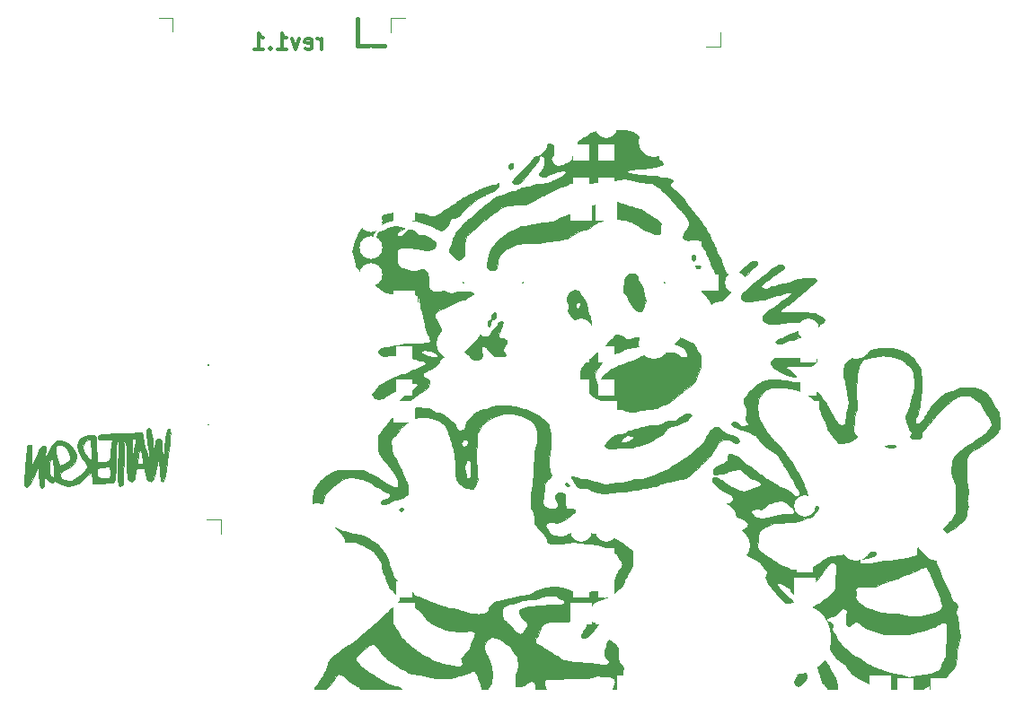
<source format=gbo>
G04 #@! TF.FileFunction,Legend,Bot*
%FSLAX46Y46*%
G04 Gerber Fmt 4.6, Leading zero omitted, Abs format (unit mm)*
G04 Created by KiCad (PCBNEW 4.0.7) date 03/15/18 20:04:12*
%MOMM*%
%LPD*%
G01*
G04 APERTURE LIST*
%ADD10C,0.100000*%
%ADD11C,0.300000*%
%ADD12C,0.120000*%
%ADD13C,0.381000*%
%ADD14C,0.150000*%
%ADD15C,0.010000*%
%ADD16C,2.400000*%
%ADD17C,2.900000*%
%ADD18O,2.000000X2.400000*%
%ADD19C,1.200000*%
%ADD20C,2.500000*%
%ADD21C,2.150000*%
%ADD22C,1.600000*%
%ADD23R,2.100000X2.100000*%
%ADD24O,2.100000X2.100000*%
%ADD25R,2.000000X2.000000*%
%ADD26C,2.000000*%
%ADD27R,2.152600X2.152600*%
%ADD28C,2.152600*%
%ADD29R,1.600000X1.900000*%
%ADD30R,1.900000X1.600000*%
%ADD31R,1.600000X1.600000*%
%ADD32C,6.800000*%
G04 APERTURE END LIST*
D10*
D11*
X79107142Y-83978571D02*
X79107142Y-82978571D01*
X79107142Y-83264286D02*
X79035714Y-83121429D01*
X78964285Y-83050000D01*
X78821428Y-82978571D01*
X78678571Y-82978571D01*
X77607143Y-83907143D02*
X77750000Y-83978571D01*
X78035714Y-83978571D01*
X78178571Y-83907143D01*
X78250000Y-83764286D01*
X78250000Y-83192857D01*
X78178571Y-83050000D01*
X78035714Y-82978571D01*
X77750000Y-82978571D01*
X77607143Y-83050000D01*
X77535714Y-83192857D01*
X77535714Y-83335714D01*
X78250000Y-83478571D01*
X77035714Y-82978571D02*
X76678571Y-83978571D01*
X76321429Y-82978571D01*
X74964286Y-83978571D02*
X75821429Y-83978571D01*
X75392857Y-83978571D02*
X75392857Y-82478571D01*
X75535714Y-82692857D01*
X75678572Y-82835714D01*
X75821429Y-82907143D01*
X74321429Y-83835714D02*
X74250001Y-83907143D01*
X74321429Y-83978571D01*
X74392858Y-83907143D01*
X74321429Y-83835714D01*
X74321429Y-83978571D01*
X72821429Y-83978571D02*
X73678572Y-83978571D01*
X73250000Y-83978571D02*
X73250000Y-82478571D01*
X73392857Y-82692857D01*
X73535715Y-82835714D01*
X73678572Y-82907143D01*
D12*
X115400000Y-83730000D02*
X116730000Y-83730000D01*
X116730000Y-83730000D02*
X116730000Y-82400000D01*
X88230000Y-107800000D02*
X88230000Y-106470000D01*
X88230000Y-106470000D02*
X86900000Y-106470000D01*
X69630000Y-129700000D02*
X69630000Y-128370000D01*
X69630000Y-128370000D02*
X68300000Y-128370000D01*
X87000000Y-81020000D02*
X85670000Y-81020000D01*
X85670000Y-81020000D02*
X85670000Y-82350000D01*
X65130000Y-82300000D02*
X65130000Y-80970000D01*
X65130000Y-80970000D02*
X63800000Y-80970000D01*
D13*
X82550000Y-81060000D02*
X82550000Y-83600000D01*
X82550000Y-83600000D02*
X85090000Y-83600000D01*
D14*
X68500000Y-119394000D02*
X68500000Y-119902000D01*
X68500000Y-113298000D02*
X68500000Y-113806000D01*
X111506000Y-106000000D02*
X110998000Y-106000000D01*
X117602000Y-106000000D02*
X117094000Y-106000000D01*
X92506000Y-106000000D02*
X91998000Y-106000000D01*
X98602000Y-106000000D02*
X98094000Y-106000000D01*
D15*
G36*
X131971921Y-112153548D02*
X131668031Y-112202584D01*
X131449696Y-112243811D01*
X131237371Y-112281057D01*
X131062387Y-112308948D01*
X130991840Y-112318543D01*
X130817291Y-112347903D01*
X130644423Y-112389751D01*
X130594965Y-112405158D01*
X130463484Y-112448171D01*
X130284918Y-112504251D01*
X130096809Y-112561616D01*
X130087847Y-112564301D01*
X129654986Y-112732943D01*
X129254598Y-112965488D01*
X128982046Y-113181597D01*
X128900785Y-113250624D01*
X128788941Y-113339880D01*
X128758565Y-113363322D01*
X128656697Y-113467451D01*
X128545058Y-113622270D01*
X128457506Y-113774435D01*
X128382865Y-113929049D01*
X128338859Y-114051708D01*
X128318272Y-114176556D01*
X128313887Y-114337738D01*
X128315586Y-114445920D01*
X128332140Y-114708388D01*
X128371736Y-114910322D01*
X128413413Y-115024752D01*
X128467070Y-115178098D01*
X128516456Y-115373094D01*
X128546353Y-115538555D01*
X128577364Y-115745450D01*
X128616714Y-115985952D01*
X128654847Y-116202257D01*
X128715924Y-116535191D01*
X128761458Y-116796056D01*
X128792480Y-116999407D01*
X128810025Y-117159798D01*
X128815124Y-117291784D01*
X128808810Y-117409918D01*
X128792116Y-117528755D01*
X128766074Y-117662849D01*
X128760413Y-117690021D01*
X128717936Y-117876311D01*
X128674622Y-118038869D01*
X128637753Y-118151206D01*
X128627069Y-118174990D01*
X128604234Y-118256585D01*
X128581573Y-118404675D01*
X128561824Y-118597597D01*
X128548595Y-118795811D01*
X128536179Y-119020038D01*
X128522930Y-119173591D01*
X128504970Y-119273940D01*
X128478425Y-119338552D01*
X128439417Y-119384897D01*
X128412835Y-119407646D01*
X128268955Y-119471700D01*
X128098949Y-119469247D01*
X127930398Y-119403739D01*
X127842112Y-119336247D01*
X127747880Y-119224741D01*
X127628979Y-119052715D01*
X127497300Y-118839910D01*
X127364729Y-118606067D01*
X127243158Y-118370928D01*
X127180683Y-118237977D01*
X127093600Y-118061957D01*
X126996782Y-117893341D01*
X126918131Y-117778074D01*
X126815822Y-117629994D01*
X126719101Y-117461210D01*
X126695566Y-117413109D01*
X126603375Y-117255476D01*
X126485199Y-117104588D01*
X126447501Y-117066080D01*
X126328263Y-116931774D01*
X126222852Y-116777959D01*
X126200645Y-116737172D01*
X126110299Y-116583945D01*
X126006882Y-116448886D01*
X125907811Y-116351824D01*
X125830502Y-116312588D01*
X125827666Y-116312500D01*
X125767926Y-116288974D01*
X125657168Y-116226435D01*
X125516277Y-116136940D01*
X125472114Y-116107223D01*
X125318109Y-116004522D01*
X125167063Y-115909705D01*
X124999153Y-115811184D01*
X124794557Y-115697370D01*
X124533452Y-115556675D01*
X124497839Y-115537680D01*
X124319064Y-115468322D01*
X124097243Y-115419862D01*
X124012769Y-115409551D01*
X123840640Y-115387678D01*
X123616999Y-115351296D01*
X123376144Y-115306262D01*
X123230729Y-115276024D01*
X122928855Y-115219944D01*
X122603443Y-115179949D01*
X122228746Y-115153238D01*
X122018056Y-115144103D01*
X121716897Y-115134988D01*
X121481313Y-115135266D01*
X121288824Y-115149387D01*
X121116948Y-115181798D01*
X120943205Y-115236949D01*
X120745114Y-115319290D01*
X120500194Y-115433269D01*
X120459904Y-115452474D01*
X120239955Y-115571066D01*
X120040118Y-115712489D01*
X119829568Y-115899261D01*
X119773436Y-115953908D01*
X119620193Y-116109957D01*
X119480223Y-116261051D01*
X119372532Y-116386238D01*
X119328168Y-116444792D01*
X119235752Y-116569756D01*
X119117494Y-116714714D01*
X119055521Y-116785560D01*
X118951626Y-116917705D01*
X118900170Y-117039804D01*
X118900750Y-117173011D01*
X118952961Y-117338480D01*
X119041357Y-117527702D01*
X119121929Y-117697595D01*
X119168234Y-117833373D01*
X119189349Y-117974137D01*
X119194349Y-118158993D01*
X119194295Y-118186632D01*
X119184467Y-118417461D01*
X119156325Y-118567986D01*
X119128285Y-118625008D01*
X119071616Y-118740904D01*
X119084962Y-118860026D01*
X119171732Y-118998635D01*
X119217882Y-119052334D01*
X119306689Y-119166594D01*
X119362483Y-119269083D01*
X119372222Y-119310221D01*
X119331406Y-119411769D01*
X119216160Y-119486633D01*
X119037288Y-119530788D01*
X118805595Y-119540207D01*
X118760791Y-119538007D01*
X118667513Y-119500779D01*
X118550740Y-119410711D01*
X118492277Y-119351963D01*
X118360693Y-119229276D01*
X118234291Y-119165905D01*
X118150950Y-119148572D01*
X117977133Y-119150354D01*
X117853108Y-119198865D01*
X117787075Y-119280000D01*
X117787233Y-119379650D01*
X117861784Y-119483707D01*
X117928038Y-119532080D01*
X118040612Y-119589888D01*
X118131793Y-119618854D01*
X118142317Y-119619627D01*
X118216573Y-119639569D01*
X118339156Y-119691340D01*
X118464546Y-119753875D01*
X118645182Y-119835295D01*
X118861154Y-119911629D01*
X119032993Y-119958409D01*
X119294531Y-120038121D01*
X119557924Y-120154276D01*
X119639371Y-120199152D01*
X119783774Y-120280955D01*
X119900703Y-120341275D01*
X119968062Y-120368829D01*
X119972874Y-120369444D01*
X120037043Y-120403414D01*
X120124089Y-120488810D01*
X120212476Y-120600864D01*
X120280669Y-120714807D01*
X120288791Y-120732789D01*
X120355834Y-120841091D01*
X120473224Y-120985385D01*
X120622287Y-121146764D01*
X120784348Y-121306318D01*
X120940731Y-121445139D01*
X121072762Y-121544318D01*
X121114063Y-121568394D01*
X121250377Y-121647608D01*
X121369682Y-121732706D01*
X121392553Y-121752459D01*
X121485419Y-121821129D01*
X121626220Y-121906647D01*
X121766919Y-121981530D01*
X121904021Y-122053739D01*
X121999917Y-122122262D01*
X122076473Y-122210058D01*
X122155556Y-122340086D01*
X122216033Y-122453099D01*
X122309299Y-122621685D01*
X122400199Y-122770855D01*
X122472552Y-122874437D01*
X122487124Y-122891535D01*
X122564236Y-122993773D01*
X122648395Y-123132557D01*
X122679307Y-123191666D01*
X122766700Y-123343258D01*
X122881010Y-123509882D01*
X122945320Y-123592246D01*
X123057041Y-123742037D01*
X123177526Y-123927020D01*
X123264254Y-124077315D01*
X123359670Y-124249185D01*
X123458886Y-124416811D01*
X123532384Y-124531761D01*
X123602974Y-124649241D01*
X123645006Y-124746663D01*
X123650084Y-124774296D01*
X123675212Y-124883113D01*
X123740845Y-125036631D01*
X123833775Y-125209596D01*
X123940797Y-125376755D01*
X124018228Y-125478224D01*
X124157632Y-125678571D01*
X124215982Y-125850072D01*
X124193188Y-125991108D01*
X124089162Y-126100055D01*
X124053562Y-126120494D01*
X123905506Y-126150815D01*
X123748740Y-126104789D01*
X123603639Y-125989331D01*
X123578380Y-125959239D01*
X123449972Y-125831712D01*
X123265668Y-125692596D01*
X123052985Y-125558930D01*
X122839445Y-125447759D01*
X122652566Y-125376123D01*
X122625419Y-125369100D01*
X122345538Y-125262758D01*
X122118301Y-125116058D01*
X121967580Y-125010425D01*
X121820687Y-124922399D01*
X121713301Y-124872591D01*
X121571474Y-124809390D01*
X121433164Y-124724078D01*
X121426669Y-124719202D01*
X121300708Y-124634300D01*
X121146715Y-124544656D01*
X121092014Y-124516094D01*
X120948649Y-124434598D01*
X120820764Y-124346165D01*
X120783334Y-124314718D01*
X120683091Y-124229733D01*
X120548348Y-124124862D01*
X120468331Y-124066010D01*
X120333360Y-123964596D01*
X120165095Y-123831625D01*
X119996770Y-123693439D01*
X119973524Y-123673850D01*
X119787372Y-123528816D01*
X119573500Y-123380630D01*
X119376929Y-123260415D01*
X119369596Y-123256373D01*
X119087001Y-123069583D01*
X118872392Y-122862383D01*
X118766909Y-122736637D01*
X118681247Y-122644936D01*
X118594986Y-122571782D01*
X118487707Y-122501673D01*
X118338990Y-122419111D01*
X118174593Y-122332705D01*
X117959286Y-122225652D01*
X117800706Y-122162303D01*
X117681443Y-122138585D01*
X117584089Y-122150429D01*
X117517240Y-122178982D01*
X117462444Y-122230435D01*
X117436878Y-122324364D01*
X117431945Y-122440695D01*
X117423216Y-122594511D01*
X117401217Y-122729148D01*
X117389497Y-122768405D01*
X117317853Y-122858077D01*
X117170680Y-122962774D01*
X116958136Y-123076637D01*
X116690377Y-123193803D01*
X116574830Y-123238510D01*
X116354971Y-123351058D01*
X116184017Y-123499032D01*
X116071878Y-123668445D01*
X116028462Y-123845308D01*
X116049088Y-123980585D01*
X116069432Y-124029888D01*
X116098667Y-124063363D01*
X116150563Y-124082211D01*
X116238894Y-124087635D01*
X116377431Y-124080834D01*
X116579947Y-124063011D01*
X116774675Y-124043871D01*
X116997866Y-124014764D01*
X117160007Y-123974758D01*
X117288173Y-123916443D01*
X117325890Y-123893063D01*
X117611253Y-123744186D01*
X117884360Y-123679544D01*
X117951551Y-123676736D01*
X118102231Y-123663121D01*
X118260810Y-123630027D01*
X118271705Y-123626856D01*
X118378151Y-123600482D01*
X118473798Y-123594935D01*
X118569882Y-123616678D01*
X118677635Y-123672173D01*
X118808294Y-123767885D01*
X118973091Y-123910278D01*
X119183261Y-124105814D01*
X119303764Y-124220643D01*
X119476375Y-124373025D01*
X119618385Y-124464953D01*
X119750445Y-124507749D01*
X119839871Y-124514583D01*
X119974236Y-124542897D01*
X120130884Y-124617332D01*
X120288943Y-124722126D01*
X120427539Y-124841518D01*
X120525798Y-124959746D01*
X120562847Y-125060498D01*
X120519377Y-125154786D01*
X120390800Y-125239763D01*
X120179867Y-125313811D01*
X120096529Y-125334678D01*
X119889216Y-125393211D01*
X119669020Y-125471384D01*
X119526563Y-125532466D01*
X119208216Y-125655657D01*
X118916107Y-125701150D01*
X118633516Y-125668273D01*
X118343722Y-125556353D01*
X118205362Y-125479330D01*
X118042648Y-125386010D01*
X117889785Y-125306502D01*
X117777651Y-125256785D01*
X117770409Y-125254249D01*
X117664109Y-125201162D01*
X117524666Y-125109123D01*
X117394511Y-125008020D01*
X117180034Y-124833592D01*
X116996157Y-124702414D01*
X116811762Y-124594735D01*
X116595730Y-124490801D01*
X116542358Y-124467132D01*
X116319893Y-124384015D01*
X116157451Y-124358751D01*
X116047974Y-124391936D01*
X115984404Y-124484165D01*
X115975237Y-124514979D01*
X115964788Y-124630449D01*
X115997546Y-124748400D01*
X116081147Y-124881855D01*
X116223227Y-125043839D01*
X116371228Y-125190423D01*
X116563901Y-125364650D01*
X116744725Y-125502001D01*
X116946012Y-125624575D01*
X117185939Y-125747619D01*
X117495113Y-125907835D01*
X117722763Y-126049140D01*
X117872790Y-126174560D01*
X117949093Y-126287119D01*
X117961111Y-126349059D01*
X117932097Y-126443143D01*
X117857811Y-126563185D01*
X117807158Y-126625015D01*
X117696157Y-126731240D01*
X117577738Y-126798203D01*
X117414652Y-126845834D01*
X117380585Y-126853277D01*
X117161091Y-126919277D01*
X117015663Y-127006632D01*
X116950120Y-127111459D01*
X116946875Y-127142659D01*
X116976869Y-127203427D01*
X117057030Y-127305868D01*
X117172629Y-127431934D01*
X117229118Y-127488477D01*
X117402422Y-127646255D01*
X117546583Y-127748338D01*
X117684567Y-127810186D01*
X117725212Y-127822395D01*
X117894067Y-127880390D01*
X118079256Y-127960954D01*
X118159549Y-128002056D01*
X118326645Y-128084130D01*
X118502173Y-128155863D01*
X118578157Y-128181153D01*
X118734854Y-128243257D01*
X118913074Y-128337901D01*
X119083847Y-128447218D01*
X119218204Y-128553340D01*
X119268417Y-128606895D01*
X119320894Y-128739427D01*
X119315597Y-128896094D01*
X119301417Y-128942595D01*
X119256369Y-128995217D01*
X119160000Y-129078946D01*
X119033973Y-129177695D01*
X118899953Y-129275379D01*
X118779603Y-129355910D01*
X118694585Y-129403203D01*
X118672804Y-129409375D01*
X118623211Y-129438407D01*
X118542880Y-129510308D01*
X118522121Y-129531444D01*
X118436462Y-129657128D01*
X118369027Y-129843118D01*
X118337687Y-129974323D01*
X118302381Y-130218702D01*
X118317129Y-130405110D01*
X118386693Y-130551254D01*
X118515834Y-130674840D01*
X118528555Y-130684050D01*
X118623827Y-130781174D01*
X118738079Y-130944888D01*
X118860052Y-131158938D01*
X118867675Y-131173617D01*
X119023573Y-131446151D01*
X119181016Y-131650432D01*
X119359159Y-131804627D01*
X119577159Y-131926901D01*
X119728625Y-131990052D01*
X120118785Y-132177775D01*
X120438416Y-132416839D01*
X120689991Y-132709100D01*
X120692991Y-132713503D01*
X120802400Y-132860470D01*
X120914851Y-132989100D01*
X121000445Y-133067041D01*
X121118724Y-133177235D01*
X121158636Y-133295128D01*
X121124545Y-133441166D01*
X121094190Y-133506152D01*
X121028504Y-133656684D01*
X121010356Y-133781428D01*
X121040732Y-133914202D01*
X121110635Y-134069033D01*
X121178547Y-134216156D01*
X121231795Y-134352023D01*
X121248262Y-134405595D01*
X121300602Y-134506065D01*
X121398126Y-134619854D01*
X121453878Y-134669549D01*
X121571586Y-134783883D01*
X121665203Y-134908940D01*
X121689828Y-134956365D01*
X121757967Y-135070101D01*
X121881454Y-135228802D01*
X122048284Y-135420500D01*
X122246446Y-135633228D01*
X122463935Y-135855018D01*
X122688742Y-136073903D01*
X122908859Y-136277915D01*
X123112279Y-136455087D01*
X123286993Y-136593451D01*
X123419505Y-136680246D01*
X123545080Y-136782889D01*
X123622009Y-136916535D01*
X123633605Y-137051495D01*
X123632022Y-137058341D01*
X123564730Y-137156060D01*
X123430184Y-137216672D01*
X123242775Y-137236426D01*
X123032464Y-137214616D01*
X122861283Y-137191268D01*
X122652433Y-137175335D01*
X122486082Y-137170651D01*
X122238397Y-137189736D01*
X122050187Y-137244114D01*
X121929858Y-137329903D01*
X121885820Y-137443222D01*
X121885764Y-137447819D01*
X121923136Y-137555777D01*
X122021928Y-137678182D01*
X122162151Y-137795556D01*
X122323816Y-137888418D01*
X122348785Y-137899071D01*
X122482291Y-137973670D01*
X122628675Y-138085205D01*
X122702796Y-138154865D01*
X122828543Y-138272616D01*
X122956485Y-138372916D01*
X123019837Y-138412653D01*
X123137659Y-138508893D01*
X123205770Y-138658989D01*
X123206167Y-138660455D01*
X123260283Y-138805620D01*
X123331650Y-138933788D01*
X123342295Y-138948089D01*
X123436522Y-139095016D01*
X123513274Y-139262676D01*
X123556838Y-139414108D01*
X123561459Y-139463612D01*
X123520185Y-139555328D01*
X123406821Y-139645949D01*
X123300769Y-139729486D01*
X123233028Y-139821370D01*
X123226240Y-139840557D01*
X123227095Y-140002432D01*
X123296122Y-140193916D01*
X123426489Y-140398220D01*
X123479564Y-140463008D01*
X123578687Y-140585602D01*
X123628911Y-140680164D01*
X123643825Y-140780895D01*
X123640831Y-140868855D01*
X123627869Y-140993903D01*
X123601036Y-141053968D01*
X123546300Y-141072261D01*
X123517361Y-141073090D01*
X123449119Y-141058920D01*
X123388323Y-141005142D01*
X123319476Y-140894850D01*
X123274827Y-140808507D01*
X123170740Y-140633140D01*
X123072507Y-140541946D01*
X122973423Y-140531803D01*
X122866785Y-140599588D01*
X122853650Y-140612322D01*
X122788197Y-140703438D01*
X122776507Y-140813612D01*
X122783452Y-140868593D01*
X122818383Y-140989562D01*
X122890760Y-141086811D01*
X123019020Y-141180874D01*
X123111624Y-141234089D01*
X123193006Y-141292251D01*
X123246028Y-141374874D01*
X123286231Y-141509496D01*
X123298235Y-141564711D01*
X123350846Y-141744020D01*
X123426543Y-141919208D01*
X123473874Y-142000018D01*
X123567138Y-142150984D01*
X123650408Y-142310456D01*
X123669048Y-142352362D01*
X123738259Y-142496521D01*
X123829553Y-142660630D01*
X123872269Y-142730055D01*
X123965959Y-142901196D01*
X123994480Y-143038896D01*
X123957538Y-143169457D01*
X123865843Y-143305424D01*
X123753957Y-143491233D01*
X123707309Y-143671274D01*
X123722465Y-143831165D01*
X123795990Y-143956520D01*
X123924451Y-144032955D01*
X124043523Y-144049653D01*
X124210718Y-144010899D01*
X124389264Y-143906290D01*
X124561639Y-143753308D01*
X124710323Y-143569432D01*
X124817795Y-143372144D01*
X124859008Y-143236036D01*
X124854498Y-143046098D01*
X124783896Y-142843229D01*
X124659808Y-142654307D01*
X124527290Y-142528872D01*
X124393455Y-142408547D01*
X124263182Y-142259003D01*
X124219724Y-142198143D01*
X124111811Y-142038687D01*
X123994308Y-141872911D01*
X123953968Y-141818170D01*
X123854744Y-141654271D01*
X123809962Y-141511944D01*
X123815229Y-141403016D01*
X123866150Y-141339317D01*
X123958333Y-141332674D01*
X124087383Y-141394918D01*
X124106198Y-141408360D01*
X124280545Y-141497536D01*
X124441153Y-141509339D01*
X124577744Y-141454525D01*
X124680041Y-141343848D01*
X124737768Y-141188062D01*
X124740646Y-140997921D01*
X124685938Y-140801705D01*
X124627574Y-140621798D01*
X124625298Y-140499422D01*
X124678725Y-140439269D01*
X124716112Y-140433680D01*
X124805704Y-140450764D01*
X124926033Y-140493511D01*
X125049207Y-140549168D01*
X125147332Y-140604982D01*
X125192515Y-140648197D01*
X125193056Y-140651759D01*
X125217883Y-140702582D01*
X125282081Y-140798942D01*
X125347982Y-140888482D01*
X125479527Y-141110973D01*
X125530635Y-141302723D01*
X125565406Y-141469836D01*
X125618568Y-141630398D01*
X125636913Y-141671048D01*
X125691854Y-141802418D01*
X125750243Y-141974665D01*
X125784820Y-142095682D01*
X125842918Y-142283809D01*
X125922377Y-142496955D01*
X125987964Y-142649233D01*
X126065358Y-142840176D01*
X126130428Y-143045570D01*
X126163289Y-143190337D01*
X126207901Y-143423331D01*
X126262149Y-143595958D01*
X126339667Y-143735956D01*
X126454087Y-143871062D01*
X126538866Y-143954451D01*
X126657897Y-144078416D01*
X126743726Y-144189318D01*
X126780237Y-144266052D01*
X126780556Y-144270932D01*
X126786348Y-144309319D01*
X126813919Y-144334466D01*
X126878562Y-144349151D01*
X126995570Y-144356152D01*
X127180237Y-144358246D01*
X127261749Y-144358333D01*
X127742943Y-144358333D01*
X127771793Y-144187567D01*
X127778152Y-144049650D01*
X127745229Y-143897035D01*
X127693096Y-143757620D01*
X127629457Y-143588820D01*
X127577797Y-143424485D01*
X127555703Y-143332130D01*
X127505681Y-143189198D01*
X127419896Y-143046890D01*
X127398910Y-143021236D01*
X127308814Y-142893723D01*
X127220460Y-142729629D01*
X127182016Y-142639932D01*
X127105683Y-142472332D01*
X127012179Y-142310981D01*
X126964428Y-142244381D01*
X126858994Y-142098494D01*
X126760787Y-141939999D01*
X126744471Y-141910048D01*
X126651999Y-141759427D01*
X126542770Y-141613802D01*
X126523387Y-141591522D01*
X126430158Y-141471094D01*
X126360133Y-141351462D01*
X126349823Y-141326938D01*
X126307417Y-141210365D01*
X126253293Y-141059714D01*
X126231756Y-140999306D01*
X126168068Y-140854759D01*
X126073352Y-140678734D01*
X125974864Y-140519772D01*
X125885266Y-140364492D01*
X125786018Y-140157468D01*
X125685612Y-139920834D01*
X125677872Y-139900531D01*
X124126444Y-139900531D01*
X124105324Y-139963310D01*
X124076036Y-139987260D01*
X124037937Y-139984414D01*
X123957946Y-139950456D01*
X123938360Y-139941533D01*
X123856974Y-139878616D01*
X123826792Y-139804320D01*
X123851266Y-139745655D01*
X123911086Y-139728125D01*
X124011749Y-139755539D01*
X124090355Y-139821265D01*
X124126444Y-139900531D01*
X125677872Y-139900531D01*
X125592541Y-139676721D01*
X125515299Y-139447263D01*
X125462377Y-139254592D01*
X125442655Y-139132812D01*
X125447227Y-139055333D01*
X125482516Y-138995406D01*
X125489984Y-138989894D01*
X124928472Y-138989894D01*
X124889891Y-139086383D01*
X124790348Y-139154655D01*
X124654144Y-139189044D01*
X124505578Y-139183886D01*
X124368950Y-139133517D01*
X124353996Y-139123812D01*
X124259821Y-139053028D01*
X124200868Y-139000028D01*
X124140199Y-138945765D01*
X124038321Y-138865340D01*
X123988390Y-138828095D01*
X123876212Y-138732177D01*
X123792916Y-138636530D01*
X123774980Y-138605970D01*
X123709387Y-138528166D01*
X123595361Y-138445249D01*
X123535461Y-138412650D01*
X123408117Y-138338391D01*
X123349828Y-138267004D01*
X123340972Y-138216163D01*
X123365156Y-138089808D01*
X123440108Y-138025038D01*
X123569430Y-138021529D01*
X123756722Y-138078959D01*
X123938813Y-138162538D01*
X124097339Y-138236824D01*
X124235135Y-138291540D01*
X124325792Y-138316368D01*
X124333948Y-138316878D01*
X124466588Y-138355080D01*
X124610121Y-138455216D01*
X124745858Y-138596131D01*
X124855113Y-138756671D01*
X124919200Y-138915684D01*
X124928472Y-138989894D01*
X125489984Y-138989894D01*
X125566035Y-138933766D01*
X125683170Y-138868229D01*
X125863955Y-138767239D01*
X125985980Y-138682554D01*
X126070482Y-138593349D01*
X126138699Y-138478803D01*
X126187557Y-138373697D01*
X126281546Y-138210825D01*
X126388272Y-138104771D01*
X126494475Y-138064987D01*
X126579460Y-138094321D01*
X126608026Y-138154880D01*
X126641223Y-138281367D01*
X126673873Y-138452065D01*
X126689709Y-138556836D01*
X126715432Y-138758649D01*
X126725826Y-138898416D01*
X126720060Y-139001084D01*
X126697302Y-139091601D01*
X126669444Y-139164431D01*
X126600030Y-139438216D01*
X126598336Y-139733420D01*
X126663051Y-140016572D01*
X126706822Y-140118136D01*
X126777031Y-140242503D01*
X126876734Y-140399841D01*
X126992758Y-140571536D01*
X127111928Y-140738978D01*
X127221069Y-140883553D01*
X127307008Y-140986649D01*
X127349788Y-141026501D01*
X127396737Y-141076029D01*
X127473555Y-141176988D01*
X127553773Y-141292951D01*
X127665891Y-141440869D01*
X127794032Y-141558331D01*
X127967812Y-141671045D01*
X128028886Y-141705367D01*
X128282795Y-141868849D01*
X128484557Y-142059311D01*
X128660453Y-142303136D01*
X128712946Y-142392111D01*
X128889948Y-142646043D01*
X129117836Y-142861975D01*
X129250000Y-142958117D01*
X129387403Y-143056042D01*
X129512345Y-143153041D01*
X129558681Y-143192666D01*
X129632293Y-143243572D01*
X129770692Y-143324877D01*
X129959278Y-143428556D01*
X130183453Y-143546585D01*
X130428619Y-143670937D01*
X130429535Y-143671393D01*
X130719281Y-143813415D01*
X130946989Y-143919129D01*
X131127984Y-143994576D01*
X131277591Y-144045795D01*
X131411133Y-144078826D01*
X131502432Y-144094243D01*
X131722244Y-144131754D01*
X131868773Y-144174071D01*
X131956927Y-144227091D01*
X131999505Y-144290962D01*
X132014320Y-144307316D01*
X132050091Y-144320839D01*
X132114360Y-144331791D01*
X132214672Y-144340431D01*
X132358570Y-144347022D01*
X132553597Y-144351822D01*
X132807296Y-144355093D01*
X133127211Y-144357094D01*
X133520885Y-144358087D01*
X133951321Y-144358333D01*
X135877286Y-144358333D01*
X136014250Y-144204583D01*
X136189962Y-144063867D01*
X136337095Y-144011177D01*
X136522975Y-143971522D01*
X136496466Y-144164928D01*
X136469957Y-144358333D01*
X136781660Y-144358333D01*
X136948011Y-144355241D01*
X137046635Y-144342523D01*
X137097888Y-144315014D01*
X137120659Y-144272328D01*
X137174344Y-144194707D01*
X137273250Y-144110024D01*
X137301391Y-144091496D01*
X137419534Y-143989895D01*
X137524922Y-143853569D01*
X137547369Y-143813698D01*
X137634362Y-143670347D01*
X137749735Y-143514905D01*
X137806841Y-143448359D01*
X137915299Y-143319475D01*
X138007156Y-143192604D01*
X138041056Y-143135870D01*
X138121163Y-143023690D01*
X138234150Y-142910887D01*
X138260303Y-142889847D01*
X138364312Y-142791448D01*
X138494699Y-142641370D01*
X138632765Y-142463737D01*
X138759810Y-142282672D01*
X138857135Y-142122300D01*
X138861252Y-142114564D01*
X138884157Y-142035229D01*
X138910680Y-141885983D01*
X138938209Y-141684892D01*
X138964131Y-141450019D01*
X138976082Y-141320814D01*
X139032885Y-140814841D01*
X139115153Y-140347463D01*
X139191894Y-140018601D01*
X139248364Y-139790077D01*
X139295760Y-139585001D01*
X139330023Y-139421961D01*
X139347094Y-139319546D01*
X139348264Y-139302412D01*
X139334186Y-139212753D01*
X139296923Y-139068594D01*
X139243933Y-138898133D01*
X139232349Y-138864074D01*
X139169338Y-138662631D01*
X139138389Y-138500908D01*
X139133587Y-138339025D01*
X139137681Y-138271621D01*
X138083601Y-138271621D01*
X138047597Y-139363675D01*
X138037806Y-139684438D01*
X138029832Y-139993130D01*
X138023989Y-140273244D01*
X138020594Y-140508275D01*
X138019963Y-140681717D01*
X138021064Y-140750063D01*
X138011767Y-141044489D01*
X137957508Y-141286207D01*
X137850581Y-141502447D01*
X137779523Y-141603570D01*
X137634362Y-141858433D01*
X137578602Y-142057345D01*
X137535961Y-142226993D01*
X137468049Y-142362166D01*
X137358640Y-142484086D01*
X137191505Y-142613975D01*
X137111071Y-142668779D01*
X136961155Y-142758502D01*
X136801559Y-142829998D01*
X136615914Y-142887619D01*
X136387850Y-142935716D01*
X136100999Y-142978644D01*
X135820486Y-143011936D01*
X135580597Y-143041487D01*
X135354061Y-143075051D01*
X135164770Y-143108724D01*
X135036614Y-143138599D01*
X135026736Y-143141660D01*
X134776925Y-143197520D01*
X134516753Y-143201307D01*
X134225201Y-143151739D01*
X133968409Y-143077170D01*
X133732834Y-143008703D01*
X133471576Y-142946935D01*
X133232444Y-142902869D01*
X133179843Y-142895676D01*
X132742365Y-142803926D01*
X132464424Y-142699977D01*
X132259317Y-142617830D01*
X132013380Y-142532241D01*
X131771913Y-142458722D01*
X131714771Y-142443320D01*
X131495703Y-142380697D01*
X131273126Y-142307838D01*
X131085263Y-142237519D01*
X131035938Y-142216392D01*
X130918971Y-142156825D01*
X130758811Y-142065939D01*
X130571292Y-141953788D01*
X130372250Y-141830423D01*
X130177520Y-141705899D01*
X130002937Y-141590268D01*
X129864337Y-141493583D01*
X129777555Y-141425897D01*
X129757850Y-141405004D01*
X129705186Y-141369888D01*
X129597159Y-141322935D01*
X129521572Y-141295897D01*
X129420860Y-141255234D01*
X129314132Y-141195059D01*
X129191857Y-141107576D01*
X129044505Y-140984987D01*
X128862548Y-140819497D01*
X128636455Y-140603307D01*
X128440332Y-140411231D01*
X128270230Y-140244853D01*
X128106516Y-140087019D01*
X127968010Y-139955737D01*
X127874787Y-139870122D01*
X127722132Y-139685179D01*
X127619037Y-139473648D01*
X127543330Y-139297947D01*
X127451449Y-139124389D01*
X127398627Y-139041448D01*
X127307237Y-138891783D01*
X127264056Y-138752209D01*
X127262611Y-138588620D01*
X127283825Y-138436549D01*
X127291371Y-138253715D01*
X127235245Y-138128652D01*
X127108542Y-138051633D01*
X126990643Y-138023604D01*
X126863913Y-137991182D01*
X126770571Y-137946250D01*
X126759473Y-137936854D01*
X126716496Y-137844242D01*
X126747164Y-137742152D01*
X126839692Y-137643022D01*
X126982298Y-137559292D01*
X127163197Y-137503398D01*
X127171608Y-137501817D01*
X127301223Y-137467150D01*
X127466982Y-137408587D01*
X127584433Y-137359974D01*
X127753740Y-137271223D01*
X127868719Y-137171630D01*
X127948903Y-137056656D01*
X128083503Y-136875084D01*
X128228144Y-136763370D01*
X128372366Y-136725538D01*
X128505711Y-136765613D01*
X128567417Y-136818729D01*
X128607155Y-136873654D01*
X128632075Y-136943638D01*
X128642694Y-137043352D01*
X128639527Y-137187465D01*
X128623091Y-137390650D01*
X128596467Y-137644424D01*
X128576767Y-137868359D01*
X128570628Y-138050465D01*
X128578442Y-138171703D01*
X128584999Y-138197451D01*
X128671281Y-138334545D01*
X128790900Y-138393944D01*
X128935745Y-138375803D01*
X129097711Y-138280279D01*
X129199961Y-138185647D01*
X129332119Y-138067264D01*
X129455005Y-138012254D01*
X129585687Y-138021484D01*
X129741236Y-138095821D01*
X129920724Y-138222267D01*
X130051010Y-138318633D01*
X130176808Y-138401828D01*
X130311732Y-138478167D01*
X130469398Y-138553968D01*
X130663418Y-138635546D01*
X130907407Y-138729217D01*
X131214979Y-138841298D01*
X131388715Y-138903319D01*
X132138368Y-139169823D01*
X133086458Y-139186181D01*
X133605849Y-139188132D01*
X134054185Y-139173579D01*
X134447340Y-139140911D01*
X134801186Y-139088514D01*
X135131596Y-139014778D01*
X135329140Y-138958410D01*
X135521203Y-138903592D01*
X135709863Y-138856919D01*
X135856428Y-138827909D01*
X135864584Y-138826719D01*
X136016024Y-138793171D01*
X136199508Y-138735707D01*
X136327604Y-138686418D01*
X136521975Y-138606073D01*
X136739933Y-138519241D01*
X136871586Y-138468523D01*
X137059279Y-138385282D01*
X137250411Y-138281167D01*
X137362563Y-138207744D01*
X137569620Y-138087625D01*
X137749988Y-138051225D01*
X137904528Y-138098480D01*
X137980642Y-138162026D01*
X138083601Y-138271621D01*
X139137681Y-138271621D01*
X139139658Y-138239072D01*
X139145329Y-138046580D01*
X139124977Y-137864378D01*
X139073397Y-137651941D01*
X139057136Y-137596437D01*
X138992445Y-137359534D01*
X138960759Y-137175359D01*
X138960733Y-137015409D01*
X138991021Y-136851183D01*
X139017511Y-136757243D01*
X139051104Y-136612184D01*
X139058690Y-136529466D01*
X137620530Y-136529466D01*
X137602865Y-136629198D01*
X137553983Y-136714488D01*
X137472808Y-136802720D01*
X137443741Y-136830706D01*
X137288573Y-136960618D01*
X137117935Y-137062790D01*
X136910334Y-137147075D01*
X136644274Y-137223328D01*
X136524935Y-137251888D01*
X136327994Y-137300539D01*
X136141088Y-137352339D01*
X135998324Y-137397708D01*
X135974827Y-137406417D01*
X135862308Y-137431743D01*
X135681964Y-137451681D01*
X135454021Y-137465872D01*
X135198704Y-137473958D01*
X134936239Y-137475581D01*
X134686852Y-137470381D01*
X134470768Y-137458001D01*
X134308214Y-137438081D01*
X134298088Y-137436143D01*
X134155839Y-137404384D01*
X133976788Y-137359809D01*
X133858160Y-137328098D01*
X133706990Y-137297391D01*
X133485783Y-137267538D01*
X133212686Y-137240543D01*
X132905850Y-137218412D01*
X132821875Y-137213653D01*
X132479683Y-137194515D01*
X132210615Y-137176332D01*
X131999673Y-137156435D01*
X131831861Y-137132154D01*
X131692181Y-137100820D01*
X131565639Y-137059765D01*
X131437236Y-137006320D01*
X131303625Y-136943455D01*
X131127596Y-136865568D01*
X130965333Y-136806373D01*
X130844332Y-136775508D01*
X130817784Y-136773180D01*
X130685893Y-136750539D01*
X130520767Y-136693176D01*
X130355970Y-136615929D01*
X130225070Y-136533639D01*
X130178992Y-136490773D01*
X130099087Y-136421423D01*
X129981255Y-136346376D01*
X129953028Y-136331349D01*
X129757264Y-136191381D01*
X129580798Y-135990375D01*
X129487985Y-135838771D01*
X129448464Y-135743455D01*
X129446329Y-135655004D01*
X129480976Y-135530773D01*
X129483522Y-135523270D01*
X129519274Y-135394679D01*
X129520630Y-135287060D01*
X129487201Y-135152588D01*
X129480331Y-135130799D01*
X129447815Y-135004183D01*
X129445733Y-134904347D01*
X129482173Y-134827982D01*
X129565226Y-134771779D01*
X129702980Y-134732429D01*
X129903525Y-134706623D01*
X130174951Y-134691050D01*
X130525348Y-134682402D01*
X130578416Y-134681596D01*
X131399714Y-134669739D01*
X131649940Y-134526574D01*
X131812278Y-134447803D01*
X132048931Y-134353023D01*
X132348329Y-134246288D01*
X132698905Y-134131655D01*
X133089091Y-134013177D01*
X133235403Y-133970829D01*
X133396562Y-133913132D01*
X133582131Y-133830160D01*
X133697264Y-133770089D01*
X133852069Y-133695351D01*
X134057945Y-133612955D01*
X134280310Y-133536275D01*
X134378220Y-133506717D01*
X134692324Y-133400968D01*
X134956530Y-133279889D01*
X135061833Y-133217054D01*
X135320283Y-133063823D01*
X135515549Y-132973481D01*
X127625168Y-132973481D01*
X127623916Y-133228988D01*
X127619428Y-133519696D01*
X127613796Y-133757151D01*
X127602567Y-134125385D01*
X127590770Y-134415041D01*
X127577653Y-134635739D01*
X127562463Y-134797094D01*
X127544449Y-134908725D01*
X127522856Y-134980248D01*
X127517136Y-134992364D01*
X127409466Y-135155854D01*
X127256838Y-135334025D01*
X127089123Y-135494886D01*
X126952901Y-135596644D01*
X126706816Y-135750514D01*
X126496946Y-135889230D01*
X126333818Y-136005352D01*
X126227960Y-136091442D01*
X126191039Y-136134999D01*
X126140978Y-136187018D01*
X126035986Y-136257710D01*
X125933756Y-136313730D01*
X125775049Y-136399644D01*
X125624488Y-136491513D01*
X125556075Y-136538850D01*
X125361000Y-136662625D01*
X125142641Y-136765660D01*
X124932017Y-136835262D01*
X124774132Y-136858834D01*
X124630004Y-136840601D01*
X124459930Y-136791804D01*
X124374000Y-136756759D01*
X124228466Y-136668486D01*
X124035577Y-136516523D01*
X123792751Y-136298720D01*
X123592516Y-136106755D01*
X123383745Y-135904999D01*
X123170078Y-135702948D01*
X122970220Y-135517991D01*
X122802877Y-135367520D01*
X122725936Y-135301090D01*
X122558747Y-135145948D01*
X122401127Y-134973877D01*
X122264138Y-134800138D01*
X122158842Y-134639995D01*
X122096301Y-134508708D01*
X122087575Y-134421539D01*
X122087871Y-134420750D01*
X122152223Y-134362756D01*
X122267574Y-134346760D01*
X122410113Y-134368057D01*
X122556027Y-134421939D01*
X122681502Y-134503701D01*
X122723313Y-134546341D01*
X122802858Y-134610674D01*
X122920610Y-134675210D01*
X122939985Y-134683645D01*
X123149296Y-134805010D01*
X123299603Y-134977800D01*
X123363053Y-135097988D01*
X123481429Y-135268251D01*
X123645427Y-135368622D01*
X123845453Y-135397984D01*
X124071915Y-135355218D01*
X124315221Y-135239204D01*
X124355209Y-135213680D01*
X124776648Y-134924466D01*
X125157915Y-134641511D01*
X125492244Y-134370789D01*
X125772868Y-134118270D01*
X125993020Y-133889929D01*
X126145935Y-133691737D01*
X126207411Y-133578771D01*
X126291258Y-133423249D01*
X126409336Y-133253654D01*
X126496136Y-133150712D01*
X126596957Y-133037376D01*
X126667763Y-132947183D01*
X126692361Y-132902137D01*
X126724760Y-132837829D01*
X126808301Y-132740711D01*
X126922500Y-132629435D01*
X127046877Y-132522651D01*
X127160946Y-132439010D01*
X127244227Y-132397161D01*
X127247795Y-132396387D01*
X127411181Y-132396028D01*
X127540814Y-132454180D01*
X127609926Y-132550511D01*
X127618130Y-132621007D01*
X127623225Y-132766408D01*
X127625168Y-132973481D01*
X135515549Y-132973481D01*
X135575252Y-132945859D01*
X135805328Y-132871856D01*
X135965908Y-132850005D01*
X136097943Y-132869452D01*
X136209661Y-132937128D01*
X136311867Y-133064306D01*
X136415367Y-133262257D01*
X136460400Y-133365810D01*
X136542810Y-133560091D01*
X136630953Y-133763771D01*
X136694390Y-133907292D01*
X136926026Y-134437623D01*
X137131244Y-134937023D01*
X137305011Y-135392557D01*
X137442294Y-135791291D01*
X137496971Y-135969756D01*
X137566508Y-136217131D01*
X137608053Y-136397906D01*
X137620530Y-136529466D01*
X139058690Y-136529466D01*
X139062562Y-136487252D01*
X139058160Y-136444747D01*
X139015789Y-136368867D01*
X138925565Y-136255691D01*
X138805175Y-136126937D01*
X138775850Y-136098148D01*
X138615361Y-135928368D01*
X138510694Y-135776635D01*
X138443102Y-135616893D01*
X138379251Y-135448269D01*
X138292083Y-135253798D01*
X138224076Y-135119965D01*
X138132887Y-134931320D01*
X138049070Y-134722781D01*
X138005912Y-134590798D01*
X137935737Y-134398961D01*
X137837213Y-134197440D01*
X137775122Y-134095208D01*
X137657053Y-133900437D01*
X137564478Y-133707800D01*
X137508883Y-133543181D01*
X137498116Y-133470973D01*
X137479892Y-133407063D01*
X137432204Y-133283020D01*
X137362957Y-133118598D01*
X137304008Y-132985903D01*
X137180647Y-132699738D01*
X137095887Y-132460915D01*
X137043126Y-132241045D01*
X137015759Y-132011743D01*
X137007182Y-131744621D01*
X137007102Y-131709561D01*
X137007102Y-131286596D01*
X136807923Y-131095748D01*
X136696967Y-130979386D01*
X136632910Y-130878572D01*
X136620622Y-130784040D01*
X136664974Y-130686523D01*
X136770837Y-130576753D01*
X136943083Y-130445462D01*
X137186582Y-130283383D01*
X137259366Y-130236836D01*
X137555131Y-130041016D01*
X137796808Y-129865146D01*
X137975596Y-129715957D01*
X138070634Y-129616316D01*
X138160905Y-129533196D01*
X138300271Y-129438419D01*
X138437685Y-129363155D01*
X138672250Y-129239348D01*
X138893267Y-129098258D01*
X139122367Y-128924427D01*
X139381183Y-128702397D01*
X139452926Y-128637673D01*
X139656429Y-128438007D01*
X139793974Y-128262651D01*
X139876261Y-128092305D01*
X139913987Y-127907664D01*
X139919592Y-127795705D01*
X139935798Y-127649332D01*
X139975167Y-127471535D01*
X140006432Y-127368416D01*
X140053269Y-127218138D01*
X140068580Y-127106460D01*
X140054383Y-126990416D01*
X140029004Y-126887468D01*
X139989821Y-126723693D01*
X139972403Y-126587275D01*
X139977614Y-126449576D01*
X140006321Y-126281959D01*
X140053408Y-126080035D01*
X140095280Y-125903250D01*
X140115725Y-125779154D01*
X140114897Y-125674922D01*
X140092948Y-125557729D01*
X140056491Y-125418576D01*
X140030113Y-125307231D01*
X140008602Y-125179987D01*
X139991082Y-125024877D01*
X139976675Y-124829931D01*
X139964504Y-124583181D01*
X139953692Y-124272658D01*
X139943363Y-123886393D01*
X139942944Y-123869060D01*
X139934466Y-123503280D01*
X139928976Y-123214471D01*
X139926905Y-122991447D01*
X139928686Y-122823022D01*
X139934751Y-122698011D01*
X139945532Y-122605226D01*
X139961461Y-122533481D01*
X139982971Y-122471591D01*
X139998337Y-122435433D01*
X140101796Y-122272000D01*
X140268581Y-122090181D01*
X140480858Y-121906102D01*
X140720791Y-121735889D01*
X140869618Y-121647666D01*
X141177768Y-121473953D01*
X141424706Y-121322490D01*
X141630171Y-121180523D01*
X141802693Y-121044700D01*
X141923212Y-120948345D01*
X142018813Y-120879924D01*
X142068047Y-120854514D01*
X142117608Y-120826225D01*
X142208517Y-120752643D01*
X142303548Y-120666126D01*
X142439280Y-120543058D01*
X142576675Y-120428284D01*
X142650626Y-120372151D01*
X142779186Y-120242160D01*
X142904910Y-120041405D01*
X142937258Y-119976251D01*
X142993539Y-119853280D01*
X143031632Y-119751129D01*
X143054827Y-119648045D01*
X143066417Y-119522276D01*
X143069692Y-119352068D01*
X143069055Y-119265838D01*
X142313693Y-119265838D01*
X142303498Y-119419385D01*
X142302284Y-119422654D01*
X142235647Y-119553734D01*
X142128692Y-119718826D01*
X142000146Y-119893196D01*
X141868735Y-120052112D01*
X141753185Y-120170838D01*
X141709130Y-120206100D01*
X141591684Y-120291989D01*
X141449177Y-120403604D01*
X141372216Y-120466784D01*
X141255671Y-120556609D01*
X141087557Y-120676068D01*
X140891521Y-120808741D01*
X140714806Y-120923310D01*
X140425685Y-121108394D01*
X140139873Y-121294863D01*
X139869185Y-121474706D01*
X139625435Y-121639912D01*
X139420438Y-121782470D01*
X139266007Y-121894370D01*
X139173959Y-121967600D01*
X139171875Y-121969489D01*
X139015155Y-122127261D01*
X138863362Y-122305243D01*
X138731967Y-122482742D01*
X138636441Y-122639067D01*
X138594577Y-122741633D01*
X138569392Y-122896750D01*
X138556108Y-123069013D01*
X138555566Y-123098388D01*
X138546508Y-123250061D01*
X138524233Y-123439109D01*
X138502643Y-123573255D01*
X138476656Y-123738306D01*
X138474929Y-123857792D01*
X138500604Y-123971774D01*
X138542800Y-124085457D01*
X138603010Y-124237127D01*
X138680876Y-124434275D01*
X138761925Y-124640244D01*
X138781834Y-124690972D01*
X138928839Y-125065798D01*
X138929090Y-126410764D01*
X138929340Y-127755729D01*
X138672093Y-128130555D01*
X138539910Y-128313296D01*
X138400850Y-128489496D01*
X138276781Y-128632036D01*
X138227666Y-128681771D01*
X138102145Y-128813008D01*
X137988708Y-128952970D01*
X137942493Y-129021312D01*
X137829598Y-129155997D01*
X137658261Y-129268080D01*
X137595031Y-129298676D01*
X137433396Y-129379835D01*
X137282366Y-129467407D01*
X137206170Y-129519205D01*
X137085617Y-129599021D01*
X136927532Y-129688493D01*
X136827537Y-129738800D01*
X136668603Y-129827487D01*
X136485754Y-129949209D01*
X136325658Y-130071927D01*
X136157659Y-130211904D01*
X135961562Y-130374331D01*
X135777597Y-130525895D01*
X135764057Y-130537006D01*
X135610274Y-130672326D01*
X135469986Y-130811746D01*
X135368518Y-130929707D01*
X135352558Y-130952284D01*
X135286528Y-131065682D01*
X135259309Y-131166865D01*
X135262580Y-131297191D01*
X135270030Y-131362507D01*
X135281681Y-131490121D01*
X135273925Y-131589741D01*
X135236619Y-131668079D01*
X135159618Y-131731848D01*
X135032779Y-131787758D01*
X134845958Y-131842523D01*
X134589010Y-131902854D01*
X134387327Y-131946578D01*
X134176171Y-131989576D01*
X133956788Y-132030813D01*
X133775434Y-132061610D01*
X133769965Y-132062449D01*
X133571525Y-132094661D01*
X133360979Y-132131656D01*
X133262847Y-132150105D01*
X133118843Y-132172446D01*
X132915912Y-132196514D01*
X132683186Y-132219132D01*
X132491146Y-132234324D01*
X132264831Y-132252975D01*
X132053396Y-132275442D01*
X131882288Y-132298726D01*
X131785590Y-132317431D01*
X131643436Y-132347911D01*
X131445588Y-132381345D01*
X131210464Y-132415576D01*
X130956481Y-132448447D01*
X130702056Y-132477802D01*
X130465605Y-132501484D01*
X130265546Y-132517336D01*
X130120295Y-132523202D01*
X130058196Y-132519712D01*
X129927355Y-132462637D01*
X129852306Y-132365944D01*
X129838628Y-132253141D01*
X129891902Y-132147736D01*
X129958084Y-132097952D01*
X130034376Y-132072274D01*
X130176321Y-132037387D01*
X130362514Y-131998181D01*
X130539385Y-131965146D01*
X130889279Y-131893532D01*
X131153335Y-131817168D01*
X131331057Y-131736324D01*
X131421947Y-131651270D01*
X131425508Y-131562274D01*
X131385544Y-131507121D01*
X131335824Y-131464438D01*
X131275254Y-131430783D01*
X131194689Y-131405718D01*
X131084982Y-131388804D01*
X130936989Y-131379601D01*
X130741564Y-131377671D01*
X130489560Y-131382574D01*
X130171832Y-131393872D01*
X129779235Y-131411125D01*
X129580729Y-131420475D01*
X129279379Y-131435317D01*
X129052363Y-131448490D01*
X128885900Y-131462076D01*
X128766209Y-131478155D01*
X128679509Y-131498808D01*
X128612019Y-131526116D01*
X128549958Y-131562159D01*
X128522396Y-131580269D01*
X128430916Y-131634187D01*
X128331820Y-131672792D01*
X128203791Y-131701120D01*
X128025509Y-131724208D01*
X127838889Y-131741728D01*
X127456874Y-131783292D01*
X127143664Y-131839874D01*
X126880214Y-131918708D01*
X126647479Y-132027031D01*
X126426414Y-132172076D01*
X126197975Y-132361080D01*
X126190217Y-132368036D01*
X125902697Y-132592642D01*
X125588389Y-132769032D01*
X125234218Y-132901750D01*
X124827111Y-132995341D01*
X124353994Y-133054348D01*
X124178820Y-133067150D01*
X123900716Y-133082161D01*
X123688938Y-133085679D01*
X123522041Y-133074850D01*
X123378579Y-133046819D01*
X123237109Y-132998730D01*
X123076185Y-132927728D01*
X123054340Y-132917434D01*
X122875311Y-132837704D01*
X122699384Y-132767546D01*
X122563847Y-132721804D01*
X122560898Y-132720993D01*
X122405395Y-132652343D01*
X122240485Y-132538293D01*
X122186072Y-132490292D01*
X122055907Y-132379105D01*
X121925779Y-132287251D01*
X121857849Y-132250296D01*
X121759668Y-132199565D01*
X121613451Y-132114129D01*
X121444143Y-132008807D01*
X121365058Y-131957553D01*
X121177449Y-131836311D01*
X120986252Y-131716141D01*
X120824222Y-131617531D01*
X120780958Y-131592187D01*
X120628579Y-131497957D01*
X120486199Y-131399513D01*
X120419687Y-131347459D01*
X120334959Y-131250746D01*
X120277032Y-131121280D01*
X120244462Y-130947699D01*
X120235803Y-130718643D01*
X120249609Y-130422751D01*
X120270972Y-130178773D01*
X120298591Y-129924033D01*
X120325166Y-129741217D01*
X120354164Y-129614170D01*
X120389052Y-129526736D01*
X120421586Y-129476908D01*
X120504642Y-129386655D01*
X120618228Y-129281675D01*
X120740371Y-129180026D01*
X120849096Y-129099765D01*
X120922431Y-129058949D01*
X120932534Y-129057025D01*
X120988233Y-129038005D01*
X121099565Y-128988157D01*
X121244063Y-128917627D01*
X121267489Y-128905748D01*
X121549013Y-128785602D01*
X121828447Y-128708553D01*
X122081004Y-128680303D01*
X122209125Y-128689117D01*
X122333533Y-128694141D01*
X122504540Y-128682364D01*
X122664795Y-128659668D01*
X122830119Y-128635865D01*
X123053515Y-128612024D01*
X123304910Y-128591011D01*
X123539410Y-128576416D01*
X123778643Y-128563208D01*
X123952296Y-128548417D01*
X124082925Y-128527218D01*
X124193084Y-128494785D01*
X124305329Y-128446293D01*
X124421354Y-128387742D01*
X124683378Y-128273482D01*
X124932163Y-128204326D01*
X124988877Y-128195499D01*
X125160851Y-128163960D01*
X125273415Y-128114339D01*
X125341655Y-128051707D01*
X125414446Y-127966740D01*
X125525050Y-127839239D01*
X125652953Y-127692823D01*
X125690922Y-127649548D01*
X125754130Y-127572368D01*
X123686096Y-127572368D01*
X123662052Y-127663103D01*
X123585365Y-127757880D01*
X123585321Y-127757924D01*
X123534775Y-127804049D01*
X123480997Y-127834385D01*
X123405887Y-127851760D01*
X123291346Y-127859002D01*
X123119275Y-127858937D01*
X122956936Y-127856100D01*
X122714351Y-127853956D01*
X122534333Y-127860536D01*
X122391454Y-127878652D01*
X122260284Y-127911115D01*
X122161196Y-127944104D01*
X121988597Y-127996714D01*
X121822160Y-128032968D01*
X121720224Y-128043879D01*
X121608468Y-128056233D01*
X121438435Y-128088354D01*
X121236380Y-128134864D01*
X121092014Y-128172535D01*
X120891076Y-128223131D01*
X120711661Y-128260023D01*
X120576705Y-128278957D01*
X120518750Y-128278867D01*
X120421632Y-128249670D01*
X120278452Y-128194339D01*
X120139847Y-128133730D01*
X119909211Y-128005568D01*
X119747045Y-127869995D01*
X119656580Y-127734145D01*
X119641049Y-127605154D01*
X119703682Y-127490155D01*
X119813195Y-127412538D01*
X119918367Y-127370139D01*
X120035636Y-127352136D01*
X120195528Y-127355317D01*
X120287572Y-127362629D01*
X120523411Y-127372202D01*
X120698131Y-127346458D01*
X120834471Y-127277400D01*
X120955169Y-127157036D01*
X120986353Y-127116938D01*
X121088612Y-126998272D01*
X121194011Y-126902310D01*
X121227706Y-126879096D01*
X121322213Y-126837183D01*
X121478315Y-126782352D01*
X121673046Y-126721174D01*
X121883442Y-126660222D01*
X122086537Y-126606067D01*
X122259366Y-126565283D01*
X122378963Y-126544440D01*
X122401946Y-126543055D01*
X122563287Y-126572996D01*
X122754992Y-126665043D01*
X122982238Y-126822532D01*
X123250197Y-127048800D01*
X123396094Y-127184048D01*
X123557746Y-127346878D01*
X123652871Y-127471639D01*
X123686096Y-127572368D01*
X125754130Y-127572368D01*
X125857915Y-127445644D01*
X125954764Y-127291886D01*
X125981505Y-127185007D01*
X125938173Y-127121740D01*
X125824804Y-127098819D01*
X125696925Y-127105789D01*
X125507935Y-127100565D01*
X125366550Y-127030271D01*
X125260197Y-126886337D01*
X125213419Y-126776397D01*
X125153904Y-126620905D01*
X125076741Y-126430798D01*
X125012096Y-126278472D01*
X124936845Y-126077829D01*
X124871314Y-125855385D01*
X124838342Y-125705208D01*
X124797745Y-125553286D01*
X124720888Y-125341463D01*
X124615503Y-125086281D01*
X124489321Y-124804280D01*
X124350073Y-124512000D01*
X124205490Y-124225982D01*
X124063302Y-123962767D01*
X123931242Y-123738894D01*
X123887462Y-123670806D01*
X123796314Y-123527870D01*
X123728218Y-123411036D01*
X123695146Y-123341138D01*
X123693750Y-123333686D01*
X123668503Y-123277481D01*
X123600812Y-123168842D01*
X123502754Y-123024662D01*
X123386407Y-122861832D01*
X123263847Y-122697242D01*
X123147152Y-122547783D01*
X123048397Y-122430347D01*
X123045795Y-122427447D01*
X122932545Y-122278032D01*
X122831645Y-122106921D01*
X122806195Y-122052621D01*
X122726928Y-121910159D01*
X122609623Y-121748300D01*
X122502323Y-121626215D01*
X122389913Y-121511655D01*
X122234502Y-121353349D01*
X122054903Y-121170460D01*
X121869932Y-120982147D01*
X121831186Y-120942708D01*
X121455019Y-120532197D01*
X121132780Y-120123432D01*
X120873943Y-119729222D01*
X120726155Y-119448737D01*
X120642772Y-119276850D01*
X120557657Y-119113966D01*
X120493499Y-119002430D01*
X120398298Y-118797195D01*
X120323102Y-118528364D01*
X120270042Y-118218706D01*
X120241249Y-117890988D01*
X120238853Y-117567980D01*
X120264985Y-117272450D01*
X120311588Y-117058652D01*
X120398744Y-116859664D01*
X120543217Y-116628785D01*
X120731150Y-116386207D01*
X120900803Y-116200016D01*
X121009278Y-116101761D01*
X121126152Y-116027468D01*
X121266521Y-115973098D01*
X121445483Y-115934610D01*
X121678135Y-115907966D01*
X121979574Y-115889125D01*
X122079425Y-115884654D01*
X122486658Y-115880036D01*
X122874079Y-115899512D01*
X123223035Y-115941153D01*
X123514875Y-116003029D01*
X123649653Y-116047053D01*
X123814507Y-116103525D01*
X124005787Y-116158820D01*
X124090625Y-116179922D01*
X124405546Y-116281972D01*
X124727553Y-116438535D01*
X125039385Y-116636684D01*
X125323776Y-116863493D01*
X125563464Y-117106034D01*
X125741185Y-117351381D01*
X125794983Y-117456166D01*
X125880398Y-117633523D01*
X125978457Y-117814977D01*
X126029302Y-117899857D01*
X126107461Y-118047470D01*
X126187802Y-118237770D01*
X126248311Y-118414924D01*
X126355065Y-118691957D01*
X126496576Y-118937179D01*
X126515383Y-118962959D01*
X126662790Y-119206862D01*
X126735740Y-119440222D01*
X126771337Y-119594775D01*
X126812500Y-119725525D01*
X126836456Y-119778866D01*
X126934520Y-119936389D01*
X127057881Y-120120545D01*
X127186463Y-120302573D01*
X127300191Y-120453709D01*
X127348743Y-120512793D01*
X127451462Y-120642485D01*
X127559223Y-120795200D01*
X127591337Y-120844888D01*
X127715641Y-121006995D01*
X127855907Y-121106126D01*
X128030983Y-121149374D01*
X128259715Y-121143833D01*
X128354018Y-121131957D01*
X128546885Y-121095424D01*
X128733029Y-121038333D01*
X128940827Y-120950549D01*
X129146779Y-120848814D01*
X129363214Y-120733645D01*
X129505666Y-120643138D01*
X129580404Y-120565379D01*
X129593697Y-120488452D01*
X129551812Y-120400442D01*
X129461020Y-120289435D01*
X129448438Y-120275443D01*
X129376054Y-120192125D01*
X129330815Y-120121221D01*
X129306358Y-120038844D01*
X129296321Y-119921103D01*
X129294344Y-119744110D01*
X129294357Y-119696835D01*
X129315113Y-119249274D01*
X129373168Y-118790244D01*
X129463025Y-118355441D01*
X129543229Y-118080673D01*
X129601744Y-117899785D01*
X129633037Y-117770217D01*
X129640495Y-117660575D01*
X129627501Y-117539464D01*
X129611377Y-117448657D01*
X129577557Y-117197572D01*
X129555408Y-116880068D01*
X129544382Y-116514095D01*
X129543932Y-116117602D01*
X129553512Y-115708538D01*
X129572574Y-115304852D01*
X129600571Y-114924492D01*
X129636956Y-114585408D01*
X129681182Y-114305548D01*
X129711185Y-114173785D01*
X129751352Y-114020217D01*
X129785565Y-113883134D01*
X129796526Y-113836383D01*
X129845305Y-113726019D01*
X129939715Y-113583362D01*
X130059924Y-113432321D01*
X130186102Y-113296806D01*
X130298416Y-113200723D01*
X130346204Y-113173698D01*
X130433190Y-113150042D01*
X130586768Y-113118723D01*
X130786096Y-113083632D01*
X131010332Y-113048660D01*
X131035938Y-113044942D01*
X131279022Y-113008683D01*
X131516512Y-112971099D01*
X131721102Y-112936639D01*
X131864939Y-112909865D01*
X131996934Y-112888148D01*
X132129120Y-112880958D01*
X132285728Y-112889055D01*
X132490993Y-112913201D01*
X132636640Y-112934077D01*
X133036066Y-113004704D01*
X133365838Y-113090163D01*
X133644126Y-113197173D01*
X133889096Y-113332453D01*
X134072953Y-113465277D01*
X134293423Y-113662107D01*
X134525232Y-113904228D01*
X134738632Y-114158893D01*
X134875665Y-114348974D01*
X134915173Y-114451906D01*
X134951022Y-114623498D01*
X134981262Y-114844232D01*
X135003942Y-115094591D01*
X135017112Y-115355057D01*
X135018821Y-115606112D01*
X135014106Y-115734234D01*
X134995622Y-115957468D01*
X134963076Y-116159623D01*
X134909592Y-116372643D01*
X134828289Y-116628474D01*
X134810063Y-116681846D01*
X134740747Y-116890840D01*
X134683789Y-117076962D01*
X134644923Y-117220434D01*
X134629886Y-117301481D01*
X134629861Y-117303177D01*
X134612296Y-117454856D01*
X134565849Y-117655829D01*
X134499893Y-117875925D01*
X134423802Y-118084971D01*
X134346948Y-118252797D01*
X134321134Y-118296948D01*
X134242841Y-118440812D01*
X134201083Y-118584099D01*
X134195715Y-118745994D01*
X134226596Y-118945685D01*
X134293582Y-119202358D01*
X134313897Y-119270858D01*
X134399752Y-119540761D01*
X134475162Y-119739946D01*
X134547426Y-119884088D01*
X134623840Y-119988862D01*
X134669444Y-120034629D01*
X134746791Y-120133771D01*
X134747058Y-120233479D01*
X134669041Y-120350719D01*
X134645187Y-120376461D01*
X134571531Y-120467413D01*
X134561204Y-120529847D01*
X134578518Y-120559150D01*
X134675792Y-120625095D01*
X134834134Y-120680926D01*
X135026617Y-120722445D01*
X135226313Y-120745454D01*
X135406294Y-120745753D01*
X135539632Y-120719145D01*
X135555903Y-120711548D01*
X135620162Y-120666658D01*
X135653260Y-120602375D01*
X135665101Y-120491398D01*
X135666146Y-120407670D01*
X135682265Y-120213076D01*
X135739480Y-120072428D01*
X135851076Y-119955976D01*
X135876684Y-119936242D01*
X135931957Y-119881991D01*
X136030032Y-119773086D01*
X136158566Y-119623700D01*
X136305212Y-119448005D01*
X136356814Y-119385027D01*
X136728672Y-118939028D01*
X137095536Y-118518239D01*
X137450171Y-118130107D01*
X137785344Y-117782075D01*
X138093817Y-117481590D01*
X138368356Y-117236097D01*
X138601727Y-117053041D01*
X138664757Y-117010021D01*
X138877731Y-116872574D01*
X139039827Y-116776708D01*
X139173779Y-116715425D01*
X139302320Y-116681729D01*
X139448185Y-116668625D01*
X139634107Y-116669116D01*
X139761078Y-116672628D01*
X140252257Y-116687326D01*
X140614150Y-116899860D01*
X140940447Y-117122419D01*
X141193954Y-117362227D01*
X141368940Y-117613120D01*
X141440742Y-117788920D01*
X141551346Y-118030870D01*
X141689618Y-118210943D01*
X141802640Y-118346393D01*
X141897600Y-118485184D01*
X141937804Y-118561458D01*
X142011080Y-118704997D01*
X142102479Y-118847729D01*
X142110934Y-118859132D01*
X142248755Y-119076877D01*
X142313693Y-119265838D01*
X143069055Y-119265838D01*
X143067943Y-119115670D01*
X143067908Y-119112673D01*
X143054861Y-118769893D01*
X143020634Y-118493599D01*
X142959433Y-118263435D01*
X142865465Y-118059045D01*
X142732934Y-117860074D01*
X142698859Y-117816059D01*
X142585370Y-117654837D01*
X142468253Y-117461015D01*
X142394363Y-117320057D01*
X142302850Y-117147997D01*
X142180894Y-116944419D01*
X142051759Y-116747763D01*
X142024789Y-116709375D01*
X141888050Y-116528838D01*
X141763987Y-116398104D01*
X141622732Y-116289718D01*
X141461568Y-116191641D01*
X141289792Y-116101047D01*
X141126643Y-116027832D01*
X141001619Y-115984928D01*
X140979861Y-115980466D01*
X140849030Y-115958866D01*
X140677301Y-115929114D01*
X140560938Y-115908324D01*
X140272771Y-115874262D01*
X139964960Y-115868807D01*
X139659839Y-115889703D01*
X139379744Y-115934694D01*
X139147009Y-116001522D01*
X139017535Y-116064259D01*
X138935559Y-116100938D01*
X138793889Y-116149978D01*
X138618467Y-116202644D01*
X138554514Y-116220153D01*
X138247416Y-116309920D01*
X138005734Y-116401634D01*
X137807191Y-116506651D01*
X137629513Y-116636333D01*
X137489950Y-116763010D01*
X137364612Y-116880467D01*
X137261099Y-116969348D01*
X137196811Y-117014982D01*
X137187418Y-117018055D01*
X137140337Y-117052993D01*
X137046616Y-117154066D01*
X136910910Y-117315665D01*
X136737871Y-117532180D01*
X136532154Y-117798002D01*
X136441378Y-117917384D01*
X136312293Y-118101918D01*
X136173527Y-118322148D01*
X136052771Y-118533886D01*
X136040770Y-118556693D01*
X135917314Y-118764906D01*
X135775221Y-118958451D01*
X135628044Y-119122792D01*
X135489336Y-119243395D01*
X135372649Y-119305727D01*
X135337306Y-119311111D01*
X135214761Y-119272981D01*
X135126317Y-119173419D01*
X135078200Y-119034664D01*
X135076635Y-118878958D01*
X135127848Y-118728541D01*
X135160581Y-118679742D01*
X135254087Y-118541347D01*
X135331631Y-118378670D01*
X135396449Y-118179303D01*
X135451778Y-117930832D01*
X135500857Y-117620849D01*
X135546921Y-117236941D01*
X135553752Y-117172396D01*
X135577898Y-116977099D01*
X135607217Y-116791295D01*
X135635757Y-116652268D01*
X135638404Y-116642131D01*
X135658098Y-116520196D01*
X135673395Y-116329173D01*
X135684166Y-116088065D01*
X135690284Y-115815874D01*
X135691621Y-115531604D01*
X135688048Y-115254257D01*
X135679438Y-115002836D01*
X135665662Y-114796344D01*
X135651618Y-114680903D01*
X135621061Y-114488678D01*
X135592132Y-114293717D01*
X135576592Y-114180131D01*
X135538087Y-114015244D01*
X135457497Y-113873937D01*
X135380718Y-113783256D01*
X135263590Y-113634564D01*
X135148955Y-113454998D01*
X135095819Y-113354337D01*
X134942786Y-113123167D01*
X134715651Y-112907195D01*
X134428392Y-112717123D01*
X134094989Y-112563650D01*
X134034549Y-112541908D01*
X133814019Y-112465270D01*
X133561511Y-112376867D01*
X133328107Y-112294586D01*
X133306945Y-112287086D01*
X132880574Y-112172013D01*
X132440957Y-112127778D01*
X131971921Y-112153548D01*
X131971921Y-112153548D01*
G37*
X131971921Y-112153548D02*
X131668031Y-112202584D01*
X131449696Y-112243811D01*
X131237371Y-112281057D01*
X131062387Y-112308948D01*
X130991840Y-112318543D01*
X130817291Y-112347903D01*
X130644423Y-112389751D01*
X130594965Y-112405158D01*
X130463484Y-112448171D01*
X130284918Y-112504251D01*
X130096809Y-112561616D01*
X130087847Y-112564301D01*
X129654986Y-112732943D01*
X129254598Y-112965488D01*
X128982046Y-113181597D01*
X128900785Y-113250624D01*
X128788941Y-113339880D01*
X128758565Y-113363322D01*
X128656697Y-113467451D01*
X128545058Y-113622270D01*
X128457506Y-113774435D01*
X128382865Y-113929049D01*
X128338859Y-114051708D01*
X128318272Y-114176556D01*
X128313887Y-114337738D01*
X128315586Y-114445920D01*
X128332140Y-114708388D01*
X128371736Y-114910322D01*
X128413413Y-115024752D01*
X128467070Y-115178098D01*
X128516456Y-115373094D01*
X128546353Y-115538555D01*
X128577364Y-115745450D01*
X128616714Y-115985952D01*
X128654847Y-116202257D01*
X128715924Y-116535191D01*
X128761458Y-116796056D01*
X128792480Y-116999407D01*
X128810025Y-117159798D01*
X128815124Y-117291784D01*
X128808810Y-117409918D01*
X128792116Y-117528755D01*
X128766074Y-117662849D01*
X128760413Y-117690021D01*
X128717936Y-117876311D01*
X128674622Y-118038869D01*
X128637753Y-118151206D01*
X128627069Y-118174990D01*
X128604234Y-118256585D01*
X128581573Y-118404675D01*
X128561824Y-118597597D01*
X128548595Y-118795811D01*
X128536179Y-119020038D01*
X128522930Y-119173591D01*
X128504970Y-119273940D01*
X128478425Y-119338552D01*
X128439417Y-119384897D01*
X128412835Y-119407646D01*
X128268955Y-119471700D01*
X128098949Y-119469247D01*
X127930398Y-119403739D01*
X127842112Y-119336247D01*
X127747880Y-119224741D01*
X127628979Y-119052715D01*
X127497300Y-118839910D01*
X127364729Y-118606067D01*
X127243158Y-118370928D01*
X127180683Y-118237977D01*
X127093600Y-118061957D01*
X126996782Y-117893341D01*
X126918131Y-117778074D01*
X126815822Y-117629994D01*
X126719101Y-117461210D01*
X126695566Y-117413109D01*
X126603375Y-117255476D01*
X126485199Y-117104588D01*
X126447501Y-117066080D01*
X126328263Y-116931774D01*
X126222852Y-116777959D01*
X126200645Y-116737172D01*
X126110299Y-116583945D01*
X126006882Y-116448886D01*
X125907811Y-116351824D01*
X125830502Y-116312588D01*
X125827666Y-116312500D01*
X125767926Y-116288974D01*
X125657168Y-116226435D01*
X125516277Y-116136940D01*
X125472114Y-116107223D01*
X125318109Y-116004522D01*
X125167063Y-115909705D01*
X124999153Y-115811184D01*
X124794557Y-115697370D01*
X124533452Y-115556675D01*
X124497839Y-115537680D01*
X124319064Y-115468322D01*
X124097243Y-115419862D01*
X124012769Y-115409551D01*
X123840640Y-115387678D01*
X123616999Y-115351296D01*
X123376144Y-115306262D01*
X123230729Y-115276024D01*
X122928855Y-115219944D01*
X122603443Y-115179949D01*
X122228746Y-115153238D01*
X122018056Y-115144103D01*
X121716897Y-115134988D01*
X121481313Y-115135266D01*
X121288824Y-115149387D01*
X121116948Y-115181798D01*
X120943205Y-115236949D01*
X120745114Y-115319290D01*
X120500194Y-115433269D01*
X120459904Y-115452474D01*
X120239955Y-115571066D01*
X120040118Y-115712489D01*
X119829568Y-115899261D01*
X119773436Y-115953908D01*
X119620193Y-116109957D01*
X119480223Y-116261051D01*
X119372532Y-116386238D01*
X119328168Y-116444792D01*
X119235752Y-116569756D01*
X119117494Y-116714714D01*
X119055521Y-116785560D01*
X118951626Y-116917705D01*
X118900170Y-117039804D01*
X118900750Y-117173011D01*
X118952961Y-117338480D01*
X119041357Y-117527702D01*
X119121929Y-117697595D01*
X119168234Y-117833373D01*
X119189349Y-117974137D01*
X119194349Y-118158993D01*
X119194295Y-118186632D01*
X119184467Y-118417461D01*
X119156325Y-118567986D01*
X119128285Y-118625008D01*
X119071616Y-118740904D01*
X119084962Y-118860026D01*
X119171732Y-118998635D01*
X119217882Y-119052334D01*
X119306689Y-119166594D01*
X119362483Y-119269083D01*
X119372222Y-119310221D01*
X119331406Y-119411769D01*
X119216160Y-119486633D01*
X119037288Y-119530788D01*
X118805595Y-119540207D01*
X118760791Y-119538007D01*
X118667513Y-119500779D01*
X118550740Y-119410711D01*
X118492277Y-119351963D01*
X118360693Y-119229276D01*
X118234291Y-119165905D01*
X118150950Y-119148572D01*
X117977133Y-119150354D01*
X117853108Y-119198865D01*
X117787075Y-119280000D01*
X117787233Y-119379650D01*
X117861784Y-119483707D01*
X117928038Y-119532080D01*
X118040612Y-119589888D01*
X118131793Y-119618854D01*
X118142317Y-119619627D01*
X118216573Y-119639569D01*
X118339156Y-119691340D01*
X118464546Y-119753875D01*
X118645182Y-119835295D01*
X118861154Y-119911629D01*
X119032993Y-119958409D01*
X119294531Y-120038121D01*
X119557924Y-120154276D01*
X119639371Y-120199152D01*
X119783774Y-120280955D01*
X119900703Y-120341275D01*
X119968062Y-120368829D01*
X119972874Y-120369444D01*
X120037043Y-120403414D01*
X120124089Y-120488810D01*
X120212476Y-120600864D01*
X120280669Y-120714807D01*
X120288791Y-120732789D01*
X120355834Y-120841091D01*
X120473224Y-120985385D01*
X120622287Y-121146764D01*
X120784348Y-121306318D01*
X120940731Y-121445139D01*
X121072762Y-121544318D01*
X121114063Y-121568394D01*
X121250377Y-121647608D01*
X121369682Y-121732706D01*
X121392553Y-121752459D01*
X121485419Y-121821129D01*
X121626220Y-121906647D01*
X121766919Y-121981530D01*
X121904021Y-122053739D01*
X121999917Y-122122262D01*
X122076473Y-122210058D01*
X122155556Y-122340086D01*
X122216033Y-122453099D01*
X122309299Y-122621685D01*
X122400199Y-122770855D01*
X122472552Y-122874437D01*
X122487124Y-122891535D01*
X122564236Y-122993773D01*
X122648395Y-123132557D01*
X122679307Y-123191666D01*
X122766700Y-123343258D01*
X122881010Y-123509882D01*
X122945320Y-123592246D01*
X123057041Y-123742037D01*
X123177526Y-123927020D01*
X123264254Y-124077315D01*
X123359670Y-124249185D01*
X123458886Y-124416811D01*
X123532384Y-124531761D01*
X123602974Y-124649241D01*
X123645006Y-124746663D01*
X123650084Y-124774296D01*
X123675212Y-124883113D01*
X123740845Y-125036631D01*
X123833775Y-125209596D01*
X123940797Y-125376755D01*
X124018228Y-125478224D01*
X124157632Y-125678571D01*
X124215982Y-125850072D01*
X124193188Y-125991108D01*
X124089162Y-126100055D01*
X124053562Y-126120494D01*
X123905506Y-126150815D01*
X123748740Y-126104789D01*
X123603639Y-125989331D01*
X123578380Y-125959239D01*
X123449972Y-125831712D01*
X123265668Y-125692596D01*
X123052985Y-125558930D01*
X122839445Y-125447759D01*
X122652566Y-125376123D01*
X122625419Y-125369100D01*
X122345538Y-125262758D01*
X122118301Y-125116058D01*
X121967580Y-125010425D01*
X121820687Y-124922399D01*
X121713301Y-124872591D01*
X121571474Y-124809390D01*
X121433164Y-124724078D01*
X121426669Y-124719202D01*
X121300708Y-124634300D01*
X121146715Y-124544656D01*
X121092014Y-124516094D01*
X120948649Y-124434598D01*
X120820764Y-124346165D01*
X120783334Y-124314718D01*
X120683091Y-124229733D01*
X120548348Y-124124862D01*
X120468331Y-124066010D01*
X120333360Y-123964596D01*
X120165095Y-123831625D01*
X119996770Y-123693439D01*
X119973524Y-123673850D01*
X119787372Y-123528816D01*
X119573500Y-123380630D01*
X119376929Y-123260415D01*
X119369596Y-123256373D01*
X119087001Y-123069583D01*
X118872392Y-122862383D01*
X118766909Y-122736637D01*
X118681247Y-122644936D01*
X118594986Y-122571782D01*
X118487707Y-122501673D01*
X118338990Y-122419111D01*
X118174593Y-122332705D01*
X117959286Y-122225652D01*
X117800706Y-122162303D01*
X117681443Y-122138585D01*
X117584089Y-122150429D01*
X117517240Y-122178982D01*
X117462444Y-122230435D01*
X117436878Y-122324364D01*
X117431945Y-122440695D01*
X117423216Y-122594511D01*
X117401217Y-122729148D01*
X117389497Y-122768405D01*
X117317853Y-122858077D01*
X117170680Y-122962774D01*
X116958136Y-123076637D01*
X116690377Y-123193803D01*
X116574830Y-123238510D01*
X116354971Y-123351058D01*
X116184017Y-123499032D01*
X116071878Y-123668445D01*
X116028462Y-123845308D01*
X116049088Y-123980585D01*
X116069432Y-124029888D01*
X116098667Y-124063363D01*
X116150563Y-124082211D01*
X116238894Y-124087635D01*
X116377431Y-124080834D01*
X116579947Y-124063011D01*
X116774675Y-124043871D01*
X116997866Y-124014764D01*
X117160007Y-123974758D01*
X117288173Y-123916443D01*
X117325890Y-123893063D01*
X117611253Y-123744186D01*
X117884360Y-123679544D01*
X117951551Y-123676736D01*
X118102231Y-123663121D01*
X118260810Y-123630027D01*
X118271705Y-123626856D01*
X118378151Y-123600482D01*
X118473798Y-123594935D01*
X118569882Y-123616678D01*
X118677635Y-123672173D01*
X118808294Y-123767885D01*
X118973091Y-123910278D01*
X119183261Y-124105814D01*
X119303764Y-124220643D01*
X119476375Y-124373025D01*
X119618385Y-124464953D01*
X119750445Y-124507749D01*
X119839871Y-124514583D01*
X119974236Y-124542897D01*
X120130884Y-124617332D01*
X120288943Y-124722126D01*
X120427539Y-124841518D01*
X120525798Y-124959746D01*
X120562847Y-125060498D01*
X120519377Y-125154786D01*
X120390800Y-125239763D01*
X120179867Y-125313811D01*
X120096529Y-125334678D01*
X119889216Y-125393211D01*
X119669020Y-125471384D01*
X119526563Y-125532466D01*
X119208216Y-125655657D01*
X118916107Y-125701150D01*
X118633516Y-125668273D01*
X118343722Y-125556353D01*
X118205362Y-125479330D01*
X118042648Y-125386010D01*
X117889785Y-125306502D01*
X117777651Y-125256785D01*
X117770409Y-125254249D01*
X117664109Y-125201162D01*
X117524666Y-125109123D01*
X117394511Y-125008020D01*
X117180034Y-124833592D01*
X116996157Y-124702414D01*
X116811762Y-124594735D01*
X116595730Y-124490801D01*
X116542358Y-124467132D01*
X116319893Y-124384015D01*
X116157451Y-124358751D01*
X116047974Y-124391936D01*
X115984404Y-124484165D01*
X115975237Y-124514979D01*
X115964788Y-124630449D01*
X115997546Y-124748400D01*
X116081147Y-124881855D01*
X116223227Y-125043839D01*
X116371228Y-125190423D01*
X116563901Y-125364650D01*
X116744725Y-125502001D01*
X116946012Y-125624575D01*
X117185939Y-125747619D01*
X117495113Y-125907835D01*
X117722763Y-126049140D01*
X117872790Y-126174560D01*
X117949093Y-126287119D01*
X117961111Y-126349059D01*
X117932097Y-126443143D01*
X117857811Y-126563185D01*
X117807158Y-126625015D01*
X117696157Y-126731240D01*
X117577738Y-126798203D01*
X117414652Y-126845834D01*
X117380585Y-126853277D01*
X117161091Y-126919277D01*
X117015663Y-127006632D01*
X116950120Y-127111459D01*
X116946875Y-127142659D01*
X116976869Y-127203427D01*
X117057030Y-127305868D01*
X117172629Y-127431934D01*
X117229118Y-127488477D01*
X117402422Y-127646255D01*
X117546583Y-127748338D01*
X117684567Y-127810186D01*
X117725212Y-127822395D01*
X117894067Y-127880390D01*
X118079256Y-127960954D01*
X118159549Y-128002056D01*
X118326645Y-128084130D01*
X118502173Y-128155863D01*
X118578157Y-128181153D01*
X118734854Y-128243257D01*
X118913074Y-128337901D01*
X119083847Y-128447218D01*
X119218204Y-128553340D01*
X119268417Y-128606895D01*
X119320894Y-128739427D01*
X119315597Y-128896094D01*
X119301417Y-128942595D01*
X119256369Y-128995217D01*
X119160000Y-129078946D01*
X119033973Y-129177695D01*
X118899953Y-129275379D01*
X118779603Y-129355910D01*
X118694585Y-129403203D01*
X118672804Y-129409375D01*
X118623211Y-129438407D01*
X118542880Y-129510308D01*
X118522121Y-129531444D01*
X118436462Y-129657128D01*
X118369027Y-129843118D01*
X118337687Y-129974323D01*
X118302381Y-130218702D01*
X118317129Y-130405110D01*
X118386693Y-130551254D01*
X118515834Y-130674840D01*
X118528555Y-130684050D01*
X118623827Y-130781174D01*
X118738079Y-130944888D01*
X118860052Y-131158938D01*
X118867675Y-131173617D01*
X119023573Y-131446151D01*
X119181016Y-131650432D01*
X119359159Y-131804627D01*
X119577159Y-131926901D01*
X119728625Y-131990052D01*
X120118785Y-132177775D01*
X120438416Y-132416839D01*
X120689991Y-132709100D01*
X120692991Y-132713503D01*
X120802400Y-132860470D01*
X120914851Y-132989100D01*
X121000445Y-133067041D01*
X121118724Y-133177235D01*
X121158636Y-133295128D01*
X121124545Y-133441166D01*
X121094190Y-133506152D01*
X121028504Y-133656684D01*
X121010356Y-133781428D01*
X121040732Y-133914202D01*
X121110635Y-134069033D01*
X121178547Y-134216156D01*
X121231795Y-134352023D01*
X121248262Y-134405595D01*
X121300602Y-134506065D01*
X121398126Y-134619854D01*
X121453878Y-134669549D01*
X121571586Y-134783883D01*
X121665203Y-134908940D01*
X121689828Y-134956365D01*
X121757967Y-135070101D01*
X121881454Y-135228802D01*
X122048284Y-135420500D01*
X122246446Y-135633228D01*
X122463935Y-135855018D01*
X122688742Y-136073903D01*
X122908859Y-136277915D01*
X123112279Y-136455087D01*
X123286993Y-136593451D01*
X123419505Y-136680246D01*
X123545080Y-136782889D01*
X123622009Y-136916535D01*
X123633605Y-137051495D01*
X123632022Y-137058341D01*
X123564730Y-137156060D01*
X123430184Y-137216672D01*
X123242775Y-137236426D01*
X123032464Y-137214616D01*
X122861283Y-137191268D01*
X122652433Y-137175335D01*
X122486082Y-137170651D01*
X122238397Y-137189736D01*
X122050187Y-137244114D01*
X121929858Y-137329903D01*
X121885820Y-137443222D01*
X121885764Y-137447819D01*
X121923136Y-137555777D01*
X122021928Y-137678182D01*
X122162151Y-137795556D01*
X122323816Y-137888418D01*
X122348785Y-137899071D01*
X122482291Y-137973670D01*
X122628675Y-138085205D01*
X122702796Y-138154865D01*
X122828543Y-138272616D01*
X122956485Y-138372916D01*
X123019837Y-138412653D01*
X123137659Y-138508893D01*
X123205770Y-138658989D01*
X123206167Y-138660455D01*
X123260283Y-138805620D01*
X123331650Y-138933788D01*
X123342295Y-138948089D01*
X123436522Y-139095016D01*
X123513274Y-139262676D01*
X123556838Y-139414108D01*
X123561459Y-139463612D01*
X123520185Y-139555328D01*
X123406821Y-139645949D01*
X123300769Y-139729486D01*
X123233028Y-139821370D01*
X123226240Y-139840557D01*
X123227095Y-140002432D01*
X123296122Y-140193916D01*
X123426489Y-140398220D01*
X123479564Y-140463008D01*
X123578687Y-140585602D01*
X123628911Y-140680164D01*
X123643825Y-140780895D01*
X123640831Y-140868855D01*
X123627869Y-140993903D01*
X123601036Y-141053968D01*
X123546300Y-141072261D01*
X123517361Y-141073090D01*
X123449119Y-141058920D01*
X123388323Y-141005142D01*
X123319476Y-140894850D01*
X123274827Y-140808507D01*
X123170740Y-140633140D01*
X123072507Y-140541946D01*
X122973423Y-140531803D01*
X122866785Y-140599588D01*
X122853650Y-140612322D01*
X122788197Y-140703438D01*
X122776507Y-140813612D01*
X122783452Y-140868593D01*
X122818383Y-140989562D01*
X122890760Y-141086811D01*
X123019020Y-141180874D01*
X123111624Y-141234089D01*
X123193006Y-141292251D01*
X123246028Y-141374874D01*
X123286231Y-141509496D01*
X123298235Y-141564711D01*
X123350846Y-141744020D01*
X123426543Y-141919208D01*
X123473874Y-142000018D01*
X123567138Y-142150984D01*
X123650408Y-142310456D01*
X123669048Y-142352362D01*
X123738259Y-142496521D01*
X123829553Y-142660630D01*
X123872269Y-142730055D01*
X123965959Y-142901196D01*
X123994480Y-143038896D01*
X123957538Y-143169457D01*
X123865843Y-143305424D01*
X123753957Y-143491233D01*
X123707309Y-143671274D01*
X123722465Y-143831165D01*
X123795990Y-143956520D01*
X123924451Y-144032955D01*
X124043523Y-144049653D01*
X124210718Y-144010899D01*
X124389264Y-143906290D01*
X124561639Y-143753308D01*
X124710323Y-143569432D01*
X124817795Y-143372144D01*
X124859008Y-143236036D01*
X124854498Y-143046098D01*
X124783896Y-142843229D01*
X124659808Y-142654307D01*
X124527290Y-142528872D01*
X124393455Y-142408547D01*
X124263182Y-142259003D01*
X124219724Y-142198143D01*
X124111811Y-142038687D01*
X123994308Y-141872911D01*
X123953968Y-141818170D01*
X123854744Y-141654271D01*
X123809962Y-141511944D01*
X123815229Y-141403016D01*
X123866150Y-141339317D01*
X123958333Y-141332674D01*
X124087383Y-141394918D01*
X124106198Y-141408360D01*
X124280545Y-141497536D01*
X124441153Y-141509339D01*
X124577744Y-141454525D01*
X124680041Y-141343848D01*
X124737768Y-141188062D01*
X124740646Y-140997921D01*
X124685938Y-140801705D01*
X124627574Y-140621798D01*
X124625298Y-140499422D01*
X124678725Y-140439269D01*
X124716112Y-140433680D01*
X124805704Y-140450764D01*
X124926033Y-140493511D01*
X125049207Y-140549168D01*
X125147332Y-140604982D01*
X125192515Y-140648197D01*
X125193056Y-140651759D01*
X125217883Y-140702582D01*
X125282081Y-140798942D01*
X125347982Y-140888482D01*
X125479527Y-141110973D01*
X125530635Y-141302723D01*
X125565406Y-141469836D01*
X125618568Y-141630398D01*
X125636913Y-141671048D01*
X125691854Y-141802418D01*
X125750243Y-141974665D01*
X125784820Y-142095682D01*
X125842918Y-142283809D01*
X125922377Y-142496955D01*
X125987964Y-142649233D01*
X126065358Y-142840176D01*
X126130428Y-143045570D01*
X126163289Y-143190337D01*
X126207901Y-143423331D01*
X126262149Y-143595958D01*
X126339667Y-143735956D01*
X126454087Y-143871062D01*
X126538866Y-143954451D01*
X126657897Y-144078416D01*
X126743726Y-144189318D01*
X126780237Y-144266052D01*
X126780556Y-144270932D01*
X126786348Y-144309319D01*
X126813919Y-144334466D01*
X126878562Y-144349151D01*
X126995570Y-144356152D01*
X127180237Y-144358246D01*
X127261749Y-144358333D01*
X127742943Y-144358333D01*
X127771793Y-144187567D01*
X127778152Y-144049650D01*
X127745229Y-143897035D01*
X127693096Y-143757620D01*
X127629457Y-143588820D01*
X127577797Y-143424485D01*
X127555703Y-143332130D01*
X127505681Y-143189198D01*
X127419896Y-143046890D01*
X127398910Y-143021236D01*
X127308814Y-142893723D01*
X127220460Y-142729629D01*
X127182016Y-142639932D01*
X127105683Y-142472332D01*
X127012179Y-142310981D01*
X126964428Y-142244381D01*
X126858994Y-142098494D01*
X126760787Y-141939999D01*
X126744471Y-141910048D01*
X126651999Y-141759427D01*
X126542770Y-141613802D01*
X126523387Y-141591522D01*
X126430158Y-141471094D01*
X126360133Y-141351462D01*
X126349823Y-141326938D01*
X126307417Y-141210365D01*
X126253293Y-141059714D01*
X126231756Y-140999306D01*
X126168068Y-140854759D01*
X126073352Y-140678734D01*
X125974864Y-140519772D01*
X125885266Y-140364492D01*
X125786018Y-140157468D01*
X125685612Y-139920834D01*
X125677872Y-139900531D01*
X124126444Y-139900531D01*
X124105324Y-139963310D01*
X124076036Y-139987260D01*
X124037937Y-139984414D01*
X123957946Y-139950456D01*
X123938360Y-139941533D01*
X123856974Y-139878616D01*
X123826792Y-139804320D01*
X123851266Y-139745655D01*
X123911086Y-139728125D01*
X124011749Y-139755539D01*
X124090355Y-139821265D01*
X124126444Y-139900531D01*
X125677872Y-139900531D01*
X125592541Y-139676721D01*
X125515299Y-139447263D01*
X125462377Y-139254592D01*
X125442655Y-139132812D01*
X125447227Y-139055333D01*
X125482516Y-138995406D01*
X125489984Y-138989894D01*
X124928472Y-138989894D01*
X124889891Y-139086383D01*
X124790348Y-139154655D01*
X124654144Y-139189044D01*
X124505578Y-139183886D01*
X124368950Y-139133517D01*
X124353996Y-139123812D01*
X124259821Y-139053028D01*
X124200868Y-139000028D01*
X124140199Y-138945765D01*
X124038321Y-138865340D01*
X123988390Y-138828095D01*
X123876212Y-138732177D01*
X123792916Y-138636530D01*
X123774980Y-138605970D01*
X123709387Y-138528166D01*
X123595361Y-138445249D01*
X123535461Y-138412650D01*
X123408117Y-138338391D01*
X123349828Y-138267004D01*
X123340972Y-138216163D01*
X123365156Y-138089808D01*
X123440108Y-138025038D01*
X123569430Y-138021529D01*
X123756722Y-138078959D01*
X123938813Y-138162538D01*
X124097339Y-138236824D01*
X124235135Y-138291540D01*
X124325792Y-138316368D01*
X124333948Y-138316878D01*
X124466588Y-138355080D01*
X124610121Y-138455216D01*
X124745858Y-138596131D01*
X124855113Y-138756671D01*
X124919200Y-138915684D01*
X124928472Y-138989894D01*
X125489984Y-138989894D01*
X125566035Y-138933766D01*
X125683170Y-138868229D01*
X125863955Y-138767239D01*
X125985980Y-138682554D01*
X126070482Y-138593349D01*
X126138699Y-138478803D01*
X126187557Y-138373697D01*
X126281546Y-138210825D01*
X126388272Y-138104771D01*
X126494475Y-138064987D01*
X126579460Y-138094321D01*
X126608026Y-138154880D01*
X126641223Y-138281367D01*
X126673873Y-138452065D01*
X126689709Y-138556836D01*
X126715432Y-138758649D01*
X126725826Y-138898416D01*
X126720060Y-139001084D01*
X126697302Y-139091601D01*
X126669444Y-139164431D01*
X126600030Y-139438216D01*
X126598336Y-139733420D01*
X126663051Y-140016572D01*
X126706822Y-140118136D01*
X126777031Y-140242503D01*
X126876734Y-140399841D01*
X126992758Y-140571536D01*
X127111928Y-140738978D01*
X127221069Y-140883553D01*
X127307008Y-140986649D01*
X127349788Y-141026501D01*
X127396737Y-141076029D01*
X127473555Y-141176988D01*
X127553773Y-141292951D01*
X127665891Y-141440869D01*
X127794032Y-141558331D01*
X127967812Y-141671045D01*
X128028886Y-141705367D01*
X128282795Y-141868849D01*
X128484557Y-142059311D01*
X128660453Y-142303136D01*
X128712946Y-142392111D01*
X128889948Y-142646043D01*
X129117836Y-142861975D01*
X129250000Y-142958117D01*
X129387403Y-143056042D01*
X129512345Y-143153041D01*
X129558681Y-143192666D01*
X129632293Y-143243572D01*
X129770692Y-143324877D01*
X129959278Y-143428556D01*
X130183453Y-143546585D01*
X130428619Y-143670937D01*
X130429535Y-143671393D01*
X130719281Y-143813415D01*
X130946989Y-143919129D01*
X131127984Y-143994576D01*
X131277591Y-144045795D01*
X131411133Y-144078826D01*
X131502432Y-144094243D01*
X131722244Y-144131754D01*
X131868773Y-144174071D01*
X131956927Y-144227091D01*
X131999505Y-144290962D01*
X132014320Y-144307316D01*
X132050091Y-144320839D01*
X132114360Y-144331791D01*
X132214672Y-144340431D01*
X132358570Y-144347022D01*
X132553597Y-144351822D01*
X132807296Y-144355093D01*
X133127211Y-144357094D01*
X133520885Y-144358087D01*
X133951321Y-144358333D01*
X135877286Y-144358333D01*
X136014250Y-144204583D01*
X136189962Y-144063867D01*
X136337095Y-144011177D01*
X136522975Y-143971522D01*
X136496466Y-144164928D01*
X136469957Y-144358333D01*
X136781660Y-144358333D01*
X136948011Y-144355241D01*
X137046635Y-144342523D01*
X137097888Y-144315014D01*
X137120659Y-144272328D01*
X137174344Y-144194707D01*
X137273250Y-144110024D01*
X137301391Y-144091496D01*
X137419534Y-143989895D01*
X137524922Y-143853569D01*
X137547369Y-143813698D01*
X137634362Y-143670347D01*
X137749735Y-143514905D01*
X137806841Y-143448359D01*
X137915299Y-143319475D01*
X138007156Y-143192604D01*
X138041056Y-143135870D01*
X138121163Y-143023690D01*
X138234150Y-142910887D01*
X138260303Y-142889847D01*
X138364312Y-142791448D01*
X138494699Y-142641370D01*
X138632765Y-142463737D01*
X138759810Y-142282672D01*
X138857135Y-142122300D01*
X138861252Y-142114564D01*
X138884157Y-142035229D01*
X138910680Y-141885983D01*
X138938209Y-141684892D01*
X138964131Y-141450019D01*
X138976082Y-141320814D01*
X139032885Y-140814841D01*
X139115153Y-140347463D01*
X139191894Y-140018601D01*
X139248364Y-139790077D01*
X139295760Y-139585001D01*
X139330023Y-139421961D01*
X139347094Y-139319546D01*
X139348264Y-139302412D01*
X139334186Y-139212753D01*
X139296923Y-139068594D01*
X139243933Y-138898133D01*
X139232349Y-138864074D01*
X139169338Y-138662631D01*
X139138389Y-138500908D01*
X139133587Y-138339025D01*
X139137681Y-138271621D01*
X138083601Y-138271621D01*
X138047597Y-139363675D01*
X138037806Y-139684438D01*
X138029832Y-139993130D01*
X138023989Y-140273244D01*
X138020594Y-140508275D01*
X138019963Y-140681717D01*
X138021064Y-140750063D01*
X138011767Y-141044489D01*
X137957508Y-141286207D01*
X137850581Y-141502447D01*
X137779523Y-141603570D01*
X137634362Y-141858433D01*
X137578602Y-142057345D01*
X137535961Y-142226993D01*
X137468049Y-142362166D01*
X137358640Y-142484086D01*
X137191505Y-142613975D01*
X137111071Y-142668779D01*
X136961155Y-142758502D01*
X136801559Y-142829998D01*
X136615914Y-142887619D01*
X136387850Y-142935716D01*
X136100999Y-142978644D01*
X135820486Y-143011936D01*
X135580597Y-143041487D01*
X135354061Y-143075051D01*
X135164770Y-143108724D01*
X135036614Y-143138599D01*
X135026736Y-143141660D01*
X134776925Y-143197520D01*
X134516753Y-143201307D01*
X134225201Y-143151739D01*
X133968409Y-143077170D01*
X133732834Y-143008703D01*
X133471576Y-142946935D01*
X133232444Y-142902869D01*
X133179843Y-142895676D01*
X132742365Y-142803926D01*
X132464424Y-142699977D01*
X132259317Y-142617830D01*
X132013380Y-142532241D01*
X131771913Y-142458722D01*
X131714771Y-142443320D01*
X131495703Y-142380697D01*
X131273126Y-142307838D01*
X131085263Y-142237519D01*
X131035938Y-142216392D01*
X130918971Y-142156825D01*
X130758811Y-142065939D01*
X130571292Y-141953788D01*
X130372250Y-141830423D01*
X130177520Y-141705899D01*
X130002937Y-141590268D01*
X129864337Y-141493583D01*
X129777555Y-141425897D01*
X129757850Y-141405004D01*
X129705186Y-141369888D01*
X129597159Y-141322935D01*
X129521572Y-141295897D01*
X129420860Y-141255234D01*
X129314132Y-141195059D01*
X129191857Y-141107576D01*
X129044505Y-140984987D01*
X128862548Y-140819497D01*
X128636455Y-140603307D01*
X128440332Y-140411231D01*
X128270230Y-140244853D01*
X128106516Y-140087019D01*
X127968010Y-139955737D01*
X127874787Y-139870122D01*
X127722132Y-139685179D01*
X127619037Y-139473648D01*
X127543330Y-139297947D01*
X127451449Y-139124389D01*
X127398627Y-139041448D01*
X127307237Y-138891783D01*
X127264056Y-138752209D01*
X127262611Y-138588620D01*
X127283825Y-138436549D01*
X127291371Y-138253715D01*
X127235245Y-138128652D01*
X127108542Y-138051633D01*
X126990643Y-138023604D01*
X126863913Y-137991182D01*
X126770571Y-137946250D01*
X126759473Y-137936854D01*
X126716496Y-137844242D01*
X126747164Y-137742152D01*
X126839692Y-137643022D01*
X126982298Y-137559292D01*
X127163197Y-137503398D01*
X127171608Y-137501817D01*
X127301223Y-137467150D01*
X127466982Y-137408587D01*
X127584433Y-137359974D01*
X127753740Y-137271223D01*
X127868719Y-137171630D01*
X127948903Y-137056656D01*
X128083503Y-136875084D01*
X128228144Y-136763370D01*
X128372366Y-136725538D01*
X128505711Y-136765613D01*
X128567417Y-136818729D01*
X128607155Y-136873654D01*
X128632075Y-136943638D01*
X128642694Y-137043352D01*
X128639527Y-137187465D01*
X128623091Y-137390650D01*
X128596467Y-137644424D01*
X128576767Y-137868359D01*
X128570628Y-138050465D01*
X128578442Y-138171703D01*
X128584999Y-138197451D01*
X128671281Y-138334545D01*
X128790900Y-138393944D01*
X128935745Y-138375803D01*
X129097711Y-138280279D01*
X129199961Y-138185647D01*
X129332119Y-138067264D01*
X129455005Y-138012254D01*
X129585687Y-138021484D01*
X129741236Y-138095821D01*
X129920724Y-138222267D01*
X130051010Y-138318633D01*
X130176808Y-138401828D01*
X130311732Y-138478167D01*
X130469398Y-138553968D01*
X130663418Y-138635546D01*
X130907407Y-138729217D01*
X131214979Y-138841298D01*
X131388715Y-138903319D01*
X132138368Y-139169823D01*
X133086458Y-139186181D01*
X133605849Y-139188132D01*
X134054185Y-139173579D01*
X134447340Y-139140911D01*
X134801186Y-139088514D01*
X135131596Y-139014778D01*
X135329140Y-138958410D01*
X135521203Y-138903592D01*
X135709863Y-138856919D01*
X135856428Y-138827909D01*
X135864584Y-138826719D01*
X136016024Y-138793171D01*
X136199508Y-138735707D01*
X136327604Y-138686418D01*
X136521975Y-138606073D01*
X136739933Y-138519241D01*
X136871586Y-138468523D01*
X137059279Y-138385282D01*
X137250411Y-138281167D01*
X137362563Y-138207744D01*
X137569620Y-138087625D01*
X137749988Y-138051225D01*
X137904528Y-138098480D01*
X137980642Y-138162026D01*
X138083601Y-138271621D01*
X139137681Y-138271621D01*
X139139658Y-138239072D01*
X139145329Y-138046580D01*
X139124977Y-137864378D01*
X139073397Y-137651941D01*
X139057136Y-137596437D01*
X138992445Y-137359534D01*
X138960759Y-137175359D01*
X138960733Y-137015409D01*
X138991021Y-136851183D01*
X139017511Y-136757243D01*
X139051104Y-136612184D01*
X139058690Y-136529466D01*
X137620530Y-136529466D01*
X137602865Y-136629198D01*
X137553983Y-136714488D01*
X137472808Y-136802720D01*
X137443741Y-136830706D01*
X137288573Y-136960618D01*
X137117935Y-137062790D01*
X136910334Y-137147075D01*
X136644274Y-137223328D01*
X136524935Y-137251888D01*
X136327994Y-137300539D01*
X136141088Y-137352339D01*
X135998324Y-137397708D01*
X135974827Y-137406417D01*
X135862308Y-137431743D01*
X135681964Y-137451681D01*
X135454021Y-137465872D01*
X135198704Y-137473958D01*
X134936239Y-137475581D01*
X134686852Y-137470381D01*
X134470768Y-137458001D01*
X134308214Y-137438081D01*
X134298088Y-137436143D01*
X134155839Y-137404384D01*
X133976788Y-137359809D01*
X133858160Y-137328098D01*
X133706990Y-137297391D01*
X133485783Y-137267538D01*
X133212686Y-137240543D01*
X132905850Y-137218412D01*
X132821875Y-137213653D01*
X132479683Y-137194515D01*
X132210615Y-137176332D01*
X131999673Y-137156435D01*
X131831861Y-137132154D01*
X131692181Y-137100820D01*
X131565639Y-137059765D01*
X131437236Y-137006320D01*
X131303625Y-136943455D01*
X131127596Y-136865568D01*
X130965333Y-136806373D01*
X130844332Y-136775508D01*
X130817784Y-136773180D01*
X130685893Y-136750539D01*
X130520767Y-136693176D01*
X130355970Y-136615929D01*
X130225070Y-136533639D01*
X130178992Y-136490773D01*
X130099087Y-136421423D01*
X129981255Y-136346376D01*
X129953028Y-136331349D01*
X129757264Y-136191381D01*
X129580798Y-135990375D01*
X129487985Y-135838771D01*
X129448464Y-135743455D01*
X129446329Y-135655004D01*
X129480976Y-135530773D01*
X129483522Y-135523270D01*
X129519274Y-135394679D01*
X129520630Y-135287060D01*
X129487201Y-135152588D01*
X129480331Y-135130799D01*
X129447815Y-135004183D01*
X129445733Y-134904347D01*
X129482173Y-134827982D01*
X129565226Y-134771779D01*
X129702980Y-134732429D01*
X129903525Y-134706623D01*
X130174951Y-134691050D01*
X130525348Y-134682402D01*
X130578416Y-134681596D01*
X131399714Y-134669739D01*
X131649940Y-134526574D01*
X131812278Y-134447803D01*
X132048931Y-134353023D01*
X132348329Y-134246288D01*
X132698905Y-134131655D01*
X133089091Y-134013177D01*
X133235403Y-133970829D01*
X133396562Y-133913132D01*
X133582131Y-133830160D01*
X133697264Y-133770089D01*
X133852069Y-133695351D01*
X134057945Y-133612955D01*
X134280310Y-133536275D01*
X134378220Y-133506717D01*
X134692324Y-133400968D01*
X134956530Y-133279889D01*
X135061833Y-133217054D01*
X135320283Y-133063823D01*
X135515549Y-132973481D01*
X127625168Y-132973481D01*
X127623916Y-133228988D01*
X127619428Y-133519696D01*
X127613796Y-133757151D01*
X127602567Y-134125385D01*
X127590770Y-134415041D01*
X127577653Y-134635739D01*
X127562463Y-134797094D01*
X127544449Y-134908725D01*
X127522856Y-134980248D01*
X127517136Y-134992364D01*
X127409466Y-135155854D01*
X127256838Y-135334025D01*
X127089123Y-135494886D01*
X126952901Y-135596644D01*
X126706816Y-135750514D01*
X126496946Y-135889230D01*
X126333818Y-136005352D01*
X126227960Y-136091442D01*
X126191039Y-136134999D01*
X126140978Y-136187018D01*
X126035986Y-136257710D01*
X125933756Y-136313730D01*
X125775049Y-136399644D01*
X125624488Y-136491513D01*
X125556075Y-136538850D01*
X125361000Y-136662625D01*
X125142641Y-136765660D01*
X124932017Y-136835262D01*
X124774132Y-136858834D01*
X124630004Y-136840601D01*
X124459930Y-136791804D01*
X124374000Y-136756759D01*
X124228466Y-136668486D01*
X124035577Y-136516523D01*
X123792751Y-136298720D01*
X123592516Y-136106755D01*
X123383745Y-135904999D01*
X123170078Y-135702948D01*
X122970220Y-135517991D01*
X122802877Y-135367520D01*
X122725936Y-135301090D01*
X122558747Y-135145948D01*
X122401127Y-134973877D01*
X122264138Y-134800138D01*
X122158842Y-134639995D01*
X122096301Y-134508708D01*
X122087575Y-134421539D01*
X122087871Y-134420750D01*
X122152223Y-134362756D01*
X122267574Y-134346760D01*
X122410113Y-134368057D01*
X122556027Y-134421939D01*
X122681502Y-134503701D01*
X122723313Y-134546341D01*
X122802858Y-134610674D01*
X122920610Y-134675210D01*
X122939985Y-134683645D01*
X123149296Y-134805010D01*
X123299603Y-134977800D01*
X123363053Y-135097988D01*
X123481429Y-135268251D01*
X123645427Y-135368622D01*
X123845453Y-135397984D01*
X124071915Y-135355218D01*
X124315221Y-135239204D01*
X124355209Y-135213680D01*
X124776648Y-134924466D01*
X125157915Y-134641511D01*
X125492244Y-134370789D01*
X125772868Y-134118270D01*
X125993020Y-133889929D01*
X126145935Y-133691737D01*
X126207411Y-133578771D01*
X126291258Y-133423249D01*
X126409336Y-133253654D01*
X126496136Y-133150712D01*
X126596957Y-133037376D01*
X126667763Y-132947183D01*
X126692361Y-132902137D01*
X126724760Y-132837829D01*
X126808301Y-132740711D01*
X126922500Y-132629435D01*
X127046877Y-132522651D01*
X127160946Y-132439010D01*
X127244227Y-132397161D01*
X127247795Y-132396387D01*
X127411181Y-132396028D01*
X127540814Y-132454180D01*
X127609926Y-132550511D01*
X127618130Y-132621007D01*
X127623225Y-132766408D01*
X127625168Y-132973481D01*
X135515549Y-132973481D01*
X135575252Y-132945859D01*
X135805328Y-132871856D01*
X135965908Y-132850005D01*
X136097943Y-132869452D01*
X136209661Y-132937128D01*
X136311867Y-133064306D01*
X136415367Y-133262257D01*
X136460400Y-133365810D01*
X136542810Y-133560091D01*
X136630953Y-133763771D01*
X136694390Y-133907292D01*
X136926026Y-134437623D01*
X137131244Y-134937023D01*
X137305011Y-135392557D01*
X137442294Y-135791291D01*
X137496971Y-135969756D01*
X137566508Y-136217131D01*
X137608053Y-136397906D01*
X137620530Y-136529466D01*
X139058690Y-136529466D01*
X139062562Y-136487252D01*
X139058160Y-136444747D01*
X139015789Y-136368867D01*
X138925565Y-136255691D01*
X138805175Y-136126937D01*
X138775850Y-136098148D01*
X138615361Y-135928368D01*
X138510694Y-135776635D01*
X138443102Y-135616893D01*
X138379251Y-135448269D01*
X138292083Y-135253798D01*
X138224076Y-135119965D01*
X138132887Y-134931320D01*
X138049070Y-134722781D01*
X138005912Y-134590798D01*
X137935737Y-134398961D01*
X137837213Y-134197440D01*
X137775122Y-134095208D01*
X137657053Y-133900437D01*
X137564478Y-133707800D01*
X137508883Y-133543181D01*
X137498116Y-133470973D01*
X137479892Y-133407063D01*
X137432204Y-133283020D01*
X137362957Y-133118598D01*
X137304008Y-132985903D01*
X137180647Y-132699738D01*
X137095887Y-132460915D01*
X137043126Y-132241045D01*
X137015759Y-132011743D01*
X137007182Y-131744621D01*
X137007102Y-131709561D01*
X137007102Y-131286596D01*
X136807923Y-131095748D01*
X136696967Y-130979386D01*
X136632910Y-130878572D01*
X136620622Y-130784040D01*
X136664974Y-130686523D01*
X136770837Y-130576753D01*
X136943083Y-130445462D01*
X137186582Y-130283383D01*
X137259366Y-130236836D01*
X137555131Y-130041016D01*
X137796808Y-129865146D01*
X137975596Y-129715957D01*
X138070634Y-129616316D01*
X138160905Y-129533196D01*
X138300271Y-129438419D01*
X138437685Y-129363155D01*
X138672250Y-129239348D01*
X138893267Y-129098258D01*
X139122367Y-128924427D01*
X139381183Y-128702397D01*
X139452926Y-128637673D01*
X139656429Y-128438007D01*
X139793974Y-128262651D01*
X139876261Y-128092305D01*
X139913987Y-127907664D01*
X139919592Y-127795705D01*
X139935798Y-127649332D01*
X139975167Y-127471535D01*
X140006432Y-127368416D01*
X140053269Y-127218138D01*
X140068580Y-127106460D01*
X140054383Y-126990416D01*
X140029004Y-126887468D01*
X139989821Y-126723693D01*
X139972403Y-126587275D01*
X139977614Y-126449576D01*
X140006321Y-126281959D01*
X140053408Y-126080035D01*
X140095280Y-125903250D01*
X140115725Y-125779154D01*
X140114897Y-125674922D01*
X140092948Y-125557729D01*
X140056491Y-125418576D01*
X140030113Y-125307231D01*
X140008602Y-125179987D01*
X139991082Y-125024877D01*
X139976675Y-124829931D01*
X139964504Y-124583181D01*
X139953692Y-124272658D01*
X139943363Y-123886393D01*
X139942944Y-123869060D01*
X139934466Y-123503280D01*
X139928976Y-123214471D01*
X139926905Y-122991447D01*
X139928686Y-122823022D01*
X139934751Y-122698011D01*
X139945532Y-122605226D01*
X139961461Y-122533481D01*
X139982971Y-122471591D01*
X139998337Y-122435433D01*
X140101796Y-122272000D01*
X140268581Y-122090181D01*
X140480858Y-121906102D01*
X140720791Y-121735889D01*
X140869618Y-121647666D01*
X141177768Y-121473953D01*
X141424706Y-121322490D01*
X141630171Y-121180523D01*
X141802693Y-121044700D01*
X141923212Y-120948345D01*
X142018813Y-120879924D01*
X142068047Y-120854514D01*
X142117608Y-120826225D01*
X142208517Y-120752643D01*
X142303548Y-120666126D01*
X142439280Y-120543058D01*
X142576675Y-120428284D01*
X142650626Y-120372151D01*
X142779186Y-120242160D01*
X142904910Y-120041405D01*
X142937258Y-119976251D01*
X142993539Y-119853280D01*
X143031632Y-119751129D01*
X143054827Y-119648045D01*
X143066417Y-119522276D01*
X143069692Y-119352068D01*
X143069055Y-119265838D01*
X142313693Y-119265838D01*
X142303498Y-119419385D01*
X142302284Y-119422654D01*
X142235647Y-119553734D01*
X142128692Y-119718826D01*
X142000146Y-119893196D01*
X141868735Y-120052112D01*
X141753185Y-120170838D01*
X141709130Y-120206100D01*
X141591684Y-120291989D01*
X141449177Y-120403604D01*
X141372216Y-120466784D01*
X141255671Y-120556609D01*
X141087557Y-120676068D01*
X140891521Y-120808741D01*
X140714806Y-120923310D01*
X140425685Y-121108394D01*
X140139873Y-121294863D01*
X139869185Y-121474706D01*
X139625435Y-121639912D01*
X139420438Y-121782470D01*
X139266007Y-121894370D01*
X139173959Y-121967600D01*
X139171875Y-121969489D01*
X139015155Y-122127261D01*
X138863362Y-122305243D01*
X138731967Y-122482742D01*
X138636441Y-122639067D01*
X138594577Y-122741633D01*
X138569392Y-122896750D01*
X138556108Y-123069013D01*
X138555566Y-123098388D01*
X138546508Y-123250061D01*
X138524233Y-123439109D01*
X138502643Y-123573255D01*
X138476656Y-123738306D01*
X138474929Y-123857792D01*
X138500604Y-123971774D01*
X138542800Y-124085457D01*
X138603010Y-124237127D01*
X138680876Y-124434275D01*
X138761925Y-124640244D01*
X138781834Y-124690972D01*
X138928839Y-125065798D01*
X138929090Y-126410764D01*
X138929340Y-127755729D01*
X138672093Y-128130555D01*
X138539910Y-128313296D01*
X138400850Y-128489496D01*
X138276781Y-128632036D01*
X138227666Y-128681771D01*
X138102145Y-128813008D01*
X137988708Y-128952970D01*
X137942493Y-129021312D01*
X137829598Y-129155997D01*
X137658261Y-129268080D01*
X137595031Y-129298676D01*
X137433396Y-129379835D01*
X137282366Y-129467407D01*
X137206170Y-129519205D01*
X137085617Y-129599021D01*
X136927532Y-129688493D01*
X136827537Y-129738800D01*
X136668603Y-129827487D01*
X136485754Y-129949209D01*
X136325658Y-130071927D01*
X136157659Y-130211904D01*
X135961562Y-130374331D01*
X135777597Y-130525895D01*
X135764057Y-130537006D01*
X135610274Y-130672326D01*
X135469986Y-130811746D01*
X135368518Y-130929707D01*
X135352558Y-130952284D01*
X135286528Y-131065682D01*
X135259309Y-131166865D01*
X135262580Y-131297191D01*
X135270030Y-131362507D01*
X135281681Y-131490121D01*
X135273925Y-131589741D01*
X135236619Y-131668079D01*
X135159618Y-131731848D01*
X135032779Y-131787758D01*
X134845958Y-131842523D01*
X134589010Y-131902854D01*
X134387327Y-131946578D01*
X134176171Y-131989576D01*
X133956788Y-132030813D01*
X133775434Y-132061610D01*
X133769965Y-132062449D01*
X133571525Y-132094661D01*
X133360979Y-132131656D01*
X133262847Y-132150105D01*
X133118843Y-132172446D01*
X132915912Y-132196514D01*
X132683186Y-132219132D01*
X132491146Y-132234324D01*
X132264831Y-132252975D01*
X132053396Y-132275442D01*
X131882288Y-132298726D01*
X131785590Y-132317431D01*
X131643436Y-132347911D01*
X131445588Y-132381345D01*
X131210464Y-132415576D01*
X130956481Y-132448447D01*
X130702056Y-132477802D01*
X130465605Y-132501484D01*
X130265546Y-132517336D01*
X130120295Y-132523202D01*
X130058196Y-132519712D01*
X129927355Y-132462637D01*
X129852306Y-132365944D01*
X129838628Y-132253141D01*
X129891902Y-132147736D01*
X129958084Y-132097952D01*
X130034376Y-132072274D01*
X130176321Y-132037387D01*
X130362514Y-131998181D01*
X130539385Y-131965146D01*
X130889279Y-131893532D01*
X131153335Y-131817168D01*
X131331057Y-131736324D01*
X131421947Y-131651270D01*
X131425508Y-131562274D01*
X131385544Y-131507121D01*
X131335824Y-131464438D01*
X131275254Y-131430783D01*
X131194689Y-131405718D01*
X131084982Y-131388804D01*
X130936989Y-131379601D01*
X130741564Y-131377671D01*
X130489560Y-131382574D01*
X130171832Y-131393872D01*
X129779235Y-131411125D01*
X129580729Y-131420475D01*
X129279379Y-131435317D01*
X129052363Y-131448490D01*
X128885900Y-131462076D01*
X128766209Y-131478155D01*
X128679509Y-131498808D01*
X128612019Y-131526116D01*
X128549958Y-131562159D01*
X128522396Y-131580269D01*
X128430916Y-131634187D01*
X128331820Y-131672792D01*
X128203791Y-131701120D01*
X128025509Y-131724208D01*
X127838889Y-131741728D01*
X127456874Y-131783292D01*
X127143664Y-131839874D01*
X126880214Y-131918708D01*
X126647479Y-132027031D01*
X126426414Y-132172076D01*
X126197975Y-132361080D01*
X126190217Y-132368036D01*
X125902697Y-132592642D01*
X125588389Y-132769032D01*
X125234218Y-132901750D01*
X124827111Y-132995341D01*
X124353994Y-133054348D01*
X124178820Y-133067150D01*
X123900716Y-133082161D01*
X123688938Y-133085679D01*
X123522041Y-133074850D01*
X123378579Y-133046819D01*
X123237109Y-132998730D01*
X123076185Y-132927728D01*
X123054340Y-132917434D01*
X122875311Y-132837704D01*
X122699384Y-132767546D01*
X122563847Y-132721804D01*
X122560898Y-132720993D01*
X122405395Y-132652343D01*
X122240485Y-132538293D01*
X122186072Y-132490292D01*
X122055907Y-132379105D01*
X121925779Y-132287251D01*
X121857849Y-132250296D01*
X121759668Y-132199565D01*
X121613451Y-132114129D01*
X121444143Y-132008807D01*
X121365058Y-131957553D01*
X121177449Y-131836311D01*
X120986252Y-131716141D01*
X120824222Y-131617531D01*
X120780958Y-131592187D01*
X120628579Y-131497957D01*
X120486199Y-131399513D01*
X120419687Y-131347459D01*
X120334959Y-131250746D01*
X120277032Y-131121280D01*
X120244462Y-130947699D01*
X120235803Y-130718643D01*
X120249609Y-130422751D01*
X120270972Y-130178773D01*
X120298591Y-129924033D01*
X120325166Y-129741217D01*
X120354164Y-129614170D01*
X120389052Y-129526736D01*
X120421586Y-129476908D01*
X120504642Y-129386655D01*
X120618228Y-129281675D01*
X120740371Y-129180026D01*
X120849096Y-129099765D01*
X120922431Y-129058949D01*
X120932534Y-129057025D01*
X120988233Y-129038005D01*
X121099565Y-128988157D01*
X121244063Y-128917627D01*
X121267489Y-128905748D01*
X121549013Y-128785602D01*
X121828447Y-128708553D01*
X122081004Y-128680303D01*
X122209125Y-128689117D01*
X122333533Y-128694141D01*
X122504540Y-128682364D01*
X122664795Y-128659668D01*
X122830119Y-128635865D01*
X123053515Y-128612024D01*
X123304910Y-128591011D01*
X123539410Y-128576416D01*
X123778643Y-128563208D01*
X123952296Y-128548417D01*
X124082925Y-128527218D01*
X124193084Y-128494785D01*
X124305329Y-128446293D01*
X124421354Y-128387742D01*
X124683378Y-128273482D01*
X124932163Y-128204326D01*
X124988877Y-128195499D01*
X125160851Y-128163960D01*
X125273415Y-128114339D01*
X125341655Y-128051707D01*
X125414446Y-127966740D01*
X125525050Y-127839239D01*
X125652953Y-127692823D01*
X125690922Y-127649548D01*
X125754130Y-127572368D01*
X123686096Y-127572368D01*
X123662052Y-127663103D01*
X123585365Y-127757880D01*
X123585321Y-127757924D01*
X123534775Y-127804049D01*
X123480997Y-127834385D01*
X123405887Y-127851760D01*
X123291346Y-127859002D01*
X123119275Y-127858937D01*
X122956936Y-127856100D01*
X122714351Y-127853956D01*
X122534333Y-127860536D01*
X122391454Y-127878652D01*
X122260284Y-127911115D01*
X122161196Y-127944104D01*
X121988597Y-127996714D01*
X121822160Y-128032968D01*
X121720224Y-128043879D01*
X121608468Y-128056233D01*
X121438435Y-128088354D01*
X121236380Y-128134864D01*
X121092014Y-128172535D01*
X120891076Y-128223131D01*
X120711661Y-128260023D01*
X120576705Y-128278957D01*
X120518750Y-128278867D01*
X120421632Y-128249670D01*
X120278452Y-128194339D01*
X120139847Y-128133730D01*
X119909211Y-128005568D01*
X119747045Y-127869995D01*
X119656580Y-127734145D01*
X119641049Y-127605154D01*
X119703682Y-127490155D01*
X119813195Y-127412538D01*
X119918367Y-127370139D01*
X120035636Y-127352136D01*
X120195528Y-127355317D01*
X120287572Y-127362629D01*
X120523411Y-127372202D01*
X120698131Y-127346458D01*
X120834471Y-127277400D01*
X120955169Y-127157036D01*
X120986353Y-127116938D01*
X121088612Y-126998272D01*
X121194011Y-126902310D01*
X121227706Y-126879096D01*
X121322213Y-126837183D01*
X121478315Y-126782352D01*
X121673046Y-126721174D01*
X121883442Y-126660222D01*
X122086537Y-126606067D01*
X122259366Y-126565283D01*
X122378963Y-126544440D01*
X122401946Y-126543055D01*
X122563287Y-126572996D01*
X122754992Y-126665043D01*
X122982238Y-126822532D01*
X123250197Y-127048800D01*
X123396094Y-127184048D01*
X123557746Y-127346878D01*
X123652871Y-127471639D01*
X123686096Y-127572368D01*
X125754130Y-127572368D01*
X125857915Y-127445644D01*
X125954764Y-127291886D01*
X125981505Y-127185007D01*
X125938173Y-127121740D01*
X125824804Y-127098819D01*
X125696925Y-127105789D01*
X125507935Y-127100565D01*
X125366550Y-127030271D01*
X125260197Y-126886337D01*
X125213419Y-126776397D01*
X125153904Y-126620905D01*
X125076741Y-126430798D01*
X125012096Y-126278472D01*
X124936845Y-126077829D01*
X124871314Y-125855385D01*
X124838342Y-125705208D01*
X124797745Y-125553286D01*
X124720888Y-125341463D01*
X124615503Y-125086281D01*
X124489321Y-124804280D01*
X124350073Y-124512000D01*
X124205490Y-124225982D01*
X124063302Y-123962767D01*
X123931242Y-123738894D01*
X123887462Y-123670806D01*
X123796314Y-123527870D01*
X123728218Y-123411036D01*
X123695146Y-123341138D01*
X123693750Y-123333686D01*
X123668503Y-123277481D01*
X123600812Y-123168842D01*
X123502754Y-123024662D01*
X123386407Y-122861832D01*
X123263847Y-122697242D01*
X123147152Y-122547783D01*
X123048397Y-122430347D01*
X123045795Y-122427447D01*
X122932545Y-122278032D01*
X122831645Y-122106921D01*
X122806195Y-122052621D01*
X122726928Y-121910159D01*
X122609623Y-121748300D01*
X122502323Y-121626215D01*
X122389913Y-121511655D01*
X122234502Y-121353349D01*
X122054903Y-121170460D01*
X121869932Y-120982147D01*
X121831186Y-120942708D01*
X121455019Y-120532197D01*
X121132780Y-120123432D01*
X120873943Y-119729222D01*
X120726155Y-119448737D01*
X120642772Y-119276850D01*
X120557657Y-119113966D01*
X120493499Y-119002430D01*
X120398298Y-118797195D01*
X120323102Y-118528364D01*
X120270042Y-118218706D01*
X120241249Y-117890988D01*
X120238853Y-117567980D01*
X120264985Y-117272450D01*
X120311588Y-117058652D01*
X120398744Y-116859664D01*
X120543217Y-116628785D01*
X120731150Y-116386207D01*
X120900803Y-116200016D01*
X121009278Y-116101761D01*
X121126152Y-116027468D01*
X121266521Y-115973098D01*
X121445483Y-115934610D01*
X121678135Y-115907966D01*
X121979574Y-115889125D01*
X122079425Y-115884654D01*
X122486658Y-115880036D01*
X122874079Y-115899512D01*
X123223035Y-115941153D01*
X123514875Y-116003029D01*
X123649653Y-116047053D01*
X123814507Y-116103525D01*
X124005787Y-116158820D01*
X124090625Y-116179922D01*
X124405546Y-116281972D01*
X124727553Y-116438535D01*
X125039385Y-116636684D01*
X125323776Y-116863493D01*
X125563464Y-117106034D01*
X125741185Y-117351381D01*
X125794983Y-117456166D01*
X125880398Y-117633523D01*
X125978457Y-117814977D01*
X126029302Y-117899857D01*
X126107461Y-118047470D01*
X126187802Y-118237770D01*
X126248311Y-118414924D01*
X126355065Y-118691957D01*
X126496576Y-118937179D01*
X126515383Y-118962959D01*
X126662790Y-119206862D01*
X126735740Y-119440222D01*
X126771337Y-119594775D01*
X126812500Y-119725525D01*
X126836456Y-119778866D01*
X126934520Y-119936389D01*
X127057881Y-120120545D01*
X127186463Y-120302573D01*
X127300191Y-120453709D01*
X127348743Y-120512793D01*
X127451462Y-120642485D01*
X127559223Y-120795200D01*
X127591337Y-120844888D01*
X127715641Y-121006995D01*
X127855907Y-121106126D01*
X128030983Y-121149374D01*
X128259715Y-121143833D01*
X128354018Y-121131957D01*
X128546885Y-121095424D01*
X128733029Y-121038333D01*
X128940827Y-120950549D01*
X129146779Y-120848814D01*
X129363214Y-120733645D01*
X129505666Y-120643138D01*
X129580404Y-120565379D01*
X129593697Y-120488452D01*
X129551812Y-120400442D01*
X129461020Y-120289435D01*
X129448438Y-120275443D01*
X129376054Y-120192125D01*
X129330815Y-120121221D01*
X129306358Y-120038844D01*
X129296321Y-119921103D01*
X129294344Y-119744110D01*
X129294357Y-119696835D01*
X129315113Y-119249274D01*
X129373168Y-118790244D01*
X129463025Y-118355441D01*
X129543229Y-118080673D01*
X129601744Y-117899785D01*
X129633037Y-117770217D01*
X129640495Y-117660575D01*
X129627501Y-117539464D01*
X129611377Y-117448657D01*
X129577557Y-117197572D01*
X129555408Y-116880068D01*
X129544382Y-116514095D01*
X129543932Y-116117602D01*
X129553512Y-115708538D01*
X129572574Y-115304852D01*
X129600571Y-114924492D01*
X129636956Y-114585408D01*
X129681182Y-114305548D01*
X129711185Y-114173785D01*
X129751352Y-114020217D01*
X129785565Y-113883134D01*
X129796526Y-113836383D01*
X129845305Y-113726019D01*
X129939715Y-113583362D01*
X130059924Y-113432321D01*
X130186102Y-113296806D01*
X130298416Y-113200723D01*
X130346204Y-113173698D01*
X130433190Y-113150042D01*
X130586768Y-113118723D01*
X130786096Y-113083632D01*
X131010332Y-113048660D01*
X131035938Y-113044942D01*
X131279022Y-113008683D01*
X131516512Y-112971099D01*
X131721102Y-112936639D01*
X131864939Y-112909865D01*
X131996934Y-112888148D01*
X132129120Y-112880958D01*
X132285728Y-112889055D01*
X132490993Y-112913201D01*
X132636640Y-112934077D01*
X133036066Y-113004704D01*
X133365838Y-113090163D01*
X133644126Y-113197173D01*
X133889096Y-113332453D01*
X134072953Y-113465277D01*
X134293423Y-113662107D01*
X134525232Y-113904228D01*
X134738632Y-114158893D01*
X134875665Y-114348974D01*
X134915173Y-114451906D01*
X134951022Y-114623498D01*
X134981262Y-114844232D01*
X135003942Y-115094591D01*
X135017112Y-115355057D01*
X135018821Y-115606112D01*
X135014106Y-115734234D01*
X134995622Y-115957468D01*
X134963076Y-116159623D01*
X134909592Y-116372643D01*
X134828289Y-116628474D01*
X134810063Y-116681846D01*
X134740747Y-116890840D01*
X134683789Y-117076962D01*
X134644923Y-117220434D01*
X134629886Y-117301481D01*
X134629861Y-117303177D01*
X134612296Y-117454856D01*
X134565849Y-117655829D01*
X134499893Y-117875925D01*
X134423802Y-118084971D01*
X134346948Y-118252797D01*
X134321134Y-118296948D01*
X134242841Y-118440812D01*
X134201083Y-118584099D01*
X134195715Y-118745994D01*
X134226596Y-118945685D01*
X134293582Y-119202358D01*
X134313897Y-119270858D01*
X134399752Y-119540761D01*
X134475162Y-119739946D01*
X134547426Y-119884088D01*
X134623840Y-119988862D01*
X134669444Y-120034629D01*
X134746791Y-120133771D01*
X134747058Y-120233479D01*
X134669041Y-120350719D01*
X134645187Y-120376461D01*
X134571531Y-120467413D01*
X134561204Y-120529847D01*
X134578518Y-120559150D01*
X134675792Y-120625095D01*
X134834134Y-120680926D01*
X135026617Y-120722445D01*
X135226313Y-120745454D01*
X135406294Y-120745753D01*
X135539632Y-120719145D01*
X135555903Y-120711548D01*
X135620162Y-120666658D01*
X135653260Y-120602375D01*
X135665101Y-120491398D01*
X135666146Y-120407670D01*
X135682265Y-120213076D01*
X135739480Y-120072428D01*
X135851076Y-119955976D01*
X135876684Y-119936242D01*
X135931957Y-119881991D01*
X136030032Y-119773086D01*
X136158566Y-119623700D01*
X136305212Y-119448005D01*
X136356814Y-119385027D01*
X136728672Y-118939028D01*
X137095536Y-118518239D01*
X137450171Y-118130107D01*
X137785344Y-117782075D01*
X138093817Y-117481590D01*
X138368356Y-117236097D01*
X138601727Y-117053041D01*
X138664757Y-117010021D01*
X138877731Y-116872574D01*
X139039827Y-116776708D01*
X139173779Y-116715425D01*
X139302320Y-116681729D01*
X139448185Y-116668625D01*
X139634107Y-116669116D01*
X139761078Y-116672628D01*
X140252257Y-116687326D01*
X140614150Y-116899860D01*
X140940447Y-117122419D01*
X141193954Y-117362227D01*
X141368940Y-117613120D01*
X141440742Y-117788920D01*
X141551346Y-118030870D01*
X141689618Y-118210943D01*
X141802640Y-118346393D01*
X141897600Y-118485184D01*
X141937804Y-118561458D01*
X142011080Y-118704997D01*
X142102479Y-118847729D01*
X142110934Y-118859132D01*
X142248755Y-119076877D01*
X142313693Y-119265838D01*
X143069055Y-119265838D01*
X143067943Y-119115670D01*
X143067908Y-119112673D01*
X143054861Y-118769893D01*
X143020634Y-118493599D01*
X142959433Y-118263435D01*
X142865465Y-118059045D01*
X142732934Y-117860074D01*
X142698859Y-117816059D01*
X142585370Y-117654837D01*
X142468253Y-117461015D01*
X142394363Y-117320057D01*
X142302850Y-117147997D01*
X142180894Y-116944419D01*
X142051759Y-116747763D01*
X142024789Y-116709375D01*
X141888050Y-116528838D01*
X141763987Y-116398104D01*
X141622732Y-116289718D01*
X141461568Y-116191641D01*
X141289792Y-116101047D01*
X141126643Y-116027832D01*
X141001619Y-115984928D01*
X140979861Y-115980466D01*
X140849030Y-115958866D01*
X140677301Y-115929114D01*
X140560938Y-115908324D01*
X140272771Y-115874262D01*
X139964960Y-115868807D01*
X139659839Y-115889703D01*
X139379744Y-115934694D01*
X139147009Y-116001522D01*
X139017535Y-116064259D01*
X138935559Y-116100938D01*
X138793889Y-116149978D01*
X138618467Y-116202644D01*
X138554514Y-116220153D01*
X138247416Y-116309920D01*
X138005734Y-116401634D01*
X137807191Y-116506651D01*
X137629513Y-116636333D01*
X137489950Y-116763010D01*
X137364612Y-116880467D01*
X137261099Y-116969348D01*
X137196811Y-117014982D01*
X137187418Y-117018055D01*
X137140337Y-117052993D01*
X137046616Y-117154066D01*
X136910910Y-117315665D01*
X136737871Y-117532180D01*
X136532154Y-117798002D01*
X136441378Y-117917384D01*
X136312293Y-118101918D01*
X136173527Y-118322148D01*
X136052771Y-118533886D01*
X136040770Y-118556693D01*
X135917314Y-118764906D01*
X135775221Y-118958451D01*
X135628044Y-119122792D01*
X135489336Y-119243395D01*
X135372649Y-119305727D01*
X135337306Y-119311111D01*
X135214761Y-119272981D01*
X135126317Y-119173419D01*
X135078200Y-119034664D01*
X135076635Y-118878958D01*
X135127848Y-118728541D01*
X135160581Y-118679742D01*
X135254087Y-118541347D01*
X135331631Y-118378670D01*
X135396449Y-118179303D01*
X135451778Y-117930832D01*
X135500857Y-117620849D01*
X135546921Y-117236941D01*
X135553752Y-117172396D01*
X135577898Y-116977099D01*
X135607217Y-116791295D01*
X135635757Y-116652268D01*
X135638404Y-116642131D01*
X135658098Y-116520196D01*
X135673395Y-116329173D01*
X135684166Y-116088065D01*
X135690284Y-115815874D01*
X135691621Y-115531604D01*
X135688048Y-115254257D01*
X135679438Y-115002836D01*
X135665662Y-114796344D01*
X135651618Y-114680903D01*
X135621061Y-114488678D01*
X135592132Y-114293717D01*
X135576592Y-114180131D01*
X135538087Y-114015244D01*
X135457497Y-113873937D01*
X135380718Y-113783256D01*
X135263590Y-113634564D01*
X135148955Y-113454998D01*
X135095819Y-113354337D01*
X134942786Y-113123167D01*
X134715651Y-112907195D01*
X134428392Y-112717123D01*
X134094989Y-112563650D01*
X134034549Y-112541908D01*
X133814019Y-112465270D01*
X133561511Y-112376867D01*
X133328107Y-112294586D01*
X133306945Y-112287086D01*
X132880574Y-112172013D01*
X132440957Y-112127778D01*
X131971921Y-112153548D01*
G36*
X95791233Y-96624328D02*
X95547129Y-96718714D01*
X95366263Y-96767200D01*
X95285747Y-96775495D01*
X95175742Y-96792812D01*
X95027625Y-96834850D01*
X94942361Y-96865625D01*
X94799946Y-96915727D01*
X94679708Y-96947680D01*
X94632731Y-96953819D01*
X94569520Y-96973176D01*
X94440688Y-97027351D01*
X94258875Y-97110499D01*
X94036722Y-97216776D01*
X93786867Y-97340336D01*
X93679047Y-97394792D01*
X93424074Y-97523359D01*
X93194363Y-97637295D01*
X93001913Y-97730805D01*
X92858721Y-97798090D01*
X92776786Y-97833353D01*
X92763347Y-97837229D01*
X92702195Y-97862458D01*
X92600332Y-97925009D01*
X92539063Y-97968012D01*
X92386612Y-98071259D01*
X92215080Y-98175645D01*
X92159033Y-98206875D01*
X92009999Y-98300693D01*
X91872004Y-98409346D01*
X91828304Y-98451518D01*
X91745724Y-98522282D01*
X91614341Y-98616676D01*
X91453563Y-98722755D01*
X91282798Y-98828578D01*
X91121453Y-98922200D01*
X90988938Y-98991678D01*
X90904659Y-99025069D01*
X90894136Y-99026389D01*
X90835459Y-99051176D01*
X90734268Y-99114822D01*
X90657284Y-99170137D01*
X90462384Y-99312033D01*
X90280546Y-99431249D01*
X90072469Y-99552979D01*
X89981167Y-99603588D01*
X89763090Y-99692927D01*
X89539569Y-99732612D01*
X89336160Y-99720682D01*
X89191428Y-99664203D01*
X89003206Y-99574967D01*
X88734323Y-99499043D01*
X88391499Y-99437809D01*
X87981456Y-99392642D01*
X87801701Y-99379483D01*
X87554537Y-99362648D01*
X87328712Y-99345293D01*
X87143475Y-99329044D01*
X87018075Y-99315524D01*
X86985510Y-99310617D01*
X86890322Y-99306342D01*
X86727593Y-99312751D01*
X86517058Y-99327833D01*
X86278452Y-99349577D01*
X86031509Y-99375970D01*
X85795966Y-99405002D01*
X85591557Y-99434661D01*
X85438016Y-99462935D01*
X85399378Y-99472284D01*
X85271875Y-99516340D01*
X85103474Y-99587250D01*
X84931217Y-99669372D01*
X84783234Y-99742130D01*
X84664502Y-99795618D01*
X84597735Y-99819692D01*
X84593639Y-99820139D01*
X84538236Y-99841562D01*
X84429484Y-99898262D01*
X84288894Y-99978888D01*
X84259641Y-99996407D01*
X84076832Y-100094937D01*
X83882038Y-100181731D01*
X83722614Y-100236429D01*
X83459623Y-100345702D01*
X83216410Y-100522368D01*
X83019900Y-100745918D01*
X82987272Y-100796594D01*
X82894453Y-100941380D01*
X82784034Y-101101953D01*
X82741004Y-101161350D01*
X82641136Y-101320234D01*
X82548591Y-101505951D01*
X82515242Y-101589068D01*
X82459823Y-101744812D01*
X82388579Y-101946249D01*
X82314787Y-102155816D01*
X82297137Y-102206100D01*
X82231580Y-102387498D01*
X82170635Y-102546511D01*
X82124191Y-102657686D01*
X82111850Y-102683132D01*
X82065960Y-102841605D01*
X82060931Y-103045122D01*
X82094519Y-103261786D01*
X82164478Y-103459698D01*
X82166825Y-103464434D01*
X82233726Y-103635850D01*
X82286106Y-103836731D01*
X82303202Y-103943229D01*
X82332070Y-104131560D01*
X82373718Y-104322006D01*
X82399675Y-104412743D01*
X82475370Y-104570380D01*
X82599924Y-104756108D01*
X82752425Y-104944076D01*
X82911957Y-105108433D01*
X83053251Y-105220603D01*
X83125873Y-105275335D01*
X83251836Y-105379637D01*
X83419487Y-105523465D01*
X83617173Y-105696773D01*
X83833240Y-105889517D01*
X83918056Y-105966051D01*
X84137674Y-106163201D01*
X84342997Y-106344403D01*
X84522464Y-106499702D01*
X84664517Y-106619138D01*
X84757595Y-106692756D01*
X84777952Y-106706790D01*
X84876734Y-106754994D01*
X85034647Y-106817812D01*
X85226073Y-106885443D01*
X85345826Y-106924089D01*
X85631629Y-107001832D01*
X85877099Y-107038573D01*
X86117110Y-107035440D01*
X86386538Y-106993562D01*
X86526887Y-106962326D01*
X86640153Y-106939284D01*
X86750458Y-106928097D01*
X86878245Y-106929349D01*
X87043958Y-106943623D01*
X87268039Y-106971503D01*
X87378845Y-106986630D01*
X87698738Y-107035952D01*
X87942103Y-107090361D01*
X88120467Y-107159886D01*
X88245358Y-107254558D01*
X88328302Y-107384406D01*
X88380828Y-107559460D01*
X88414463Y-107789750D01*
X88424961Y-107896838D01*
X88451447Y-108114652D01*
X88488681Y-108325840D01*
X88530428Y-108497597D01*
X88550347Y-108556674D01*
X88594636Y-108693432D01*
X88645069Y-108887071D01*
X88694159Y-109107338D01*
X88721071Y-109246410D01*
X88787656Y-109607127D01*
X88844416Y-109894104D01*
X88894670Y-110120811D01*
X88941742Y-110300719D01*
X88988951Y-110447296D01*
X89039621Y-110574011D01*
X89058891Y-110616384D01*
X89170072Y-110862697D01*
X89264250Y-111088303D01*
X89335357Y-111277383D01*
X89377320Y-111414116D01*
X89386111Y-111469150D01*
X89378336Y-111525215D01*
X89349943Y-111572015D01*
X89293331Y-111610690D01*
X89200897Y-111642379D01*
X89065041Y-111668219D01*
X88878159Y-111689349D01*
X88632652Y-111706908D01*
X88320917Y-111722035D01*
X87935351Y-111735868D01*
X87524376Y-111748002D01*
X87195331Y-111761930D01*
X86917118Y-111783454D01*
X86703481Y-111811295D01*
X86598334Y-111834252D01*
X86421194Y-111878919D01*
X86212468Y-111922736D01*
X86078820Y-111946241D01*
X85712733Y-112004006D01*
X85423290Y-112050842D01*
X85199933Y-112089026D01*
X85032106Y-112120834D01*
X84909250Y-112148543D01*
X84820810Y-112174428D01*
X84756228Y-112200766D01*
X84704948Y-112229834D01*
X84677881Y-112248312D01*
X84547558Y-112377160D01*
X84503018Y-112514664D01*
X84545339Y-112656513D01*
X84567482Y-112689312D01*
X84673919Y-112799333D01*
X84807137Y-112868806D01*
X84982314Y-112901038D01*
X85214626Y-112899343D01*
X85433007Y-112878098D01*
X85658174Y-112854285D01*
X85848034Y-112845347D01*
X86027351Y-112853440D01*
X86220886Y-112880717D01*
X86453405Y-112929336D01*
X86696181Y-112988051D01*
X86914578Y-113035361D01*
X87136771Y-113071618D01*
X87325674Y-113091146D01*
X87381807Y-113093000D01*
X87645574Y-113119628D01*
X87952317Y-113201283D01*
X88021216Y-113224824D01*
X88209413Y-113285203D01*
X88385105Y-113331226D01*
X88518410Y-113355385D01*
X88548264Y-113357281D01*
X88688220Y-113379357D01*
X88823005Y-113434254D01*
X88928363Y-113507680D01*
X88980040Y-113585341D01*
X88980729Y-113612127D01*
X88935194Y-113666365D01*
X88825065Y-113744907D01*
X88667453Y-113838851D01*
X88479469Y-113939300D01*
X88278226Y-114037354D01*
X88080834Y-114124113D01*
X87904405Y-114190678D01*
X87818812Y-114216425D01*
X87627574Y-114280869D01*
X87429715Y-114369853D01*
X87335590Y-114422548D01*
X87159859Y-114513563D01*
X86957128Y-114592335D01*
X86854359Y-114621777D01*
X86697112Y-114664667D01*
X86519399Y-114725394D01*
X86310685Y-114808472D01*
X86060436Y-114918416D01*
X85758120Y-115059740D01*
X85393202Y-115236960D01*
X85224519Y-115320312D01*
X84969727Y-115447523D01*
X84781871Y-115544666D01*
X84648535Y-115620161D01*
X84557302Y-115682427D01*
X84495753Y-115739883D01*
X84451471Y-115800946D01*
X84414244Y-115869656D01*
X84322947Y-116013265D01*
X84196995Y-116167161D01*
X84116588Y-116248493D01*
X83979215Y-116396369D01*
X83921702Y-116522650D01*
X83942930Y-116640682D01*
X84041782Y-116763813D01*
X84071191Y-116790596D01*
X84245871Y-116908647D01*
X84436296Y-116980818D01*
X84612062Y-116996816D01*
X84657509Y-116989092D01*
X84748917Y-116952792D01*
X84892531Y-116881342D01*
X85066358Y-116787269D01*
X85248407Y-116683100D01*
X85416685Y-116581361D01*
X85549201Y-116494577D01*
X85615929Y-116443197D01*
X85702423Y-116382071D01*
X85838299Y-116305275D01*
X85968706Y-116241358D01*
X86136293Y-116160384D01*
X86296085Y-116075476D01*
X86387500Y-116021268D01*
X86514507Y-115956739D01*
X86686120Y-115891351D01*
X86828472Y-115849132D01*
X87022484Y-115784656D01*
X87220719Y-115694681D01*
X87335590Y-115627573D01*
X87526747Y-115525406D01*
X87725854Y-115464373D01*
X87914759Y-115445026D01*
X88075309Y-115467914D01*
X88189351Y-115533590D01*
X88230251Y-115600417D01*
X88209528Y-115667086D01*
X88125060Y-115771400D01*
X87987652Y-115903884D01*
X87808109Y-116055059D01*
X87597237Y-116215451D01*
X87365841Y-116375581D01*
X87291362Y-116423858D01*
X87115150Y-116538324D01*
X86969785Y-116636814D01*
X86869514Y-116709378D01*
X86828582Y-116746067D01*
X86828296Y-116747233D01*
X86800435Y-116791089D01*
X86726997Y-116880959D01*
X86622925Y-116998703D01*
X86605220Y-117018055D01*
X86413360Y-117248466D01*
X86286540Y-117449628D01*
X86228331Y-117614992D01*
X86230297Y-117705857D01*
X86274861Y-117801449D01*
X86356910Y-117921452D01*
X86398597Y-117972047D01*
X86540712Y-118133907D01*
X86388390Y-118248464D01*
X86293520Y-118326511D01*
X86162971Y-118442895D01*
X86009600Y-118585112D01*
X85846264Y-118740656D01*
X85685820Y-118897021D01*
X85541125Y-119041702D01*
X85425035Y-119162193D01*
X85350408Y-119245989D01*
X85329167Y-119278737D01*
X85304314Y-119331008D01*
X85238947Y-119431641D01*
X85146852Y-119559501D01*
X85140444Y-119568019D01*
X85023006Y-119726281D01*
X84907528Y-119886042D01*
X84831497Y-119994618D01*
X84724420Y-120146697D01*
X84608882Y-120303756D01*
X84583040Y-120337696D01*
X84454809Y-120504386D01*
X84476671Y-121197592D01*
X84492196Y-121539470D01*
X84514606Y-121805954D01*
X84543413Y-121992170D01*
X84563163Y-122062281D01*
X84666316Y-122271390D01*
X84832356Y-122524596D01*
X85054091Y-122812450D01*
X85324331Y-123125501D01*
X85575242Y-123392489D01*
X85860656Y-123735510D01*
X86094874Y-124118618D01*
X86263060Y-124516161D01*
X86302541Y-124649967D01*
X86357225Y-124891866D01*
X86374212Y-125066474D01*
X86351811Y-125187013D01*
X86288329Y-125266700D01*
X86218680Y-125305198D01*
X86119208Y-125332463D01*
X86014387Y-125321293D01*
X85898415Y-125282081D01*
X85744955Y-125211983D01*
X85601475Y-125129773D01*
X85568900Y-125107273D01*
X85433746Y-125021834D01*
X85281487Y-124944284D01*
X85263619Y-124936599D01*
X85130191Y-124866334D01*
X84976225Y-124764908D01*
X84893424Y-124701598D01*
X84751802Y-124593359D01*
X84608937Y-124496260D01*
X84540187Y-124455581D01*
X84403318Y-124372571D01*
X84258297Y-124270960D01*
X84229677Y-124248843D01*
X84096017Y-124165751D01*
X83923452Y-124087500D01*
X83814886Y-124050546D01*
X83624514Y-123982258D01*
X83426657Y-123890447D01*
X83336221Y-123839384D01*
X83252758Y-123789242D01*
X83177255Y-123752252D01*
X83093702Y-123725542D01*
X82986084Y-123706237D01*
X82838389Y-123691467D01*
X82634606Y-123678356D01*
X82359010Y-123664047D01*
X81926337Y-123649829D01*
X81502040Y-123649675D01*
X81120601Y-123663435D01*
X81024958Y-123669853D01*
X80783752Y-123689376D01*
X80606489Y-123709341D01*
X80469083Y-123735579D01*
X80347446Y-123773917D01*
X80217491Y-123830184D01*
X80076868Y-123899288D01*
X79791142Y-124065238D01*
X79524395Y-124260851D01*
X79429550Y-124343918D01*
X79299411Y-124461218D01*
X79191430Y-124550795D01*
X79122969Y-124598538D01*
X79110978Y-124602778D01*
X79064429Y-124638033D01*
X79007162Y-124723731D01*
X79002823Y-124731960D01*
X78940420Y-124829457D01*
X78839485Y-124963703D01*
X78721232Y-125106569D01*
X78714522Y-125114261D01*
X78612121Y-125236507D01*
X78529546Y-125352344D01*
X78464610Y-125472961D01*
X78415128Y-125609544D01*
X78378914Y-125773283D01*
X78353782Y-125975366D01*
X78337547Y-126226979D01*
X78328022Y-126539311D01*
X78323023Y-126923549D01*
X78321654Y-127125168D01*
X78320083Y-127494092D01*
X78320501Y-127787797D01*
X78323610Y-128019251D01*
X78330111Y-128201419D01*
X78340706Y-128347270D01*
X78356097Y-128469769D01*
X78376984Y-128581883D01*
X78404070Y-128696578D01*
X78407368Y-128709555D01*
X78458286Y-128894224D01*
X78510569Y-129059839D01*
X78554670Y-129176686D01*
X78563259Y-129194721D01*
X78660594Y-129316169D01*
X78819378Y-129445014D01*
X79015408Y-129567631D01*
X79224483Y-129670395D01*
X79422399Y-129739681D01*
X79571203Y-129762153D01*
X79658224Y-129782280D01*
X79796253Y-129835800D01*
X79959685Y-129912425D01*
X80010146Y-129938542D01*
X80180058Y-130020599D01*
X80336502Y-130082327D01*
X80451931Y-130113231D01*
X80473167Y-130114930D01*
X80571044Y-130135303D01*
X80718604Y-130189575D01*
X80889192Y-130267483D01*
X80948768Y-130298096D01*
X81294271Y-130481262D01*
X81826415Y-130473602D01*
X82120495Y-130475064D01*
X82349474Y-130492612D01*
X82535785Y-130531562D01*
X82701860Y-130597231D01*
X82870133Y-130694935D01*
X82929975Y-130735117D01*
X83097455Y-130834527D01*
X83288363Y-130925874D01*
X83367047Y-130956575D01*
X83718969Y-131122365D01*
X84022139Y-131351089D01*
X84264054Y-131632157D01*
X84364497Y-131801346D01*
X84444116Y-131939317D01*
X84551891Y-132103811D01*
X84635128Y-132219677D01*
X84716581Y-132331643D01*
X84769758Y-132424395D01*
X84802550Y-132523492D01*
X84822848Y-132654497D01*
X84838541Y-132842970D01*
X84841770Y-132889061D01*
X84867363Y-133150021D01*
X84902787Y-133329319D01*
X84945932Y-133428618D01*
X85027286Y-133542045D01*
X85085892Y-133622927D01*
X85128006Y-133707890D01*
X85179714Y-133850900D01*
X85231119Y-134023991D01*
X85240581Y-134060100D01*
X85304838Y-134280240D01*
X85382304Y-134472844D01*
X85483005Y-134651651D01*
X85616967Y-134830405D01*
X85794216Y-135022845D01*
X86024780Y-135242713D01*
X86250496Y-135444210D01*
X86396773Y-135580669D01*
X86481411Y-135682959D01*
X86515898Y-135766217D01*
X86518233Y-135796987D01*
X86478679Y-135945982D01*
X86368699Y-136126455D01*
X86196097Y-136329163D01*
X85968677Y-136544865D01*
X85713135Y-136750290D01*
X85614487Y-136831285D01*
X85473109Y-136956790D01*
X85308666Y-137108984D01*
X85156916Y-137254326D01*
X84789872Y-137610252D01*
X84470538Y-137915159D01*
X84185187Y-138181301D01*
X83920088Y-138420930D01*
X83661515Y-138646302D01*
X83395739Y-138869669D01*
X83109031Y-139103287D01*
X82884424Y-139282740D01*
X82701364Y-139431501D01*
X82514307Y-139589139D01*
X82353635Y-139729856D01*
X82300122Y-139778834D01*
X82181476Y-139884587D01*
X82085247Y-139961044D01*
X82031191Y-139992585D01*
X82029642Y-139992708D01*
X81975586Y-140016092D01*
X81870357Y-140077971D01*
X81734802Y-140165934D01*
X81707297Y-140184599D01*
X81546963Y-140290452D01*
X81392271Y-140386363D01*
X81275712Y-140452214D01*
X81272222Y-140453978D01*
X81148221Y-140531466D01*
X81007206Y-140640976D01*
X80941493Y-140699924D01*
X80826273Y-140802869D01*
X80667065Y-140935933D01*
X80490819Y-141076834D01*
X80412327Y-141137472D01*
X80114144Y-141395874D01*
X79894147Y-141655215D01*
X79755685Y-141910922D01*
X79707192Y-142098903D01*
X79654824Y-142317250D01*
X79556600Y-142569279D01*
X79427029Y-142824377D01*
X79280621Y-143051928D01*
X79217560Y-143131968D01*
X79110286Y-143276672D01*
X79022885Y-143426812D01*
X78985505Y-143516722D01*
X78908533Y-143671472D01*
X78785114Y-143817788D01*
X78769160Y-143832148D01*
X78602541Y-143997205D01*
X78493026Y-144149093D01*
X78450503Y-144273888D01*
X78450291Y-144281163D01*
X78457897Y-144312830D01*
X78490207Y-144334488D01*
X78561035Y-144347996D01*
X78684193Y-144355217D01*
X78873497Y-144358009D01*
X79023264Y-144358333D01*
X79273045Y-144356035D01*
X79444627Y-144348506D01*
X79547898Y-144334796D01*
X79592751Y-144313953D01*
X79596551Y-144303212D01*
X79626594Y-144252550D01*
X79708362Y-144155456D01*
X79829339Y-144025925D01*
X79975825Y-143879104D01*
X80155856Y-143698020D01*
X80281043Y-143555514D01*
X80364722Y-143434219D01*
X80420229Y-143316767D01*
X80431270Y-143285959D01*
X80526922Y-143077145D01*
X80644926Y-142951217D01*
X80787074Y-142908099D01*
X80955156Y-142947719D01*
X81150964Y-143070002D01*
X81349980Y-143248278D01*
X81522150Y-143407007D01*
X81714978Y-143564355D01*
X81893263Y-143692032D01*
X81933681Y-143717352D01*
X82095996Y-143817614D01*
X82247487Y-143915802D01*
X82355707Y-143990877D01*
X82356767Y-143991668D01*
X82456556Y-144057865D01*
X82530600Y-144092344D01*
X82540260Y-144093750D01*
X82596566Y-144124789D01*
X82677412Y-144201791D01*
X82698615Y-144226041D01*
X82809931Y-144358333D01*
X84734682Y-144358333D01*
X85214292Y-144357845D01*
X85612069Y-144356260D01*
X85934371Y-144353392D01*
X86187555Y-144349059D01*
X86377978Y-144343077D01*
X86511998Y-144335262D01*
X86595971Y-144325431D01*
X86636255Y-144313398D01*
X86641758Y-144303212D01*
X86580866Y-144236421D01*
X86451071Y-144167376D01*
X86271072Y-144104019D01*
X86059568Y-144054293D01*
X86052960Y-144053100D01*
X85849344Y-144002508D01*
X85609732Y-143921506D01*
X85361644Y-143821549D01*
X85132599Y-143714090D01*
X84950118Y-143610581D01*
X84893195Y-143570431D01*
X84769767Y-143484380D01*
X84609396Y-143385212D01*
X84496320Y-143321388D01*
X84316021Y-143218553D01*
X84119022Y-143097351D01*
X84006839Y-143023732D01*
X83878211Y-142939741D01*
X83777315Y-142880402D01*
X83727603Y-142859028D01*
X83666868Y-142832754D01*
X83557934Y-142763379D01*
X83419672Y-142665072D01*
X83270952Y-142552002D01*
X83130646Y-142438338D01*
X83017625Y-142338248D01*
X82971201Y-142291097D01*
X82872989Y-142185579D01*
X82739074Y-142046888D01*
X82596904Y-141903414D01*
X82584115Y-141890714D01*
X82429424Y-141724567D01*
X82345902Y-141591792D01*
X82332998Y-141474431D01*
X82390162Y-141354525D01*
X82516844Y-141214118D01*
X82562066Y-141171137D01*
X82889441Y-140867120D01*
X83156860Y-140621870D01*
X83367502Y-140432565D01*
X83524541Y-140296386D01*
X83631155Y-140210514D01*
X83683646Y-140175413D01*
X83872266Y-140122219D01*
X84062007Y-140148593D01*
X84233503Y-140248324D01*
X84352881Y-140390076D01*
X84395047Y-140453029D01*
X84459090Y-140537002D01*
X84552192Y-140650520D01*
X84681535Y-140802114D01*
X84854301Y-141000310D01*
X85077673Y-141253637D01*
X85128822Y-141311408D01*
X85334946Y-141519213D01*
X85581242Y-141729411D01*
X85837643Y-141918284D01*
X86074083Y-142062113D01*
X86092417Y-142071562D01*
X86250047Y-142162091D01*
X86406923Y-142267975D01*
X86436737Y-142290676D01*
X86577819Y-142385712D01*
X86746305Y-142478053D01*
X86811563Y-142508142D01*
X86986874Y-142591657D01*
X87169273Y-142691204D01*
X87225347Y-142725159D01*
X87332887Y-142783901D01*
X87458817Y-142832169D01*
X87618432Y-142873538D01*
X87827022Y-142911578D01*
X88099879Y-142949862D01*
X88283681Y-142972412D01*
X88470304Y-143008019D01*
X88673716Y-143066451D01*
X88768750Y-143101698D01*
X89070620Y-143198575D01*
X89454803Y-143273706D01*
X89918036Y-143326690D01*
X90457061Y-143357126D01*
X90907465Y-143364909D01*
X91118385Y-143363172D01*
X91270688Y-143352791D01*
X91393903Y-143328116D01*
X91517556Y-143283496D01*
X91651853Y-143222452D01*
X92021486Y-143089284D01*
X92294878Y-143040762D01*
X92523003Y-143003479D01*
X92737359Y-142938985D01*
X92977598Y-142835001D01*
X93010139Y-142819242D01*
X93175824Y-142739080D01*
X93308137Y-142683966D01*
X93415085Y-142660757D01*
X93504673Y-142676306D01*
X93584910Y-142737469D01*
X93663800Y-142851101D01*
X93749350Y-143024058D01*
X93849568Y-143263194D01*
X93972459Y-143575365D01*
X94012171Y-143677178D01*
X94093546Y-143889299D01*
X94161778Y-144074028D01*
X94210979Y-144214891D01*
X94235260Y-144295414D01*
X94236806Y-144305563D01*
X94279123Y-144338933D01*
X94406698Y-144355914D01*
X94512981Y-144358333D01*
X94673577Y-144353275D01*
X94768653Y-144334282D01*
X94820499Y-144295622D01*
X94832686Y-144276143D01*
X94883896Y-144190837D01*
X94962340Y-144071450D01*
X94998637Y-144018670D01*
X95107445Y-143797205D01*
X95176129Y-143509478D01*
X95203805Y-143168209D01*
X95189588Y-142786121D01*
X95132593Y-142375936D01*
X95118038Y-142301642D01*
X95050402Y-141991130D01*
X94984451Y-141742225D01*
X94910949Y-141529021D01*
X94820662Y-141325609D01*
X94704354Y-141106082D01*
X94670643Y-141046546D01*
X94544595Y-140817437D01*
X94465332Y-140640655D01*
X94431280Y-140494771D01*
X94440862Y-140358360D01*
X94492506Y-140209995D01*
X94584634Y-140028248D01*
X94594462Y-140010243D01*
X94714698Y-139801664D01*
X94816050Y-139658372D01*
X94914368Y-139564590D01*
X95025506Y-139504540D01*
X95138027Y-139469222D01*
X95247293Y-139449844D01*
X95356352Y-139455739D01*
X95495639Y-139490866D01*
X95617925Y-139531640D01*
X95763720Y-139584236D01*
X95882438Y-139633446D01*
X95994771Y-139690635D01*
X96121411Y-139767169D01*
X96283050Y-139874414D01*
X96448072Y-139987617D01*
X96740338Y-140205803D01*
X96955145Y-140405249D01*
X97099335Y-140593127D01*
X97169978Y-140744489D01*
X97235111Y-140892132D01*
X97318108Y-141020163D01*
X97349852Y-141054980D01*
X97474946Y-141184133D01*
X97560873Y-141309433D01*
X97614541Y-141451887D01*
X97642859Y-141632500D01*
X97652733Y-141872278D01*
X97653104Y-141977083D01*
X97646116Y-142272538D01*
X97622884Y-142500702D01*
X97577548Y-142681865D01*
X97504247Y-142836315D01*
X97397122Y-142984343D01*
X97344674Y-143044978D01*
X97194899Y-143252600D01*
X97099903Y-143470738D01*
X97063500Y-143681606D01*
X97089507Y-143867422D01*
X97145812Y-143971698D01*
X97275492Y-144071072D01*
X97465904Y-144114306D01*
X97720157Y-144101788D01*
X97907916Y-144066945D01*
X98113706Y-144017306D01*
X98254149Y-143973207D01*
X98350941Y-143925980D01*
X98425776Y-143866960D01*
X98437679Y-143855327D01*
X98532140Y-143782729D01*
X98663324Y-143706274D01*
X98797846Y-143643054D01*
X98902324Y-143610163D01*
X98919408Y-143608680D01*
X99085674Y-143646806D01*
X99207689Y-143753237D01*
X99277841Y-143916059D01*
X99288519Y-144123354D01*
X99281769Y-144176028D01*
X99252617Y-144358333D01*
X99765371Y-144358333D01*
X100008150Y-144354443D01*
X100176562Y-144343094D01*
X100265258Y-144324769D01*
X100278125Y-144312046D01*
X100259436Y-144242243D01*
X100217194Y-144146681D01*
X100169550Y-144023015D01*
X100130838Y-143872143D01*
X100126107Y-143846013D01*
X100114905Y-143714130D01*
X100144370Y-143618762D01*
X100205225Y-143537332D01*
X100314499Y-143410243D01*
X101784593Y-143373248D01*
X102166854Y-143363755D01*
X102547794Y-143354528D01*
X102911402Y-143345936D01*
X103241668Y-143338351D01*
X103522581Y-143332145D01*
X103738129Y-143327687D01*
X103805903Y-143326415D01*
X104094150Y-143316481D01*
X104318935Y-143296410D01*
X104504700Y-143263233D01*
X104643750Y-143224584D01*
X104870951Y-143154679D01*
X105039092Y-143113296D01*
X105171760Y-143098178D01*
X105292543Y-143107065D01*
X105425030Y-143137699D01*
X105456744Y-143146742D01*
X105654237Y-143189629D01*
X105860085Y-143199416D01*
X106030304Y-143188573D01*
X106310173Y-143179627D01*
X106519098Y-143213687D01*
X106664235Y-143292784D01*
X106739135Y-143389677D01*
X106787532Y-143511991D01*
X106798953Y-143638185D01*
X106771722Y-143791921D01*
X106704166Y-143996862D01*
X106694271Y-144023361D01*
X106639919Y-144170515D01*
X106600541Y-144282376D01*
X106584113Y-144336239D01*
X106584028Y-144337291D01*
X106625237Y-144345537D01*
X106737315Y-144352267D01*
X106902944Y-144356768D01*
X107096289Y-144358333D01*
X107314835Y-144357829D01*
X107459225Y-144354389D01*
X107543496Y-144345119D01*
X107581688Y-144327127D01*
X107587837Y-144297519D01*
X107577753Y-144259114D01*
X107559608Y-144161344D01*
X107542357Y-143998549D01*
X107526721Y-143789138D01*
X107513423Y-143551521D01*
X107503185Y-143304108D01*
X107496730Y-143065306D01*
X107494780Y-142853526D01*
X107498056Y-142687177D01*
X107507282Y-142584668D01*
X107511438Y-142568797D01*
X107555085Y-142393502D01*
X107533113Y-142243077D01*
X107439240Y-142093950D01*
X107363076Y-142012209D01*
X107248776Y-141886487D01*
X107178053Y-141766604D01*
X107130315Y-141613275D01*
X107113518Y-141536111D01*
X107086675Y-141351489D01*
X107068656Y-141122778D01*
X107062691Y-140893909D01*
X107063216Y-140852604D01*
X107063737Y-140663269D01*
X107050602Y-140511340D01*
X107014874Y-140383503D01*
X106947619Y-140266444D01*
X106839900Y-140146849D01*
X106682782Y-140011403D01*
X106467331Y-139846792D01*
X106311159Y-139732006D01*
X106216135Y-139702608D01*
X106131665Y-139758865D01*
X106059244Y-139898705D01*
X106000366Y-140120055D01*
X105989640Y-140177978D01*
X105950506Y-140363051D01*
X105902365Y-140534543D01*
X105855498Y-140655941D01*
X105854567Y-140657756D01*
X105795290Y-140841045D01*
X105784203Y-141043401D01*
X105821097Y-141227646D01*
X105858207Y-141302487D01*
X105937679Y-141406750D01*
X106045257Y-141528306D01*
X106082652Y-141566841D01*
X106197837Y-141714405D01*
X106229124Y-141841408D01*
X106176418Y-141945620D01*
X106101148Y-141997999D01*
X105980586Y-142042689D01*
X105831633Y-142061090D01*
X105637859Y-142053206D01*
X105382839Y-142019041D01*
X105261111Y-141998216D01*
X105107023Y-141975988D01*
X104883278Y-141950847D01*
X104608292Y-141924503D01*
X104300481Y-141898664D01*
X103978262Y-141875039D01*
X103827952Y-141865241D01*
X103503346Y-141842808D01*
X103201397Y-141817823D01*
X102936914Y-141791801D01*
X102724711Y-141766256D01*
X102579598Y-141742703D01*
X102542345Y-141733804D01*
X102382848Y-141695484D01*
X102234136Y-141671947D01*
X102177127Y-141668403D01*
X101958005Y-141627622D01*
X101732149Y-141510904D01*
X101610373Y-141416034D01*
X101475106Y-141317629D01*
X101327388Y-141239025D01*
X101301693Y-141228922D01*
X101199865Y-141179868D01*
X101048416Y-141091856D01*
X100868925Y-140977974D01*
X100707175Y-140868335D01*
X100517196Y-140738461D01*
X100333560Y-140618263D01*
X100179290Y-140522520D01*
X100089814Y-140472096D01*
X99968207Y-140403490D01*
X99815752Y-140307978D01*
X99652804Y-140199541D01*
X99499719Y-140092158D01*
X99376852Y-139999809D01*
X99304561Y-139936474D01*
X99297637Y-139928065D01*
X99262214Y-139804653D01*
X99302286Y-139648174D01*
X99415457Y-139466931D01*
X99439076Y-139437533D01*
X99582016Y-139224086D01*
X99661451Y-138995332D01*
X99664540Y-138980735D01*
X99715457Y-138751817D01*
X99764243Y-138588910D01*
X99820724Y-138470644D01*
X99894724Y-138375650D01*
X99978808Y-138297180D01*
X100075904Y-138218859D01*
X100172670Y-138155168D01*
X100279548Y-138104329D01*
X100406978Y-138064564D01*
X100565402Y-138034095D01*
X100765259Y-138011144D01*
X101016990Y-137993933D01*
X101331037Y-137980684D01*
X101717838Y-137969618D01*
X101931771Y-137964574D01*
X102263696Y-137956842D01*
X102565754Y-137949373D01*
X102827065Y-137942470D01*
X103036752Y-137936437D01*
X103183934Y-137931577D01*
X103257733Y-137928195D01*
X103264240Y-137927398D01*
X103299438Y-137896751D01*
X103382618Y-137823316D01*
X103495858Y-137722913D01*
X103497222Y-137721701D01*
X103692201Y-137580271D01*
X103862545Y-137520211D01*
X104003247Y-137539991D01*
X104109299Y-137638081D01*
X104175694Y-137812950D01*
X104192932Y-137934295D01*
X104197884Y-138048707D01*
X104186900Y-138150216D01*
X104153208Y-138262024D01*
X104090038Y-138407333D01*
X104003332Y-138584046D01*
X103907514Y-138769487D01*
X103816937Y-138935080D01*
X103744111Y-139058429D01*
X103711951Y-139105686D01*
X103647603Y-139234544D01*
X103632602Y-139372501D01*
X103669625Y-139483920D01*
X103682431Y-139498819D01*
X103792908Y-139549613D01*
X103946812Y-139533539D01*
X104132780Y-139452838D01*
X104232133Y-139390404D01*
X104368985Y-139286339D01*
X104484126Y-139181605D01*
X104540949Y-139114796D01*
X104606317Y-139023938D01*
X104707488Y-138893384D01*
X104823135Y-138750623D01*
X104828773Y-138743829D01*
X104947961Y-138591539D01*
X105055172Y-138439359D01*
X105126982Y-138320617D01*
X105220578Y-138171496D01*
X105333428Y-138072080D01*
X105484547Y-138013239D01*
X105692946Y-137985841D01*
X105834375Y-137980929D01*
X106042744Y-137977679D01*
X106179424Y-137973234D01*
X106260905Y-137964851D01*
X106303680Y-137949789D01*
X106324241Y-137925303D01*
X106335592Y-137897568D01*
X106332893Y-137792761D01*
X106265516Y-137677290D01*
X106152487Y-137568267D01*
X106012833Y-137482806D01*
X105865583Y-137438019D01*
X105821345Y-137435069D01*
X105627996Y-137475885D01*
X105441539Y-137588334D01*
X105285392Y-137757415D01*
X105261876Y-137793414D01*
X105128239Y-137967018D01*
X104984428Y-138059970D01*
X104816603Y-138079739D01*
X104748303Y-138070502D01*
X104583523Y-137998494D01*
X104455912Y-137864858D01*
X104375336Y-137691827D01*
X104351660Y-137501634D01*
X104394752Y-137316513D01*
X104404667Y-137296104D01*
X104447074Y-137175136D01*
X104482556Y-137004886D01*
X104501826Y-136840108D01*
X104531123Y-136598819D01*
X104589905Y-136414471D01*
X104690943Y-136272245D01*
X104847008Y-136157325D01*
X104881717Y-136141443D01*
X102032785Y-136141443D01*
X102001459Y-136214736D01*
X101979445Y-136240492D01*
X101883240Y-136309247D01*
X101731062Y-136359723D01*
X101514926Y-136393202D01*
X101226848Y-136410966D01*
X100895486Y-136414556D01*
X100650259Y-136416999D01*
X100413755Y-136426098D01*
X100211799Y-136440442D01*
X100070217Y-136458616D01*
X100062645Y-136460117D01*
X99893317Y-136485273D01*
X99683026Y-136503194D01*
X99489381Y-136509792D01*
X99053729Y-136524260D01*
X98665509Y-136564331D01*
X98333961Y-136628119D01*
X98068330Y-136713740D01*
X97877859Y-136819308D01*
X97847331Y-136844686D01*
X97758876Y-136978105D01*
X97750018Y-137143408D01*
X97819319Y-137337666D01*
X97965342Y-137557951D01*
X98186650Y-137801333D01*
X98421155Y-138014279D01*
X98525302Y-138134450D01*
X98552357Y-138262260D01*
X98502550Y-138411422D01*
X98429731Y-138525409D01*
X98328429Y-138677123D01*
X98232651Y-138838967D01*
X98209555Y-138882438D01*
X98136851Y-139002284D01*
X98063246Y-139089646D01*
X98040501Y-139107058D01*
X97893174Y-139148790D01*
X97728725Y-139131493D01*
X97726300Y-139130469D01*
X93588567Y-139130469D01*
X93569910Y-139247101D01*
X93510887Y-139403698D01*
X93424585Y-139583161D01*
X93358894Y-139739325D01*
X93291606Y-139942866D01*
X93235580Y-140154157D01*
X93227683Y-140189958D01*
X93147587Y-140566892D01*
X92722058Y-140986243D01*
X92565262Y-141146382D01*
X92434504Y-141290636D01*
X92341567Y-141405192D01*
X92298238Y-141476233D01*
X92296528Y-141485046D01*
X92310316Y-141572538D01*
X92345267Y-141703615D01*
X92367136Y-141771720D01*
X92407032Y-141901036D01*
X92414515Y-141982552D01*
X92389562Y-142050503D01*
X92366907Y-142087055D01*
X92243686Y-142199065D01*
X92067412Y-142241970D01*
X91840338Y-142215364D01*
X91767361Y-142195219D01*
X91595152Y-142153424D01*
X91382607Y-142116921D01*
X91188706Y-142094839D01*
X90992752Y-142072057D01*
X90802501Y-142037466D01*
X90659539Y-141998679D01*
X90535651Y-141954760D01*
X90355861Y-141892311D01*
X90147860Y-141820907D01*
X90005751Y-141772571D01*
X89795589Y-141695721D01*
X89597274Y-141613276D01*
X89437933Y-141537008D01*
X89366342Y-141495127D01*
X89221301Y-141406521D01*
X89044365Y-141311745D01*
X88940450Y-141261830D01*
X88808490Y-141194549D01*
X88644073Y-141099929D01*
X88465907Y-140990109D01*
X88292702Y-140877226D01*
X88143168Y-140773419D01*
X88036016Y-140690825D01*
X87992544Y-140646878D01*
X87943057Y-140601128D01*
X87842015Y-140526823D01*
X87734325Y-140455016D01*
X87549968Y-140320540D01*
X87343051Y-140142413D01*
X87126291Y-139934573D01*
X86912405Y-139710955D01*
X86714109Y-139485497D01*
X86544120Y-139272136D01*
X86415154Y-139084809D01*
X86339928Y-138937452D01*
X86334389Y-138920741D01*
X86274550Y-138788304D01*
X86178923Y-138639357D01*
X86121978Y-138567963D01*
X85961684Y-138365788D01*
X85873215Y-138197381D01*
X85855679Y-138046612D01*
X85908180Y-137897348D01*
X86029825Y-137733457D01*
X86073110Y-137685989D01*
X86195489Y-137545307D01*
X86302700Y-137404256D01*
X86366215Y-137302778D01*
X86430726Y-137202939D01*
X86538836Y-137063089D01*
X86672334Y-136906129D01*
X86746750Y-136824265D01*
X86874145Y-136684002D01*
X86975014Y-136566075D01*
X87036388Y-136486048D01*
X87048959Y-136461596D01*
X87087522Y-136409639D01*
X87183699Y-136355155D01*
X87308217Y-136310757D01*
X87431805Y-136289064D01*
X87450471Y-136288542D01*
X87563747Y-136309632D01*
X87675794Y-136383183D01*
X87754086Y-136459159D01*
X87875081Y-136575937D01*
X87996807Y-136677489D01*
X88044914Y-136711416D01*
X88278522Y-136880836D01*
X88498161Y-137078217D01*
X88682256Y-137282013D01*
X88809231Y-137470677D01*
X88813500Y-137478947D01*
X88938620Y-137688382D01*
X89086635Y-137852873D01*
X89282081Y-137996387D01*
X89430209Y-138081264D01*
X89574687Y-138159013D01*
X89698860Y-138226392D01*
X89760938Y-138260539D01*
X89897616Y-138332223D01*
X90076392Y-138419463D01*
X90277315Y-138513292D01*
X90480437Y-138604740D01*
X90665808Y-138684839D01*
X90813480Y-138744621D01*
X90903504Y-138775117D01*
X90907465Y-138775991D01*
X91019499Y-138795610D01*
X91182442Y-138820404D01*
X91348438Y-138843319D01*
X91560254Y-138871755D01*
X91801931Y-138905296D01*
X91990910Y-138932309D01*
X92188644Y-138954362D01*
X92374236Y-138957067D01*
X92583806Y-138939609D01*
X92765196Y-138914790D01*
X93068273Y-138880572D01*
X93295972Y-138881467D01*
X93454196Y-138918362D01*
X93548848Y-138992142D01*
X93571661Y-139035932D01*
X93588567Y-139130469D01*
X97726300Y-139130469D01*
X97649822Y-139098177D01*
X97423687Y-138928288D01*
X97212814Y-138695330D01*
X97161667Y-138624640D01*
X97064281Y-138500227D01*
X96966481Y-138401850D01*
X96920474Y-138368605D01*
X96826082Y-138295996D01*
X96725096Y-138188583D01*
X96706250Y-138164401D01*
X96595312Y-138045821D01*
X96467381Y-137948000D01*
X96449650Y-137937839D01*
X96341275Y-137865297D01*
X96267663Y-137791098D01*
X96262182Y-137782062D01*
X96221307Y-137660982D01*
X96188348Y-137481557D01*
X96166135Y-137273486D01*
X96157499Y-137066473D01*
X96165271Y-136890219D01*
X96172470Y-136840874D01*
X96208944Y-136700482D01*
X96267434Y-136593649D01*
X96361328Y-136511805D01*
X96504015Y-136446377D01*
X96708883Y-136388795D01*
X96961284Y-136335864D01*
X97206013Y-136282796D01*
X97408934Y-136227271D01*
X97552083Y-136174560D01*
X97598469Y-136148934D01*
X97704886Y-136099269D01*
X97877817Y-136047056D01*
X98095833Y-135996440D01*
X98337508Y-135951564D01*
X98581416Y-135916572D01*
X98806128Y-135895610D01*
X98929606Y-135891471D01*
X99098478Y-135880043D01*
X99290529Y-135842751D01*
X99527199Y-135774722D01*
X99704861Y-135715278D01*
X99928179Y-135639626D01*
X100098726Y-135589471D01*
X100246426Y-135559645D01*
X100401200Y-135544979D01*
X100592972Y-135540307D01*
X100719097Y-135540114D01*
X100941533Y-135541818D01*
X101098070Y-135548715D01*
X101210995Y-135564785D01*
X101302595Y-135594005D01*
X101395158Y-135640353D01*
X101446702Y-135669985D01*
X101597614Y-135757065D01*
X101741521Y-135838113D01*
X101806368Y-135873588D01*
X101918494Y-135954448D01*
X101998793Y-136047778D01*
X102001003Y-136051773D01*
X102032785Y-136141443D01*
X104881717Y-136141443D01*
X105070871Y-136054891D01*
X105227028Y-135998675D01*
X105608978Y-135862673D01*
X105926329Y-135733095D01*
X106200780Y-135598192D01*
X106454034Y-135446211D01*
X106707793Y-135265403D01*
X106971993Y-135053819D01*
X107179579Y-134879874D01*
X107329581Y-134749426D01*
X107432824Y-134650309D01*
X107500137Y-134570359D01*
X107542344Y-134497409D01*
X107570274Y-134419297D01*
X107584513Y-134365566D01*
X107636163Y-134212967D01*
X107718472Y-134025908D01*
X107814007Y-133843859D01*
X107817939Y-133837099D01*
X107901406Y-133688454D01*
X107963723Y-133566402D01*
X107993900Y-133492790D01*
X107995139Y-133484880D01*
X108017724Y-133426366D01*
X108077401Y-133316673D01*
X108162054Y-133177810D01*
X108176991Y-133154534D01*
X108276618Y-132989750D01*
X108363595Y-132827267D01*
X108419225Y-132702031D01*
X108419526Y-132701181D01*
X108446970Y-132573669D01*
X108449442Y-132549240D01*
X107465972Y-132549240D01*
X107457571Y-132674476D01*
X107425024Y-132786360D01*
X107357313Y-132908663D01*
X107243422Y-133065153D01*
X107202840Y-133116963D01*
X107066318Y-133337886D01*
X106954566Y-133616016D01*
X106942248Y-133656056D01*
X106828244Y-133957976D01*
X106676208Y-134240488D01*
X106499733Y-134482842D01*
X106312413Y-134664291D01*
X106255686Y-134704031D01*
X106137840Y-134775696D01*
X106051338Y-134822649D01*
X106023099Y-134833333D01*
X105973415Y-134860454D01*
X105902253Y-134919900D01*
X105792369Y-134986910D01*
X105625700Y-135049130D01*
X105433598Y-135098567D01*
X105247417Y-135127225D01*
X105098507Y-135127112D01*
X105092916Y-135126259D01*
X105019096Y-135118778D01*
X104921945Y-135118460D01*
X104789779Y-135126331D01*
X104610909Y-135143420D01*
X104373649Y-135170755D01*
X104066313Y-135209365D01*
X103894097Y-135231730D01*
X103540661Y-135245036D01*
X103150940Y-135203208D01*
X102752896Y-135111529D01*
X102374492Y-134975284D01*
X102262500Y-134923326D01*
X102068385Y-134840109D01*
X101865671Y-134782219D01*
X101633702Y-134746228D01*
X101351825Y-134728708D01*
X101071875Y-134725707D01*
X100748152Y-134732651D01*
X100497576Y-134751142D01*
X100305694Y-134782484D01*
X100234028Y-134801314D01*
X99818795Y-134934622D01*
X99464555Y-135067877D01*
X99144733Y-135211499D01*
X98998620Y-135285611D01*
X98825869Y-135373880D01*
X98690255Y-135432721D01*
X98562747Y-135469905D01*
X98414314Y-135493201D01*
X98215926Y-135510378D01*
X98138724Y-135515744D01*
X97843740Y-135544097D01*
X97624404Y-135583500D01*
X97500000Y-135625973D01*
X97370874Y-135680149D01*
X97202825Y-135730246D01*
X96980922Y-135779941D01*
X96690234Y-135832910D01*
X96596007Y-135848580D01*
X96404079Y-135884138D01*
X96214814Y-135925900D01*
X96088889Y-135959205D01*
X95910915Y-136005090D01*
X95722074Y-136042448D01*
X95685547Y-136048007D01*
X95426998Y-136121667D01*
X95213339Y-136266166D01*
X95040150Y-136485453D01*
X94923033Y-136729514D01*
X94854217Y-136890231D01*
X94786583Y-136993597D01*
X94697954Y-137067307D01*
X94614844Y-137114379D01*
X94456265Y-137189444D01*
X94305162Y-137241000D01*
X94145101Y-137270000D01*
X93959649Y-137277400D01*
X93732371Y-137264153D01*
X93446834Y-137231214D01*
X93200521Y-137196514D01*
X92947716Y-137149921D01*
X92711152Y-137089486D01*
X92525035Y-137024078D01*
X92510567Y-137017629D01*
X92337740Y-136950901D01*
X92123922Y-136885520D01*
X91915385Y-136835635D01*
X91915254Y-136835609D01*
X91521437Y-136757078D01*
X91204140Y-136690953D01*
X90952945Y-136634816D01*
X90757434Y-136586247D01*
X90607187Y-136542827D01*
X90510590Y-136509419D01*
X90338157Y-136448557D01*
X90137567Y-136384105D01*
X90025521Y-136350926D01*
X89890391Y-136304621D01*
X89698360Y-136228093D01*
X89471395Y-136130595D01*
X89231464Y-136021380D01*
X89138224Y-135977179D01*
X88892795Y-135864178D01*
X88663431Y-135767411D01*
X88469020Y-135694319D01*
X88328453Y-135652345D01*
X88300377Y-135647045D01*
X88101044Y-135606464D01*
X87957687Y-135541411D01*
X87838277Y-135433234D01*
X87758854Y-135331679D01*
X87653788Y-135207968D01*
X87549724Y-135143387D01*
X87458213Y-135120963D01*
X87163486Y-135070138D01*
X86943763Y-135016429D01*
X86785933Y-134953207D01*
X86676888Y-134873842D01*
X86603515Y-134771703D01*
X86561086Y-134667279D01*
X86426356Y-134355614D01*
X86242658Y-134084929D01*
X86103397Y-133942294D01*
X85956627Y-133785882D01*
X85870117Y-133612566D01*
X85856414Y-133567467D01*
X85800896Y-133395305D01*
X85728962Y-133206930D01*
X85698264Y-133135590D01*
X85645585Y-133000188D01*
X85581544Y-132807677D01*
X85515300Y-132586722D01*
X85470285Y-132421917D01*
X85389868Y-132142199D01*
X85313621Y-131940239D01*
X85237616Y-131805972D01*
X85222427Y-131786746D01*
X85140775Y-131673489D01*
X85043430Y-131515370D01*
X84955287Y-131353891D01*
X84822049Y-131130491D01*
X84654581Y-130927572D01*
X84437377Y-130729307D01*
X84154932Y-130519867D01*
X84104639Y-130485604D01*
X83925735Y-130364390D01*
X83744702Y-130240966D01*
X83596099Y-130138909D01*
X83575472Y-130124633D01*
X83330682Y-129990681D01*
X83020654Y-129877764D01*
X82667267Y-129793189D01*
X82504497Y-129766950D01*
X82331516Y-129735515D01*
X82111277Y-129684801D01*
X81880162Y-129623501D01*
X81776893Y-129593128D01*
X81571263Y-129532541D01*
X81377120Y-129479265D01*
X81222564Y-129440833D01*
X81161979Y-129428285D01*
X80889169Y-129343824D01*
X80585619Y-129181480D01*
X80504857Y-129128532D01*
X80378135Y-129060665D01*
X80206502Y-128991259D01*
X80059764Y-128944764D01*
X79889126Y-128889741D01*
X79748447Y-128818251D01*
X79604851Y-128711032D01*
X79495758Y-128614328D01*
X79221702Y-128362377D01*
X79207334Y-127791534D01*
X79208552Y-127266507D01*
X79241173Y-126820850D01*
X79305925Y-126451247D01*
X79403532Y-126154381D01*
X79534721Y-125926935D01*
X79640625Y-125812735D01*
X79712970Y-125746637D01*
X79833421Y-125634031D01*
X79986477Y-125489502D01*
X80156639Y-125327639D01*
X80194463Y-125291503D01*
X80357316Y-125138010D01*
X80498333Y-125009266D01*
X80605030Y-124916355D01*
X80664927Y-124870361D01*
X80672111Y-124867361D01*
X80722690Y-124841500D01*
X80816124Y-124775066D01*
X80890021Y-124716704D01*
X81150554Y-124542417D01*
X81434252Y-124432619D01*
X81752917Y-124385251D01*
X82118353Y-124398249D01*
X82433654Y-124447042D01*
X82621321Y-124479877D01*
X82796048Y-124503897D01*
X82923326Y-124514444D01*
X82933984Y-124514583D01*
X83045442Y-124537132D01*
X83208026Y-124597366D01*
X83399399Y-124684171D01*
X83597225Y-124786430D01*
X83779168Y-124893027D01*
X83922892Y-124992846D01*
X83962654Y-125026517D01*
X84052713Y-125093376D01*
X84196012Y-125182716D01*
X84366425Y-125278561D01*
X84425674Y-125309676D01*
X84622278Y-125410938D01*
X84824117Y-125514938D01*
X84993258Y-125602131D01*
X85020486Y-125616174D01*
X85182881Y-125697267D01*
X85341618Y-125772277D01*
X85424617Y-125808926D01*
X85563571Y-125896295D01*
X85618502Y-126008943D01*
X85590903Y-126150583D01*
X85575265Y-126183386D01*
X85520097Y-126261156D01*
X85433748Y-126321217D01*
X85293501Y-126377221D01*
X85207254Y-126404585D01*
X85001259Y-126483284D01*
X84846423Y-126573771D01*
X84747849Y-126667096D01*
X84710642Y-126754309D01*
X84739905Y-126826462D01*
X84840740Y-126874604D01*
X84931680Y-126887835D01*
X85181776Y-126886152D01*
X85379956Y-126835475D01*
X85552150Y-126728257D01*
X85588865Y-126696563D01*
X85698052Y-126610593D01*
X85814392Y-126553939D01*
X85969680Y-126513527D01*
X86082328Y-126493627D01*
X86290576Y-126446399D01*
X86521368Y-126372223D01*
X86752026Y-126280763D01*
X86959872Y-126181685D01*
X87122226Y-126084652D01*
X87203299Y-126015922D01*
X87244284Y-125958040D01*
X87270413Y-125883095D01*
X87284846Y-125771377D01*
X87290741Y-125603177D01*
X87291493Y-125465561D01*
X87290196Y-125259695D01*
X87282437Y-125116419D01*
X87262419Y-125010130D01*
X87224341Y-124915227D01*
X87162405Y-124806106D01*
X87130254Y-124753720D01*
X87029050Y-124566666D01*
X86930983Y-124347852D01*
X86870551Y-124183854D01*
X86771511Y-123903870D01*
X86669228Y-123669785D01*
X86571457Y-123498502D01*
X86533540Y-123449283D01*
X86486350Y-123374151D01*
X86420767Y-123243004D01*
X86349847Y-123082223D01*
X86339741Y-123057635D01*
X86251430Y-122865019D01*
X86146468Y-122670903D01*
X86051519Y-122523053D01*
X85919848Y-122320861D01*
X85825811Y-122115242D01*
X85762222Y-121882820D01*
X85721891Y-121600222D01*
X85706038Y-121399610D01*
X85693832Y-121177641D01*
X85691424Y-121022121D01*
X85700632Y-120911668D01*
X85723278Y-120824898D01*
X85761182Y-120740428D01*
X85762346Y-120738152D01*
X85851044Y-120612518D01*
X85979337Y-120483109D01*
X86052544Y-120425357D01*
X86185167Y-120316547D01*
X86298053Y-120197265D01*
X86339603Y-120138725D01*
X86465834Y-119950204D01*
X86631037Y-119742496D01*
X86815737Y-119536770D01*
X87000460Y-119354199D01*
X87165733Y-119215953D01*
X87225347Y-119175784D01*
X87391585Y-119073020D01*
X87560336Y-118965614D01*
X87652502Y-118905151D01*
X87927140Y-118769851D01*
X88261577Y-118687016D01*
X88644037Y-118657578D01*
X89062746Y-118682472D01*
X89491754Y-118759264D01*
X89726784Y-118828443D01*
X89981454Y-118925840D01*
X90228458Y-119039077D01*
X90440491Y-119155778D01*
X90575007Y-119250277D01*
X90762004Y-119452721D01*
X90928258Y-119719955D01*
X91060499Y-120028890D01*
X91104198Y-120171007D01*
X91160782Y-120365113D01*
X91221878Y-120551797D01*
X91275417Y-120694462D01*
X91281447Y-120708442D01*
X91337469Y-120861111D01*
X91390427Y-121047172D01*
X91413436Y-121149415D01*
X91458873Y-121340466D01*
X91517942Y-121538735D01*
X91548992Y-121626215D01*
X91620836Y-121859512D01*
X91672558Y-122140790D01*
X91705523Y-122481463D01*
X91721092Y-122892944D01*
X91722757Y-123081423D01*
X91728635Y-123377015D01*
X91743974Y-123677923D01*
X91767064Y-123968753D01*
X91796196Y-124234109D01*
X91829662Y-124458594D01*
X91865752Y-124626812D01*
X91902756Y-124723368D01*
X91905464Y-124727216D01*
X92061975Y-124912674D01*
X92235455Y-125080713D01*
X92402204Y-125209901D01*
X92499863Y-125264713D01*
X92631585Y-125310400D01*
X92804821Y-125354679D01*
X92994496Y-125393079D01*
X93175537Y-125421130D01*
X93322871Y-125434363D01*
X93411424Y-125428308D01*
X93413437Y-125427583D01*
X93458200Y-125379841D01*
X93529350Y-125269936D01*
X93616057Y-125115664D01*
X93684338Y-124982447D01*
X93891776Y-124561663D01*
X93817533Y-124240467D01*
X93798269Y-124146097D01*
X93782627Y-124039896D01*
X93770279Y-123912275D01*
X93760896Y-123753650D01*
X93756124Y-123612665D01*
X93222570Y-123612665D01*
X93221558Y-123865302D01*
X93217280Y-124045085D01*
X93207873Y-124167344D01*
X93191473Y-124247410D01*
X93166217Y-124300612D01*
X93134375Y-124338194D01*
X93012367Y-124415473D01*
X92892921Y-124408234D01*
X92813924Y-124349219D01*
X92774143Y-124268015D01*
X92733745Y-124123506D01*
X92699353Y-123940282D01*
X92694345Y-123905336D01*
X92668551Y-123728826D01*
X92644031Y-123582431D01*
X92625061Y-123491079D01*
X92621071Y-123478079D01*
X92613876Y-123378895D01*
X92636306Y-123231309D01*
X92680041Y-123066532D01*
X92736761Y-122915775D01*
X92798146Y-122810250D01*
X92799537Y-122808613D01*
X92890769Y-122728362D01*
X92982963Y-122715543D01*
X93009015Y-122720911D01*
X93085414Y-122753522D01*
X93141788Y-122815240D01*
X93180914Y-122917654D01*
X93205566Y-123072353D01*
X93218520Y-123290923D01*
X93222550Y-123584953D01*
X93222570Y-123612665D01*
X93756124Y-123612665D01*
X93754152Y-123554432D01*
X93749717Y-123305035D01*
X93747264Y-122995873D01*
X93746465Y-122617359D01*
X93746955Y-122177430D01*
X93748750Y-121788782D01*
X93752307Y-121423624D01*
X93756336Y-121160723D01*
X92929189Y-121160723D01*
X92877120Y-121314627D01*
X92770468Y-121438166D01*
X92625070Y-121506958D01*
X92578082Y-121513177D01*
X92512199Y-121489886D01*
X92419132Y-121429561D01*
X92412718Y-121424577D01*
X92322400Y-121305738D01*
X92298667Y-121163382D01*
X92333148Y-121020470D01*
X92417477Y-120899967D01*
X92543286Y-120824835D01*
X92636277Y-120811092D01*
X92775835Y-120831007D01*
X92862811Y-120902642D01*
X92910841Y-121000836D01*
X92929189Y-121160723D01*
X93756336Y-121160723D01*
X93757385Y-121092324D01*
X93763744Y-120805251D01*
X93771146Y-120572773D01*
X93779350Y-120405259D01*
X93788117Y-120313077D01*
X93790282Y-120303298D01*
X93820059Y-120223586D01*
X93871815Y-120115986D01*
X93951729Y-119969203D01*
X94065981Y-119771939D01*
X94220751Y-119512898D01*
X94241387Y-119478703D01*
X94328266Y-119377376D01*
X94476716Y-119247984D01*
X94669570Y-119102199D01*
X94889665Y-118951693D01*
X95119833Y-118808137D01*
X95342911Y-118683204D01*
X95541733Y-118588566D01*
X95563687Y-118579582D01*
X95826691Y-118477601D01*
X96036401Y-118407064D01*
X96219628Y-118362526D01*
X96403186Y-118338539D01*
X96613886Y-118329654D01*
X96794445Y-118329525D01*
X97174306Y-118346055D01*
X97513305Y-118393350D01*
X97831256Y-118478182D01*
X98147976Y-118607324D01*
X98483280Y-118787551D01*
X98856985Y-119025633D01*
X98883510Y-119043566D01*
X99063080Y-119185041D01*
X99202705Y-119345206D01*
X99307421Y-119537030D01*
X99382262Y-119773481D01*
X99432265Y-120067529D01*
X99462465Y-120432142D01*
X99468076Y-120549069D01*
X99476781Y-120783937D01*
X99478066Y-120953288D01*
X99469436Y-121079660D01*
X99448395Y-121185593D01*
X99412446Y-121293627D01*
X99375296Y-121386916D01*
X99335344Y-121495156D01*
X99301029Y-121615659D01*
X99271398Y-121757583D01*
X99245494Y-121930084D01*
X99222363Y-122142321D01*
X99201050Y-122403451D01*
X99180600Y-122722631D01*
X99160057Y-123109017D01*
X99138468Y-123571769D01*
X99131906Y-123720833D01*
X99115817Y-124039081D01*
X99096035Y-124350246D01*
X99074031Y-124635974D01*
X99051275Y-124877908D01*
X99029238Y-125057695D01*
X99020619Y-125109896D01*
X98956203Y-125535832D01*
X98912236Y-126001561D01*
X98890413Y-126474239D01*
X98892430Y-126921024D01*
X98911281Y-127226562D01*
X98940917Y-127518288D01*
X98977794Y-127846699D01*
X99018474Y-128183710D01*
X99059516Y-128501237D01*
X99097482Y-128771194D01*
X99112119Y-128866374D01*
X99149541Y-128979502D01*
X99222829Y-129125237D01*
X99290095Y-129233018D01*
X99370235Y-129363971D01*
X99421042Y-129475367D01*
X99431558Y-129533484D01*
X99388392Y-129592773D01*
X99289345Y-129675062D01*
X99164289Y-129757314D01*
X99022289Y-129852340D01*
X98933514Y-129935239D01*
X98911111Y-129981990D01*
X98952886Y-130086946D01*
X99070889Y-130174472D01*
X99254138Y-130240274D01*
X99491650Y-130280058D01*
X99699493Y-130290241D01*
X99894967Y-130309087D01*
X100074775Y-130373207D01*
X100162514Y-130419656D01*
X100351517Y-130515839D01*
X100537207Y-130582123D01*
X100742570Y-130623189D01*
X100990594Y-130643717D01*
X101286169Y-130648461D01*
X101610879Y-130639114D01*
X101877905Y-130611317D01*
X102116413Y-130561953D01*
X102130208Y-130558303D01*
X102414131Y-130502308D01*
X102726529Y-130473621D01*
X103037186Y-130472737D01*
X103315883Y-130500153D01*
X103475174Y-130536263D01*
X103695878Y-130579311D01*
X103975855Y-130594836D01*
X104070486Y-130593686D01*
X104573625Y-130609548D01*
X105040274Y-130683346D01*
X105454651Y-130812364D01*
X105531245Y-130845177D01*
X105698373Y-130915826D01*
X105844041Y-130968937D01*
X105942745Y-130995451D01*
X105958322Y-130996875D01*
X106067717Y-131010402D01*
X106189373Y-131056669D01*
X106340251Y-131144206D01*
X106537312Y-131281541D01*
X106565414Y-131302176D01*
X106754279Y-131443477D01*
X106885928Y-131549501D01*
X106975395Y-131635545D01*
X107037716Y-131716910D01*
X107087926Y-131808893D01*
X107109809Y-131856123D01*
X107189818Y-132004039D01*
X107293516Y-132159964D01*
X107327768Y-132204588D01*
X107426698Y-132356540D01*
X107464314Y-132503884D01*
X107465972Y-132549240D01*
X108449442Y-132549240D01*
X108465951Y-132386135D01*
X108476425Y-132161875D01*
X108478349Y-131924182D01*
X108471677Y-131696351D01*
X108456367Y-131501676D01*
X108432375Y-131363452D01*
X108422104Y-131333154D01*
X108350314Y-131236337D01*
X108205717Y-131105182D01*
X107994504Y-130944559D01*
X107722868Y-130759338D01*
X107559832Y-130654944D01*
X107408483Y-130552818D01*
X107242279Y-130430497D01*
X107168264Y-130372207D01*
X106993360Y-130255357D01*
X106757514Y-130132567D01*
X106486229Y-130013886D01*
X106205004Y-129909358D01*
X105939342Y-129829030D01*
X105714743Y-129782948D01*
X105657986Y-129777223D01*
X105487193Y-129762002D01*
X105264846Y-129736813D01*
X105026440Y-129705848D01*
X104901103Y-129687839D01*
X104664050Y-129655819D01*
X104489995Y-129641969D01*
X104355785Y-129645594D01*
X104238264Y-129666001D01*
X104231142Y-129667768D01*
X104003718Y-129710543D01*
X103819357Y-129704668D01*
X103644596Y-129645335D01*
X103499266Y-129562586D01*
X103277457Y-129445937D01*
X103085032Y-129404685D01*
X102905130Y-129439128D01*
X102720892Y-129549563D01*
X102686697Y-129576932D01*
X102455917Y-129725078D01*
X102172793Y-129842255D01*
X101870997Y-129916980D01*
X101626327Y-129938542D01*
X101421933Y-129925404D01*
X101204698Y-129890232D01*
X101000839Y-129839384D01*
X100836575Y-129779221D01*
X100747494Y-129725356D01*
X100675552Y-129644683D01*
X100581279Y-129517647D01*
X100477879Y-129364951D01*
X100378556Y-129207299D01*
X100296511Y-129065394D01*
X100244949Y-128959939D01*
X100234028Y-128920208D01*
X100273860Y-128786857D01*
X100385869Y-128686383D01*
X100558823Y-128623009D01*
X100781489Y-128600953D01*
X101027778Y-128621943D01*
X101215682Y-128645199D01*
X101366706Y-128640739D01*
X101528438Y-128606209D01*
X101567001Y-128595271D01*
X101764177Y-128517026D01*
X101997582Y-128392131D01*
X102241288Y-128236507D01*
X102469367Y-128066071D01*
X102571181Y-127978700D01*
X102709401Y-127863170D01*
X102858481Y-127752550D01*
X102890584Y-127730990D01*
X102991330Y-127649475D01*
X103049931Y-127571363D01*
X103055949Y-127547284D01*
X103015810Y-127451514D01*
X102904583Y-127381618D01*
X102737314Y-127344523D01*
X102608286Y-127341176D01*
X102393238Y-127337871D01*
X102251065Y-127305519D01*
X102170189Y-127240481D01*
X102149924Y-127197163D01*
X102137936Y-127118222D01*
X102127186Y-126972542D01*
X102118917Y-126781579D01*
X102114596Y-126586644D01*
X102107415Y-126330425D01*
X102088669Y-126145900D01*
X102051491Y-126016692D01*
X101989014Y-125926425D01*
X101894373Y-125858724D01*
X101788455Y-125808773D01*
X101672211Y-125772046D01*
X101570626Y-125782593D01*
X101498203Y-125809516D01*
X101365125Y-125889859D01*
X101253304Y-125995448D01*
X101183827Y-126153333D01*
X101191106Y-126349412D01*
X101274704Y-126579226D01*
X101318645Y-126661151D01*
X101407037Y-126868030D01*
X101419968Y-127044299D01*
X101358724Y-127183240D01*
X101224594Y-127278136D01*
X101198517Y-127288070D01*
X101020119Y-127324922D01*
X100802338Y-127334725D01*
X100585405Y-127318296D01*
X100409551Y-127276455D01*
X100397828Y-127271770D01*
X100208712Y-127148957D01*
X100071994Y-126971865D01*
X99998031Y-126761953D01*
X99997178Y-126540676D01*
X100012991Y-126474409D01*
X100034825Y-126366177D01*
X100057808Y-126191938D01*
X100079500Y-125973805D01*
X100097463Y-125733891D01*
X100100786Y-125678378D01*
X100125432Y-125347309D01*
X100160038Y-125090818D01*
X100209247Y-124895447D01*
X100277705Y-124747738D01*
X100370054Y-124634235D01*
X100490938Y-124541481D01*
X100493716Y-124539722D01*
X100619898Y-124445721D01*
X100723229Y-124344482D01*
X100748018Y-124311846D01*
X100795797Y-124217929D01*
X100792075Y-124130431D01*
X100765876Y-124058136D01*
X100690919Y-123844493D01*
X100624160Y-123596524D01*
X100573298Y-123348453D01*
X100546034Y-123134503D01*
X100543463Y-123069535D01*
X100548975Y-122951529D01*
X100564754Y-122764805D01*
X100588904Y-122527998D01*
X100619531Y-122259744D01*
X100652952Y-121992359D01*
X100711994Y-121492722D01*
X100748031Y-121070054D01*
X100761161Y-120716209D01*
X100751479Y-120423042D01*
X100719084Y-120182406D01*
X100676416Y-120020868D01*
X100622503Y-119843561D01*
X100577523Y-119665714D01*
X100559276Y-119573402D01*
X100525148Y-119448824D01*
X100455560Y-119323642D01*
X100336317Y-119174276D01*
X100283790Y-119115813D01*
X100124938Y-118945913D01*
X100002385Y-118826474D01*
X99895607Y-118740511D01*
X99784078Y-118671037D01*
X99682813Y-118618469D01*
X99573651Y-118560924D01*
X99411695Y-118471167D01*
X99219934Y-118362099D01*
X99045703Y-118260929D01*
X98756573Y-118103084D01*
X98512173Y-117994061D01*
X98340147Y-117941961D01*
X98163550Y-117904122D01*
X97924406Y-117849009D01*
X97645381Y-117782091D01*
X97349139Y-117708839D01*
X97058345Y-117634723D01*
X96951156Y-117606725D01*
X96800718Y-117575454D01*
X96626596Y-117557457D01*
X96408166Y-117551558D01*
X96124805Y-117556578D01*
X96091260Y-117557664D01*
X95841618Y-117567481D01*
X95655211Y-117580544D01*
X95507088Y-117601299D01*
X95372299Y-117634194D01*
X95225893Y-117683678D01*
X95087880Y-117736535D01*
X94866469Y-117816659D01*
X94630358Y-117891572D01*
X94420445Y-117948585D01*
X94362332Y-117961632D01*
X94092511Y-118038681D01*
X93855763Y-118158871D01*
X93783636Y-118206451D01*
X93651756Y-118294515D01*
X93548089Y-118358316D01*
X93493712Y-118384932D01*
X93492234Y-118385069D01*
X93451123Y-118415621D01*
X93366495Y-118496827D01*
X93252961Y-118613012D01*
X93125133Y-118748502D01*
X92997620Y-118887622D01*
X92885035Y-119014697D01*
X92801986Y-119114054D01*
X92765966Y-119164221D01*
X92738294Y-119248182D01*
X92713616Y-119379171D01*
X92706463Y-119436734D01*
X92675711Y-119622233D01*
X92619817Y-119748535D01*
X92523114Y-119844128D01*
X92459078Y-119886570D01*
X92271974Y-119959054D01*
X92097255Y-119948922D01*
X91945808Y-119861738D01*
X91828522Y-119703066D01*
X91767759Y-119533253D01*
X91729236Y-119408939D01*
X91670279Y-119304613D01*
X91573140Y-119195261D01*
X91443721Y-119076539D01*
X91123163Y-118804405D01*
X90851947Y-118595014D01*
X90622766Y-118443514D01*
X90428319Y-118345048D01*
X90269891Y-118296358D01*
X90116382Y-118266518D01*
X89986625Y-118240809D01*
X89933620Y-118229990D01*
X89844581Y-118191531D01*
X89726528Y-118116866D01*
X89674765Y-118077996D01*
X89432278Y-117934309D01*
X89153968Y-117864673D01*
X88998402Y-117856149D01*
X88859312Y-117846756D01*
X88673623Y-117822316D01*
X88480576Y-117788029D01*
X88473152Y-117786505D01*
X88137175Y-117717107D01*
X87840108Y-117854033D01*
X87563560Y-117965924D01*
X87310094Y-118038673D01*
X87095904Y-118068798D01*
X86937183Y-118052820D01*
X86928743Y-118049948D01*
X86844621Y-118005446D01*
X86816531Y-117934167D01*
X86818567Y-117857667D01*
X86880731Y-117625961D01*
X87025418Y-117420487D01*
X87249827Y-117245155D01*
X87262793Y-117237425D01*
X87430282Y-117128585D01*
X87597087Y-117004078D01*
X87688368Y-116926071D01*
X87826401Y-116809207D01*
X88007637Y-116672163D01*
X88209787Y-116530094D01*
X88410563Y-116398154D01*
X88587674Y-116291498D01*
X88718833Y-116225279D01*
X88719487Y-116225014D01*
X88946285Y-116095203D01*
X89111870Y-115908999D01*
X89207239Y-115713703D01*
X89276326Y-115505139D01*
X89298797Y-115354125D01*
X89271126Y-115241260D01*
X89189787Y-115147141D01*
X89091577Y-115077270D01*
X88961038Y-114998947D01*
X88850114Y-114940038D01*
X88805047Y-114920962D01*
X88728531Y-114855505D01*
X88691870Y-114740373D01*
X88703065Y-114608129D01*
X88718157Y-114567306D01*
X88810730Y-114450264D01*
X88967047Y-114340912D01*
X89163032Y-114255079D01*
X89218742Y-114238230D01*
X89366752Y-114177921D01*
X89501254Y-114093176D01*
X89506470Y-114088864D01*
X89609687Y-114011994D01*
X89756631Y-113914405D01*
X89901974Y-113825307D01*
X90048813Y-113732751D01*
X90145079Y-113646503D01*
X90208404Y-113540716D01*
X90256420Y-113389545D01*
X90286124Y-113262194D01*
X90342437Y-113158452D01*
X90458196Y-113096141D01*
X90572586Y-113036173D01*
X90704116Y-112936396D01*
X90076195Y-112936396D01*
X90072390Y-112947741D01*
X90014396Y-112985610D01*
X89890119Y-113004564D01*
X89719104Y-113005991D01*
X89520893Y-112991280D01*
X89315029Y-112961818D01*
X89121055Y-112918994D01*
X88971221Y-112869529D01*
X88774421Y-112769806D01*
X88639284Y-112662903D01*
X88568857Y-112558400D01*
X88566186Y-112465879D01*
X88634318Y-112394921D01*
X88776297Y-112355108D01*
X88806745Y-112352218D01*
X88963595Y-112359885D01*
X89171861Y-112395979D01*
X89402342Y-112453156D01*
X89625837Y-112524074D01*
X89813147Y-112601389D01*
X89828837Y-112609228D01*
X89979785Y-112711513D01*
X90065587Y-112825223D01*
X90076195Y-112936396D01*
X90704116Y-112936396D01*
X90705166Y-112935600D01*
X90777920Y-112866800D01*
X90913161Y-112745891D01*
X91062712Y-112641203D01*
X91133150Y-112603418D01*
X91281476Y-112524900D01*
X91383066Y-112433691D01*
X91469419Y-112298725D01*
X91497589Y-112244006D01*
X91542937Y-112163895D01*
X91594285Y-112121879D01*
X91678897Y-112106558D01*
X91824034Y-112106531D01*
X91826243Y-112106577D01*
X91971706Y-112114048D01*
X92073011Y-112139095D01*
X92164358Y-112196852D01*
X92279949Y-112302455D01*
X92289264Y-112311480D01*
X92430209Y-112434865D01*
X92579132Y-112544891D01*
X92671354Y-112600275D01*
X92790476Y-112677228D01*
X92937493Y-112795484D01*
X93081826Y-112930321D01*
X93090278Y-112938960D01*
X93223073Y-113067975D01*
X93349042Y-113177588D01*
X93443373Y-113246380D01*
X93451890Y-113251140D01*
X93649669Y-113310851D01*
X93854562Y-113298300D01*
X94041546Y-113219820D01*
X94185602Y-113081744D01*
X94198352Y-113062223D01*
X94245690Y-112978674D01*
X94269926Y-112903369D01*
X94273303Y-112809831D01*
X94258066Y-112671586D01*
X94241132Y-112557530D01*
X94213011Y-112332161D01*
X94211714Y-112177671D01*
X94239929Y-112080111D01*
X94300344Y-112025530D01*
X94346805Y-112009141D01*
X94491453Y-112001649D01*
X94619610Y-112063859D01*
X94746702Y-112203805D01*
X94762071Y-112225424D01*
X94860013Y-112350642D01*
X94994174Y-112502971D01*
X95135839Y-112649839D01*
X95138484Y-112652430D01*
X95386317Y-112894965D01*
X95752930Y-112900885D01*
X95935653Y-112907131D01*
X96093355Y-112918424D01*
X96198009Y-112932598D01*
X96212794Y-112936400D01*
X96324165Y-112940510D01*
X96425335Y-112897405D01*
X96482341Y-112824053D01*
X96485764Y-112800016D01*
X96458242Y-112726180D01*
X96388971Y-112622546D01*
X96353472Y-112579547D01*
X96261871Y-112454475D01*
X96229058Y-112340678D01*
X96257791Y-112220002D01*
X96350828Y-112074296D01*
X96448134Y-111956365D01*
X96540314Y-111818902D01*
X96572383Y-111668747D01*
X96573283Y-111625636D01*
X96565618Y-111498001D01*
X96547312Y-111406356D01*
X96540210Y-111391237D01*
X96436992Y-111306227D01*
X96276404Y-111253430D01*
X96142720Y-111241319D01*
X95974679Y-111212424D01*
X95891064Y-111153801D01*
X95837413Y-111034435D01*
X95832896Y-110866504D01*
X95874303Y-110672426D01*
X95958428Y-110474620D01*
X95997817Y-110407956D01*
X96083178Y-110247686D01*
X96153406Y-110066280D01*
X96200753Y-109890469D01*
X96217471Y-109746986D01*
X96207944Y-109682930D01*
X96170976Y-109639699D01*
X96093542Y-109641452D01*
X96041026Y-109654899D01*
X95855189Y-109742828D01*
X95741715Y-109877870D01*
X95714476Y-109956048D01*
X95663527Y-110094900D01*
X95570783Y-110201297D01*
X95414756Y-110299161D01*
X95398975Y-110307298D01*
X95283254Y-110377001D01*
X95216722Y-110457276D01*
X95172917Y-110583124D01*
X95164377Y-110617582D01*
X95078696Y-110845182D01*
X94945266Y-110999815D01*
X94758352Y-111086061D01*
X94548679Y-111109028D01*
X94437130Y-111095292D01*
X94323488Y-111047962D01*
X94194365Y-110957854D01*
X94036371Y-110815785D01*
X93857540Y-110634982D01*
X93731365Y-110510309D01*
X93636969Y-110439768D01*
X93550528Y-110409031D01*
X93472563Y-110403472D01*
X93349326Y-110418266D01*
X93268519Y-110478580D01*
X93226428Y-110540020D01*
X93180409Y-110625658D01*
X93165555Y-110701134D01*
X93180414Y-110800560D01*
X93210565Y-110912711D01*
X93250742Y-111085355D01*
X93247810Y-111202859D01*
X93194661Y-111290594D01*
X93084186Y-111373932D01*
X93080734Y-111376112D01*
X92998601Y-111420549D01*
X92911422Y-111445286D01*
X92794434Y-111453480D01*
X92622875Y-111448290D01*
X92548038Y-111444057D01*
X92318321Y-111423357D01*
X92131856Y-111385860D01*
X91943891Y-111320582D01*
X91810949Y-111263138D01*
X91640716Y-111187793D01*
X91524150Y-111144726D01*
X91434741Y-111129485D01*
X91345973Y-111137616D01*
X91231335Y-111164666D01*
X91228709Y-111165340D01*
X91010553Y-111202506D01*
X90841990Y-111180043D01*
X90701063Y-111089881D01*
X90565813Y-110923953D01*
X90563836Y-110921026D01*
X90484047Y-110768858D01*
X90427943Y-110602040D01*
X90421162Y-110568248D01*
X90372527Y-110369565D01*
X90291786Y-110138229D01*
X90190852Y-109901307D01*
X90081641Y-109685862D01*
X89976067Y-109518962D01*
X89939431Y-109473953D01*
X89819095Y-109297030D01*
X89779039Y-109127060D01*
X89820116Y-108973305D01*
X89885692Y-108891138D01*
X90102636Y-108710645D01*
X90353466Y-108540652D01*
X90603177Y-108403608D01*
X90731077Y-108349031D01*
X90917646Y-108271572D01*
X91125830Y-108172533D01*
X91266212Y-108097938D01*
X91612966Y-107909513D01*
X91905648Y-107769448D01*
X92159238Y-107671236D01*
X92388713Y-107608369D01*
X92397330Y-107606555D01*
X92569970Y-107556961D01*
X92769289Y-107478831D01*
X92973983Y-107383049D01*
X93162753Y-107280499D01*
X93314295Y-107182063D01*
X93407309Y-107098625D01*
X93416226Y-107085984D01*
X93437074Y-107009029D01*
X93385668Y-106931643D01*
X93347528Y-106903087D01*
X93289788Y-106881997D01*
X93199340Y-106867054D01*
X93063079Y-106856936D01*
X92867898Y-106850322D01*
X92600691Y-106845889D01*
X92526519Y-106845027D01*
X92232436Y-106838766D01*
X91931192Y-106827116D01*
X91649442Y-106811459D01*
X91413845Y-106793176D01*
X91309302Y-106781969D01*
X91055065Y-106755868D01*
X90851980Y-106750245D01*
X90665441Y-106764986D01*
X90569855Y-106779564D01*
X90298990Y-106814688D01*
X90032420Y-106829182D01*
X89794903Y-106822930D01*
X89611197Y-106795818D01*
X89571990Y-106784200D01*
X89426860Y-106697670D01*
X89319599Y-106549281D01*
X89248283Y-106333587D01*
X89210989Y-106045143D01*
X89204534Y-105743595D01*
X89198585Y-105459357D01*
X89167748Y-105242105D01*
X89105591Y-105072581D01*
X89005682Y-104931528D01*
X88899592Y-104830720D01*
X88726296Y-104736340D01*
X88520125Y-104719507D01*
X88276744Y-104780072D01*
X88210166Y-104807033D01*
X88085371Y-104851991D01*
X87956633Y-104875427D01*
X87808360Y-104876170D01*
X87624958Y-104853045D01*
X87390833Y-104804882D01*
X87090393Y-104730508D01*
X87048959Y-104719717D01*
X86823061Y-104658184D01*
X86665170Y-104607350D01*
X86557092Y-104559279D01*
X86480632Y-104506030D01*
X86423595Y-104446860D01*
X86328083Y-104299605D01*
X86264605Y-104115260D01*
X86230477Y-103879833D01*
X86223018Y-103579333D01*
X86227464Y-103423618D01*
X86240152Y-103189040D01*
X86260207Y-103024860D01*
X86294331Y-102913283D01*
X86349228Y-102836514D01*
X86431600Y-102776760D01*
X86481317Y-102749696D01*
X86605614Y-102713882D01*
X86799806Y-102692406D01*
X87046919Y-102684389D01*
X87329977Y-102688951D01*
X87632005Y-102705212D01*
X87936026Y-102732290D01*
X88225066Y-102769306D01*
X88482149Y-102815380D01*
X88670026Y-102863198D01*
X88889721Y-102923022D01*
X89062570Y-102945490D01*
X89221631Y-102930583D01*
X89399961Y-102878278D01*
X89442474Y-102862720D01*
X89685479Y-102745110D01*
X89844772Y-102608503D01*
X89919522Y-102457805D01*
X89908898Y-102297923D01*
X89812069Y-102133761D01*
X89628204Y-101970227D01*
X89597289Y-101948883D01*
X89436609Y-101837984D01*
X89283139Y-101727197D01*
X89171333Y-101641475D01*
X89090825Y-101583099D01*
X89006641Y-101544904D01*
X88895202Y-101520876D01*
X88732929Y-101505002D01*
X88605243Y-101497106D01*
X88409254Y-101484665D01*
X88280436Y-101469604D01*
X88197843Y-101445671D01*
X88140526Y-101406615D01*
X88087539Y-101346184D01*
X88083845Y-101341493D01*
X87961146Y-101187609D01*
X87870535Y-101090422D01*
X87789084Y-101037698D01*
X87693866Y-101017200D01*
X87561957Y-101016694D01*
X87481195Y-101019864D01*
X87316945Y-101028187D01*
X87219723Y-101042324D01*
X87168417Y-101071145D01*
X87141914Y-101123522D01*
X87129757Y-101167534D01*
X87044310Y-101330060D01*
X86888553Y-101458554D01*
X86676316Y-101545420D01*
X86421427Y-101583065D01*
X86371360Y-101584028D01*
X86259016Y-101573355D01*
X86217498Y-101530978D01*
X86239589Y-101441361D01*
X86273067Y-101372376D01*
X86425438Y-101172031D01*
X86637967Y-101031588D01*
X86744315Y-100992283D01*
X86882239Y-100941593D01*
X86940694Y-100892279D01*
X86917794Y-100841664D01*
X86811656Y-100787070D01*
X86620394Y-100725819D01*
X86541840Y-100704621D01*
X86288301Y-100663427D01*
X86024850Y-100674313D01*
X85737042Y-100740117D01*
X85410431Y-100863676D01*
X85178284Y-100972428D01*
X85004176Y-101050021D01*
X84825886Y-101115772D01*
X84717067Y-101146818D01*
X84551883Y-101193479D01*
X84453129Y-101254627D01*
X84399211Y-101350236D01*
X84373973Y-101464172D01*
X84322119Y-101636732D01*
X84241806Y-101748191D01*
X84148768Y-101796711D01*
X84058737Y-101780457D01*
X83987446Y-101697593D01*
X83950627Y-101546284D01*
X83948932Y-101513766D01*
X83957515Y-101405872D01*
X84001869Y-101316747D01*
X84099041Y-101215093D01*
X84123769Y-101192771D01*
X84238007Y-101073828D01*
X84328244Y-100949863D01*
X84356694Y-100893852D01*
X84465449Y-100721566D01*
X84651293Y-100554094D01*
X84903130Y-100397474D01*
X85209864Y-100257742D01*
X85560398Y-100140933D01*
X85880382Y-100064984D01*
X86140722Y-100016258D01*
X86341272Y-99986124D01*
X86508066Y-99972871D01*
X86667141Y-99974786D01*
X86844531Y-99990159D01*
X86907716Y-99997438D01*
X87140156Y-100025202D01*
X87396891Y-100055886D01*
X87614281Y-100081885D01*
X87777487Y-100110766D01*
X87993892Y-100162598D01*
X88248329Y-100232391D01*
X88525633Y-100315152D01*
X88810640Y-100405891D01*
X89088184Y-100499615D01*
X89343100Y-100591333D01*
X89560224Y-100676054D01*
X89724391Y-100748785D01*
X89820435Y-100804535D01*
X89827084Y-100810235D01*
X90021417Y-100949769D01*
X90232704Y-101033560D01*
X90438902Y-101056167D01*
X90617964Y-101012147D01*
X90626669Y-101007641D01*
X90717179Y-100939370D01*
X90834538Y-100825957D01*
X90954152Y-100693896D01*
X91051427Y-100569681D01*
X91089072Y-100509498D01*
X91130675Y-100401315D01*
X91165498Y-100264729D01*
X91167650Y-100253233D01*
X91215925Y-100088177D01*
X91301298Y-99976465D01*
X91440980Y-99903535D01*
X91635070Y-99857688D01*
X91868523Y-99807936D01*
X92036764Y-99743393D01*
X92162762Y-99650793D01*
X92269487Y-99516870D01*
X92295210Y-99476415D01*
X92382375Y-99362967D01*
X92526705Y-99207130D01*
X92715659Y-99020548D01*
X92936696Y-98814867D01*
X93177278Y-98601729D01*
X93424862Y-98392779D01*
X93666910Y-98199660D01*
X93686185Y-98184840D01*
X93866796Y-98059099D01*
X94064907Y-97940673D01*
X94240080Y-97853574D01*
X94253005Y-97848228D01*
X94398563Y-97786856D01*
X94512725Y-97734218D01*
X94567535Y-97703779D01*
X94657349Y-97643850D01*
X94777343Y-97576803D01*
X94896127Y-97518709D01*
X94982313Y-97485639D01*
X94998824Y-97482951D01*
X95063774Y-97465077D01*
X95181994Y-97418287D01*
X95325525Y-97353803D01*
X95488435Y-97268046D01*
X95598915Y-97180880D01*
X95688558Y-97064100D01*
X95733010Y-96990036D01*
X95823120Y-96814559D01*
X95864615Y-96690324D01*
X95856453Y-96623876D01*
X95797591Y-96621765D01*
X95791233Y-96624328D01*
X95791233Y-96624328D01*
G37*
X95791233Y-96624328D02*
X95547129Y-96718714D01*
X95366263Y-96767200D01*
X95285747Y-96775495D01*
X95175742Y-96792812D01*
X95027625Y-96834850D01*
X94942361Y-96865625D01*
X94799946Y-96915727D01*
X94679708Y-96947680D01*
X94632731Y-96953819D01*
X94569520Y-96973176D01*
X94440688Y-97027351D01*
X94258875Y-97110499D01*
X94036722Y-97216776D01*
X93786867Y-97340336D01*
X93679047Y-97394792D01*
X93424074Y-97523359D01*
X93194363Y-97637295D01*
X93001913Y-97730805D01*
X92858721Y-97798090D01*
X92776786Y-97833353D01*
X92763347Y-97837229D01*
X92702195Y-97862458D01*
X92600332Y-97925009D01*
X92539063Y-97968012D01*
X92386612Y-98071259D01*
X92215080Y-98175645D01*
X92159033Y-98206875D01*
X92009999Y-98300693D01*
X91872004Y-98409346D01*
X91828304Y-98451518D01*
X91745724Y-98522282D01*
X91614341Y-98616676D01*
X91453563Y-98722755D01*
X91282798Y-98828578D01*
X91121453Y-98922200D01*
X90988938Y-98991678D01*
X90904659Y-99025069D01*
X90894136Y-99026389D01*
X90835459Y-99051176D01*
X90734268Y-99114822D01*
X90657284Y-99170137D01*
X90462384Y-99312033D01*
X90280546Y-99431249D01*
X90072469Y-99552979D01*
X89981167Y-99603588D01*
X89763090Y-99692927D01*
X89539569Y-99732612D01*
X89336160Y-99720682D01*
X89191428Y-99664203D01*
X89003206Y-99574967D01*
X88734323Y-99499043D01*
X88391499Y-99437809D01*
X87981456Y-99392642D01*
X87801701Y-99379483D01*
X87554537Y-99362648D01*
X87328712Y-99345293D01*
X87143475Y-99329044D01*
X87018075Y-99315524D01*
X86985510Y-99310617D01*
X86890322Y-99306342D01*
X86727593Y-99312751D01*
X86517058Y-99327833D01*
X86278452Y-99349577D01*
X86031509Y-99375970D01*
X85795966Y-99405002D01*
X85591557Y-99434661D01*
X85438016Y-99462935D01*
X85399378Y-99472284D01*
X85271875Y-99516340D01*
X85103474Y-99587250D01*
X84931217Y-99669372D01*
X84783234Y-99742130D01*
X84664502Y-99795618D01*
X84597735Y-99819692D01*
X84593639Y-99820139D01*
X84538236Y-99841562D01*
X84429484Y-99898262D01*
X84288894Y-99978888D01*
X84259641Y-99996407D01*
X84076832Y-100094937D01*
X83882038Y-100181731D01*
X83722614Y-100236429D01*
X83459623Y-100345702D01*
X83216410Y-100522368D01*
X83019900Y-100745918D01*
X82987272Y-100796594D01*
X82894453Y-100941380D01*
X82784034Y-101101953D01*
X82741004Y-101161350D01*
X82641136Y-101320234D01*
X82548591Y-101505951D01*
X82515242Y-101589068D01*
X82459823Y-101744812D01*
X82388579Y-101946249D01*
X82314787Y-102155816D01*
X82297137Y-102206100D01*
X82231580Y-102387498D01*
X82170635Y-102546511D01*
X82124191Y-102657686D01*
X82111850Y-102683132D01*
X82065960Y-102841605D01*
X82060931Y-103045122D01*
X82094519Y-103261786D01*
X82164478Y-103459698D01*
X82166825Y-103464434D01*
X82233726Y-103635850D01*
X82286106Y-103836731D01*
X82303202Y-103943229D01*
X82332070Y-104131560D01*
X82373718Y-104322006D01*
X82399675Y-104412743D01*
X82475370Y-104570380D01*
X82599924Y-104756108D01*
X82752425Y-104944076D01*
X82911957Y-105108433D01*
X83053251Y-105220603D01*
X83125873Y-105275335D01*
X83251836Y-105379637D01*
X83419487Y-105523465D01*
X83617173Y-105696773D01*
X83833240Y-105889517D01*
X83918056Y-105966051D01*
X84137674Y-106163201D01*
X84342997Y-106344403D01*
X84522464Y-106499702D01*
X84664517Y-106619138D01*
X84757595Y-106692756D01*
X84777952Y-106706790D01*
X84876734Y-106754994D01*
X85034647Y-106817812D01*
X85226073Y-106885443D01*
X85345826Y-106924089D01*
X85631629Y-107001832D01*
X85877099Y-107038573D01*
X86117110Y-107035440D01*
X86386538Y-106993562D01*
X86526887Y-106962326D01*
X86640153Y-106939284D01*
X86750458Y-106928097D01*
X86878245Y-106929349D01*
X87043958Y-106943623D01*
X87268039Y-106971503D01*
X87378845Y-106986630D01*
X87698738Y-107035952D01*
X87942103Y-107090361D01*
X88120467Y-107159886D01*
X88245358Y-107254558D01*
X88328302Y-107384406D01*
X88380828Y-107559460D01*
X88414463Y-107789750D01*
X88424961Y-107896838D01*
X88451447Y-108114652D01*
X88488681Y-108325840D01*
X88530428Y-108497597D01*
X88550347Y-108556674D01*
X88594636Y-108693432D01*
X88645069Y-108887071D01*
X88694159Y-109107338D01*
X88721071Y-109246410D01*
X88787656Y-109607127D01*
X88844416Y-109894104D01*
X88894670Y-110120811D01*
X88941742Y-110300719D01*
X88988951Y-110447296D01*
X89039621Y-110574011D01*
X89058891Y-110616384D01*
X89170072Y-110862697D01*
X89264250Y-111088303D01*
X89335357Y-111277383D01*
X89377320Y-111414116D01*
X89386111Y-111469150D01*
X89378336Y-111525215D01*
X89349943Y-111572015D01*
X89293331Y-111610690D01*
X89200897Y-111642379D01*
X89065041Y-111668219D01*
X88878159Y-111689349D01*
X88632652Y-111706908D01*
X88320917Y-111722035D01*
X87935351Y-111735868D01*
X87524376Y-111748002D01*
X87195331Y-111761930D01*
X86917118Y-111783454D01*
X86703481Y-111811295D01*
X86598334Y-111834252D01*
X86421194Y-111878919D01*
X86212468Y-111922736D01*
X86078820Y-111946241D01*
X85712733Y-112004006D01*
X85423290Y-112050842D01*
X85199933Y-112089026D01*
X85032106Y-112120834D01*
X84909250Y-112148543D01*
X84820810Y-112174428D01*
X84756228Y-112200766D01*
X84704948Y-112229834D01*
X84677881Y-112248312D01*
X84547558Y-112377160D01*
X84503018Y-112514664D01*
X84545339Y-112656513D01*
X84567482Y-112689312D01*
X84673919Y-112799333D01*
X84807137Y-112868806D01*
X84982314Y-112901038D01*
X85214626Y-112899343D01*
X85433007Y-112878098D01*
X85658174Y-112854285D01*
X85848034Y-112845347D01*
X86027351Y-112853440D01*
X86220886Y-112880717D01*
X86453405Y-112929336D01*
X86696181Y-112988051D01*
X86914578Y-113035361D01*
X87136771Y-113071618D01*
X87325674Y-113091146D01*
X87381807Y-113093000D01*
X87645574Y-113119628D01*
X87952317Y-113201283D01*
X88021216Y-113224824D01*
X88209413Y-113285203D01*
X88385105Y-113331226D01*
X88518410Y-113355385D01*
X88548264Y-113357281D01*
X88688220Y-113379357D01*
X88823005Y-113434254D01*
X88928363Y-113507680D01*
X88980040Y-113585341D01*
X88980729Y-113612127D01*
X88935194Y-113666365D01*
X88825065Y-113744907D01*
X88667453Y-113838851D01*
X88479469Y-113939300D01*
X88278226Y-114037354D01*
X88080834Y-114124113D01*
X87904405Y-114190678D01*
X87818812Y-114216425D01*
X87627574Y-114280869D01*
X87429715Y-114369853D01*
X87335590Y-114422548D01*
X87159859Y-114513563D01*
X86957128Y-114592335D01*
X86854359Y-114621777D01*
X86697112Y-114664667D01*
X86519399Y-114725394D01*
X86310685Y-114808472D01*
X86060436Y-114918416D01*
X85758120Y-115059740D01*
X85393202Y-115236960D01*
X85224519Y-115320312D01*
X84969727Y-115447523D01*
X84781871Y-115544666D01*
X84648535Y-115620161D01*
X84557302Y-115682427D01*
X84495753Y-115739883D01*
X84451471Y-115800946D01*
X84414244Y-115869656D01*
X84322947Y-116013265D01*
X84196995Y-116167161D01*
X84116588Y-116248493D01*
X83979215Y-116396369D01*
X83921702Y-116522650D01*
X83942930Y-116640682D01*
X84041782Y-116763813D01*
X84071191Y-116790596D01*
X84245871Y-116908647D01*
X84436296Y-116980818D01*
X84612062Y-116996816D01*
X84657509Y-116989092D01*
X84748917Y-116952792D01*
X84892531Y-116881342D01*
X85066358Y-116787269D01*
X85248407Y-116683100D01*
X85416685Y-116581361D01*
X85549201Y-116494577D01*
X85615929Y-116443197D01*
X85702423Y-116382071D01*
X85838299Y-116305275D01*
X85968706Y-116241358D01*
X86136293Y-116160384D01*
X86296085Y-116075476D01*
X86387500Y-116021268D01*
X86514507Y-115956739D01*
X86686120Y-115891351D01*
X86828472Y-115849132D01*
X87022484Y-115784656D01*
X87220719Y-115694681D01*
X87335590Y-115627573D01*
X87526747Y-115525406D01*
X87725854Y-115464373D01*
X87914759Y-115445026D01*
X88075309Y-115467914D01*
X88189351Y-115533590D01*
X88230251Y-115600417D01*
X88209528Y-115667086D01*
X88125060Y-115771400D01*
X87987652Y-115903884D01*
X87808109Y-116055059D01*
X87597237Y-116215451D01*
X87365841Y-116375581D01*
X87291362Y-116423858D01*
X87115150Y-116538324D01*
X86969785Y-116636814D01*
X86869514Y-116709378D01*
X86828582Y-116746067D01*
X86828296Y-116747233D01*
X86800435Y-116791089D01*
X86726997Y-116880959D01*
X86622925Y-116998703D01*
X86605220Y-117018055D01*
X86413360Y-117248466D01*
X86286540Y-117449628D01*
X86228331Y-117614992D01*
X86230297Y-117705857D01*
X86274861Y-117801449D01*
X86356910Y-117921452D01*
X86398597Y-117972047D01*
X86540712Y-118133907D01*
X86388390Y-118248464D01*
X86293520Y-118326511D01*
X86162971Y-118442895D01*
X86009600Y-118585112D01*
X85846264Y-118740656D01*
X85685820Y-118897021D01*
X85541125Y-119041702D01*
X85425035Y-119162193D01*
X85350408Y-119245989D01*
X85329167Y-119278737D01*
X85304314Y-119331008D01*
X85238947Y-119431641D01*
X85146852Y-119559501D01*
X85140444Y-119568019D01*
X85023006Y-119726281D01*
X84907528Y-119886042D01*
X84831497Y-119994618D01*
X84724420Y-120146697D01*
X84608882Y-120303756D01*
X84583040Y-120337696D01*
X84454809Y-120504386D01*
X84476671Y-121197592D01*
X84492196Y-121539470D01*
X84514606Y-121805954D01*
X84543413Y-121992170D01*
X84563163Y-122062281D01*
X84666316Y-122271390D01*
X84832356Y-122524596D01*
X85054091Y-122812450D01*
X85324331Y-123125501D01*
X85575242Y-123392489D01*
X85860656Y-123735510D01*
X86094874Y-124118618D01*
X86263060Y-124516161D01*
X86302541Y-124649967D01*
X86357225Y-124891866D01*
X86374212Y-125066474D01*
X86351811Y-125187013D01*
X86288329Y-125266700D01*
X86218680Y-125305198D01*
X86119208Y-125332463D01*
X86014387Y-125321293D01*
X85898415Y-125282081D01*
X85744955Y-125211983D01*
X85601475Y-125129773D01*
X85568900Y-125107273D01*
X85433746Y-125021834D01*
X85281487Y-124944284D01*
X85263619Y-124936599D01*
X85130191Y-124866334D01*
X84976225Y-124764908D01*
X84893424Y-124701598D01*
X84751802Y-124593359D01*
X84608937Y-124496260D01*
X84540187Y-124455581D01*
X84403318Y-124372571D01*
X84258297Y-124270960D01*
X84229677Y-124248843D01*
X84096017Y-124165751D01*
X83923452Y-124087500D01*
X83814886Y-124050546D01*
X83624514Y-123982258D01*
X83426657Y-123890447D01*
X83336221Y-123839384D01*
X83252758Y-123789242D01*
X83177255Y-123752252D01*
X83093702Y-123725542D01*
X82986084Y-123706237D01*
X82838389Y-123691467D01*
X82634606Y-123678356D01*
X82359010Y-123664047D01*
X81926337Y-123649829D01*
X81502040Y-123649675D01*
X81120601Y-123663435D01*
X81024958Y-123669853D01*
X80783752Y-123689376D01*
X80606489Y-123709341D01*
X80469083Y-123735579D01*
X80347446Y-123773917D01*
X80217491Y-123830184D01*
X80076868Y-123899288D01*
X79791142Y-124065238D01*
X79524395Y-124260851D01*
X79429550Y-124343918D01*
X79299411Y-124461218D01*
X79191430Y-124550795D01*
X79122969Y-124598538D01*
X79110978Y-124602778D01*
X79064429Y-124638033D01*
X79007162Y-124723731D01*
X79002823Y-124731960D01*
X78940420Y-124829457D01*
X78839485Y-124963703D01*
X78721232Y-125106569D01*
X78714522Y-125114261D01*
X78612121Y-125236507D01*
X78529546Y-125352344D01*
X78464610Y-125472961D01*
X78415128Y-125609544D01*
X78378914Y-125773283D01*
X78353782Y-125975366D01*
X78337547Y-126226979D01*
X78328022Y-126539311D01*
X78323023Y-126923549D01*
X78321654Y-127125168D01*
X78320083Y-127494092D01*
X78320501Y-127787797D01*
X78323610Y-128019251D01*
X78330111Y-128201419D01*
X78340706Y-128347270D01*
X78356097Y-128469769D01*
X78376984Y-128581883D01*
X78404070Y-128696578D01*
X78407368Y-128709555D01*
X78458286Y-128894224D01*
X78510569Y-129059839D01*
X78554670Y-129176686D01*
X78563259Y-129194721D01*
X78660594Y-129316169D01*
X78819378Y-129445014D01*
X79015408Y-129567631D01*
X79224483Y-129670395D01*
X79422399Y-129739681D01*
X79571203Y-129762153D01*
X79658224Y-129782280D01*
X79796253Y-129835800D01*
X79959685Y-129912425D01*
X80010146Y-129938542D01*
X80180058Y-130020599D01*
X80336502Y-130082327D01*
X80451931Y-130113231D01*
X80473167Y-130114930D01*
X80571044Y-130135303D01*
X80718604Y-130189575D01*
X80889192Y-130267483D01*
X80948768Y-130298096D01*
X81294271Y-130481262D01*
X81826415Y-130473602D01*
X82120495Y-130475064D01*
X82349474Y-130492612D01*
X82535785Y-130531562D01*
X82701860Y-130597231D01*
X82870133Y-130694935D01*
X82929975Y-130735117D01*
X83097455Y-130834527D01*
X83288363Y-130925874D01*
X83367047Y-130956575D01*
X83718969Y-131122365D01*
X84022139Y-131351089D01*
X84264054Y-131632157D01*
X84364497Y-131801346D01*
X84444116Y-131939317D01*
X84551891Y-132103811D01*
X84635128Y-132219677D01*
X84716581Y-132331643D01*
X84769758Y-132424395D01*
X84802550Y-132523492D01*
X84822848Y-132654497D01*
X84838541Y-132842970D01*
X84841770Y-132889061D01*
X84867363Y-133150021D01*
X84902787Y-133329319D01*
X84945932Y-133428618D01*
X85027286Y-133542045D01*
X85085892Y-133622927D01*
X85128006Y-133707890D01*
X85179714Y-133850900D01*
X85231119Y-134023991D01*
X85240581Y-134060100D01*
X85304838Y-134280240D01*
X85382304Y-134472844D01*
X85483005Y-134651651D01*
X85616967Y-134830405D01*
X85794216Y-135022845D01*
X86024780Y-135242713D01*
X86250496Y-135444210D01*
X86396773Y-135580669D01*
X86481411Y-135682959D01*
X86515898Y-135766217D01*
X86518233Y-135796987D01*
X86478679Y-135945982D01*
X86368699Y-136126455D01*
X86196097Y-136329163D01*
X85968677Y-136544865D01*
X85713135Y-136750290D01*
X85614487Y-136831285D01*
X85473109Y-136956790D01*
X85308666Y-137108984D01*
X85156916Y-137254326D01*
X84789872Y-137610252D01*
X84470538Y-137915159D01*
X84185187Y-138181301D01*
X83920088Y-138420930D01*
X83661515Y-138646302D01*
X83395739Y-138869669D01*
X83109031Y-139103287D01*
X82884424Y-139282740D01*
X82701364Y-139431501D01*
X82514307Y-139589139D01*
X82353635Y-139729856D01*
X82300122Y-139778834D01*
X82181476Y-139884587D01*
X82085247Y-139961044D01*
X82031191Y-139992585D01*
X82029642Y-139992708D01*
X81975586Y-140016092D01*
X81870357Y-140077971D01*
X81734802Y-140165934D01*
X81707297Y-140184599D01*
X81546963Y-140290452D01*
X81392271Y-140386363D01*
X81275712Y-140452214D01*
X81272222Y-140453978D01*
X81148221Y-140531466D01*
X81007206Y-140640976D01*
X80941493Y-140699924D01*
X80826273Y-140802869D01*
X80667065Y-140935933D01*
X80490819Y-141076834D01*
X80412327Y-141137472D01*
X80114144Y-141395874D01*
X79894147Y-141655215D01*
X79755685Y-141910922D01*
X79707192Y-142098903D01*
X79654824Y-142317250D01*
X79556600Y-142569279D01*
X79427029Y-142824377D01*
X79280621Y-143051928D01*
X79217560Y-143131968D01*
X79110286Y-143276672D01*
X79022885Y-143426812D01*
X78985505Y-143516722D01*
X78908533Y-143671472D01*
X78785114Y-143817788D01*
X78769160Y-143832148D01*
X78602541Y-143997205D01*
X78493026Y-144149093D01*
X78450503Y-144273888D01*
X78450291Y-144281163D01*
X78457897Y-144312830D01*
X78490207Y-144334488D01*
X78561035Y-144347996D01*
X78684193Y-144355217D01*
X78873497Y-144358009D01*
X79023264Y-144358333D01*
X79273045Y-144356035D01*
X79444627Y-144348506D01*
X79547898Y-144334796D01*
X79592751Y-144313953D01*
X79596551Y-144303212D01*
X79626594Y-144252550D01*
X79708362Y-144155456D01*
X79829339Y-144025925D01*
X79975825Y-143879104D01*
X80155856Y-143698020D01*
X80281043Y-143555514D01*
X80364722Y-143434219D01*
X80420229Y-143316767D01*
X80431270Y-143285959D01*
X80526922Y-143077145D01*
X80644926Y-142951217D01*
X80787074Y-142908099D01*
X80955156Y-142947719D01*
X81150964Y-143070002D01*
X81349980Y-143248278D01*
X81522150Y-143407007D01*
X81714978Y-143564355D01*
X81893263Y-143692032D01*
X81933681Y-143717352D01*
X82095996Y-143817614D01*
X82247487Y-143915802D01*
X82355707Y-143990877D01*
X82356767Y-143991668D01*
X82456556Y-144057865D01*
X82530600Y-144092344D01*
X82540260Y-144093750D01*
X82596566Y-144124789D01*
X82677412Y-144201791D01*
X82698615Y-144226041D01*
X82809931Y-144358333D01*
X84734682Y-144358333D01*
X85214292Y-144357845D01*
X85612069Y-144356260D01*
X85934371Y-144353392D01*
X86187555Y-144349059D01*
X86377978Y-144343077D01*
X86511998Y-144335262D01*
X86595971Y-144325431D01*
X86636255Y-144313398D01*
X86641758Y-144303212D01*
X86580866Y-144236421D01*
X86451071Y-144167376D01*
X86271072Y-144104019D01*
X86059568Y-144054293D01*
X86052960Y-144053100D01*
X85849344Y-144002508D01*
X85609732Y-143921506D01*
X85361644Y-143821549D01*
X85132599Y-143714090D01*
X84950118Y-143610581D01*
X84893195Y-143570431D01*
X84769767Y-143484380D01*
X84609396Y-143385212D01*
X84496320Y-143321388D01*
X84316021Y-143218553D01*
X84119022Y-143097351D01*
X84006839Y-143023732D01*
X83878211Y-142939741D01*
X83777315Y-142880402D01*
X83727603Y-142859028D01*
X83666868Y-142832754D01*
X83557934Y-142763379D01*
X83419672Y-142665072D01*
X83270952Y-142552002D01*
X83130646Y-142438338D01*
X83017625Y-142338248D01*
X82971201Y-142291097D01*
X82872989Y-142185579D01*
X82739074Y-142046888D01*
X82596904Y-141903414D01*
X82584115Y-141890714D01*
X82429424Y-141724567D01*
X82345902Y-141591792D01*
X82332998Y-141474431D01*
X82390162Y-141354525D01*
X82516844Y-141214118D01*
X82562066Y-141171137D01*
X82889441Y-140867120D01*
X83156860Y-140621870D01*
X83367502Y-140432565D01*
X83524541Y-140296386D01*
X83631155Y-140210514D01*
X83683646Y-140175413D01*
X83872266Y-140122219D01*
X84062007Y-140148593D01*
X84233503Y-140248324D01*
X84352881Y-140390076D01*
X84395047Y-140453029D01*
X84459090Y-140537002D01*
X84552192Y-140650520D01*
X84681535Y-140802114D01*
X84854301Y-141000310D01*
X85077673Y-141253637D01*
X85128822Y-141311408D01*
X85334946Y-141519213D01*
X85581242Y-141729411D01*
X85837643Y-141918284D01*
X86074083Y-142062113D01*
X86092417Y-142071562D01*
X86250047Y-142162091D01*
X86406923Y-142267975D01*
X86436737Y-142290676D01*
X86577819Y-142385712D01*
X86746305Y-142478053D01*
X86811563Y-142508142D01*
X86986874Y-142591657D01*
X87169273Y-142691204D01*
X87225347Y-142725159D01*
X87332887Y-142783901D01*
X87458817Y-142832169D01*
X87618432Y-142873538D01*
X87827022Y-142911578D01*
X88099879Y-142949862D01*
X88283681Y-142972412D01*
X88470304Y-143008019D01*
X88673716Y-143066451D01*
X88768750Y-143101698D01*
X89070620Y-143198575D01*
X89454803Y-143273706D01*
X89918036Y-143326690D01*
X90457061Y-143357126D01*
X90907465Y-143364909D01*
X91118385Y-143363172D01*
X91270688Y-143352791D01*
X91393903Y-143328116D01*
X91517556Y-143283496D01*
X91651853Y-143222452D01*
X92021486Y-143089284D01*
X92294878Y-143040762D01*
X92523003Y-143003479D01*
X92737359Y-142938985D01*
X92977598Y-142835001D01*
X93010139Y-142819242D01*
X93175824Y-142739080D01*
X93308137Y-142683966D01*
X93415085Y-142660757D01*
X93504673Y-142676306D01*
X93584910Y-142737469D01*
X93663800Y-142851101D01*
X93749350Y-143024058D01*
X93849568Y-143263194D01*
X93972459Y-143575365D01*
X94012171Y-143677178D01*
X94093546Y-143889299D01*
X94161778Y-144074028D01*
X94210979Y-144214891D01*
X94235260Y-144295414D01*
X94236806Y-144305563D01*
X94279123Y-144338933D01*
X94406698Y-144355914D01*
X94512981Y-144358333D01*
X94673577Y-144353275D01*
X94768653Y-144334282D01*
X94820499Y-144295622D01*
X94832686Y-144276143D01*
X94883896Y-144190837D01*
X94962340Y-144071450D01*
X94998637Y-144018670D01*
X95107445Y-143797205D01*
X95176129Y-143509478D01*
X95203805Y-143168209D01*
X95189588Y-142786121D01*
X95132593Y-142375936D01*
X95118038Y-142301642D01*
X95050402Y-141991130D01*
X94984451Y-141742225D01*
X94910949Y-141529021D01*
X94820662Y-141325609D01*
X94704354Y-141106082D01*
X94670643Y-141046546D01*
X94544595Y-140817437D01*
X94465332Y-140640655D01*
X94431280Y-140494771D01*
X94440862Y-140358360D01*
X94492506Y-140209995D01*
X94584634Y-140028248D01*
X94594462Y-140010243D01*
X94714698Y-139801664D01*
X94816050Y-139658372D01*
X94914368Y-139564590D01*
X95025506Y-139504540D01*
X95138027Y-139469222D01*
X95247293Y-139449844D01*
X95356352Y-139455739D01*
X95495639Y-139490866D01*
X95617925Y-139531640D01*
X95763720Y-139584236D01*
X95882438Y-139633446D01*
X95994771Y-139690635D01*
X96121411Y-139767169D01*
X96283050Y-139874414D01*
X96448072Y-139987617D01*
X96740338Y-140205803D01*
X96955145Y-140405249D01*
X97099335Y-140593127D01*
X97169978Y-140744489D01*
X97235111Y-140892132D01*
X97318108Y-141020163D01*
X97349852Y-141054980D01*
X97474946Y-141184133D01*
X97560873Y-141309433D01*
X97614541Y-141451887D01*
X97642859Y-141632500D01*
X97652733Y-141872278D01*
X97653104Y-141977083D01*
X97646116Y-142272538D01*
X97622884Y-142500702D01*
X97577548Y-142681865D01*
X97504247Y-142836315D01*
X97397122Y-142984343D01*
X97344674Y-143044978D01*
X97194899Y-143252600D01*
X97099903Y-143470738D01*
X97063500Y-143681606D01*
X97089507Y-143867422D01*
X97145812Y-143971698D01*
X97275492Y-144071072D01*
X97465904Y-144114306D01*
X97720157Y-144101788D01*
X97907916Y-144066945D01*
X98113706Y-144017306D01*
X98254149Y-143973207D01*
X98350941Y-143925980D01*
X98425776Y-143866960D01*
X98437679Y-143855327D01*
X98532140Y-143782729D01*
X98663324Y-143706274D01*
X98797846Y-143643054D01*
X98902324Y-143610163D01*
X98919408Y-143608680D01*
X99085674Y-143646806D01*
X99207689Y-143753237D01*
X99277841Y-143916059D01*
X99288519Y-144123354D01*
X99281769Y-144176028D01*
X99252617Y-144358333D01*
X99765371Y-144358333D01*
X100008150Y-144354443D01*
X100176562Y-144343094D01*
X100265258Y-144324769D01*
X100278125Y-144312046D01*
X100259436Y-144242243D01*
X100217194Y-144146681D01*
X100169550Y-144023015D01*
X100130838Y-143872143D01*
X100126107Y-143846013D01*
X100114905Y-143714130D01*
X100144370Y-143618762D01*
X100205225Y-143537332D01*
X100314499Y-143410243D01*
X101784593Y-143373248D01*
X102166854Y-143363755D01*
X102547794Y-143354528D01*
X102911402Y-143345936D01*
X103241668Y-143338351D01*
X103522581Y-143332145D01*
X103738129Y-143327687D01*
X103805903Y-143326415D01*
X104094150Y-143316481D01*
X104318935Y-143296410D01*
X104504700Y-143263233D01*
X104643750Y-143224584D01*
X104870951Y-143154679D01*
X105039092Y-143113296D01*
X105171760Y-143098178D01*
X105292543Y-143107065D01*
X105425030Y-143137699D01*
X105456744Y-143146742D01*
X105654237Y-143189629D01*
X105860085Y-143199416D01*
X106030304Y-143188573D01*
X106310173Y-143179627D01*
X106519098Y-143213687D01*
X106664235Y-143292784D01*
X106739135Y-143389677D01*
X106787532Y-143511991D01*
X106798953Y-143638185D01*
X106771722Y-143791921D01*
X106704166Y-143996862D01*
X106694271Y-144023361D01*
X106639919Y-144170515D01*
X106600541Y-144282376D01*
X106584113Y-144336239D01*
X106584028Y-144337291D01*
X106625237Y-144345537D01*
X106737315Y-144352267D01*
X106902944Y-144356768D01*
X107096289Y-144358333D01*
X107314835Y-144357829D01*
X107459225Y-144354389D01*
X107543496Y-144345119D01*
X107581688Y-144327127D01*
X107587837Y-144297519D01*
X107577753Y-144259114D01*
X107559608Y-144161344D01*
X107542357Y-143998549D01*
X107526721Y-143789138D01*
X107513423Y-143551521D01*
X107503185Y-143304108D01*
X107496730Y-143065306D01*
X107494780Y-142853526D01*
X107498056Y-142687177D01*
X107507282Y-142584668D01*
X107511438Y-142568797D01*
X107555085Y-142393502D01*
X107533113Y-142243077D01*
X107439240Y-142093950D01*
X107363076Y-142012209D01*
X107248776Y-141886487D01*
X107178053Y-141766604D01*
X107130315Y-141613275D01*
X107113518Y-141536111D01*
X107086675Y-141351489D01*
X107068656Y-141122778D01*
X107062691Y-140893909D01*
X107063216Y-140852604D01*
X107063737Y-140663269D01*
X107050602Y-140511340D01*
X107014874Y-140383503D01*
X106947619Y-140266444D01*
X106839900Y-140146849D01*
X106682782Y-140011403D01*
X106467331Y-139846792D01*
X106311159Y-139732006D01*
X106216135Y-139702608D01*
X106131665Y-139758865D01*
X106059244Y-139898705D01*
X106000366Y-140120055D01*
X105989640Y-140177978D01*
X105950506Y-140363051D01*
X105902365Y-140534543D01*
X105855498Y-140655941D01*
X105854567Y-140657756D01*
X105795290Y-140841045D01*
X105784203Y-141043401D01*
X105821097Y-141227646D01*
X105858207Y-141302487D01*
X105937679Y-141406750D01*
X106045257Y-141528306D01*
X106082652Y-141566841D01*
X106197837Y-141714405D01*
X106229124Y-141841408D01*
X106176418Y-141945620D01*
X106101148Y-141997999D01*
X105980586Y-142042689D01*
X105831633Y-142061090D01*
X105637859Y-142053206D01*
X105382839Y-142019041D01*
X105261111Y-141998216D01*
X105107023Y-141975988D01*
X104883278Y-141950847D01*
X104608292Y-141924503D01*
X104300481Y-141898664D01*
X103978262Y-141875039D01*
X103827952Y-141865241D01*
X103503346Y-141842808D01*
X103201397Y-141817823D01*
X102936914Y-141791801D01*
X102724711Y-141766256D01*
X102579598Y-141742703D01*
X102542345Y-141733804D01*
X102382848Y-141695484D01*
X102234136Y-141671947D01*
X102177127Y-141668403D01*
X101958005Y-141627622D01*
X101732149Y-141510904D01*
X101610373Y-141416034D01*
X101475106Y-141317629D01*
X101327388Y-141239025D01*
X101301693Y-141228922D01*
X101199865Y-141179868D01*
X101048416Y-141091856D01*
X100868925Y-140977974D01*
X100707175Y-140868335D01*
X100517196Y-140738461D01*
X100333560Y-140618263D01*
X100179290Y-140522520D01*
X100089814Y-140472096D01*
X99968207Y-140403490D01*
X99815752Y-140307978D01*
X99652804Y-140199541D01*
X99499719Y-140092158D01*
X99376852Y-139999809D01*
X99304561Y-139936474D01*
X99297637Y-139928065D01*
X99262214Y-139804653D01*
X99302286Y-139648174D01*
X99415457Y-139466931D01*
X99439076Y-139437533D01*
X99582016Y-139224086D01*
X99661451Y-138995332D01*
X99664540Y-138980735D01*
X99715457Y-138751817D01*
X99764243Y-138588910D01*
X99820724Y-138470644D01*
X99894724Y-138375650D01*
X99978808Y-138297180D01*
X100075904Y-138218859D01*
X100172670Y-138155168D01*
X100279548Y-138104329D01*
X100406978Y-138064564D01*
X100565402Y-138034095D01*
X100765259Y-138011144D01*
X101016990Y-137993933D01*
X101331037Y-137980684D01*
X101717838Y-137969618D01*
X101931771Y-137964574D01*
X102263696Y-137956842D01*
X102565754Y-137949373D01*
X102827065Y-137942470D01*
X103036752Y-137936437D01*
X103183934Y-137931577D01*
X103257733Y-137928195D01*
X103264240Y-137927398D01*
X103299438Y-137896751D01*
X103382618Y-137823316D01*
X103495858Y-137722913D01*
X103497222Y-137721701D01*
X103692201Y-137580271D01*
X103862545Y-137520211D01*
X104003247Y-137539991D01*
X104109299Y-137638081D01*
X104175694Y-137812950D01*
X104192932Y-137934295D01*
X104197884Y-138048707D01*
X104186900Y-138150216D01*
X104153208Y-138262024D01*
X104090038Y-138407333D01*
X104003332Y-138584046D01*
X103907514Y-138769487D01*
X103816937Y-138935080D01*
X103744111Y-139058429D01*
X103711951Y-139105686D01*
X103647603Y-139234544D01*
X103632602Y-139372501D01*
X103669625Y-139483920D01*
X103682431Y-139498819D01*
X103792908Y-139549613D01*
X103946812Y-139533539D01*
X104132780Y-139452838D01*
X104232133Y-139390404D01*
X1043
... [204274 chars truncated]
</source>
